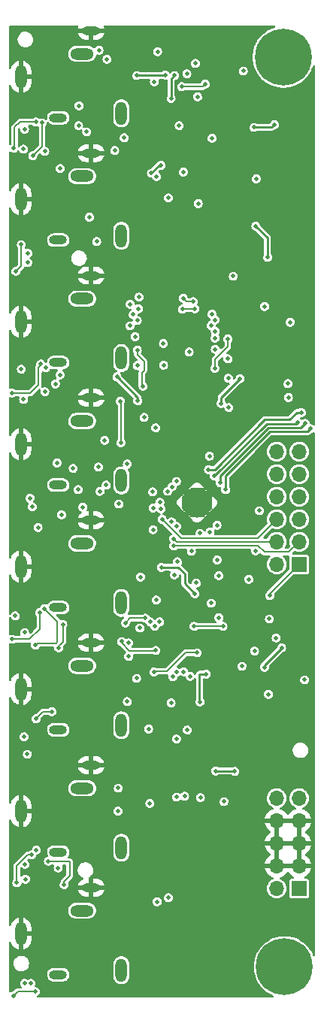
<source format=gbr>
%TF.GenerationSoftware,KiCad,Pcbnew,(6.0.11)*%
%TF.CreationDate,2023-02-21T23:01:43+01:00*%
%TF.ProjectId,eurorack-pmod-pcb,6575726f-7261-4636-9b2d-706d6f642d70,rev?*%
%TF.SameCoordinates,Original*%
%TF.FileFunction,Copper,L4,Bot*%
%TF.FilePolarity,Positive*%
%FSLAX46Y46*%
G04 Gerber Fmt 4.6, Leading zero omitted, Abs format (unit mm)*
G04 Created by KiCad (PCBNEW (6.0.11)) date 2023-02-21 23:01:43*
%MOMM*%
%LPD*%
G01*
G04 APERTURE LIST*
G04 Aperture macros list*
%AMRotRect*
0 Rectangle, with rotation*
0 The origin of the aperture is its center*
0 $1 length*
0 $2 width*
0 $3 Rotation angle, in degrees counterclockwise*
0 Add horizontal line*
21,1,$1,$2,0,0,$3*%
G04 Aperture macros list end*
%TA.AperFunction,ComponentPad*%
%ADD10C,0.500000*%
%TD*%
%TA.AperFunction,SMDPad,CuDef*%
%ADD11RotRect,2.500000X2.500000X135.000000*%
%TD*%
%TA.AperFunction,ComponentPad*%
%ADD12C,0.800000*%
%TD*%
%TA.AperFunction,ComponentPad*%
%ADD13C,6.400000*%
%TD*%
%TA.AperFunction,ComponentPad*%
%ADD14O,1.308000X2.616000*%
%TD*%
%TA.AperFunction,ComponentPad*%
%ADD15O,2.016000X1.008000*%
%TD*%
%TA.AperFunction,ComponentPad*%
%ADD16O,2.616000X1.308000*%
%TD*%
%TA.AperFunction,ComponentPad*%
%ADD17R,1.700000X1.700000*%
%TD*%
%TA.AperFunction,ComponentPad*%
%ADD18O,1.700000X1.700000*%
%TD*%
%TA.AperFunction,ViaPad*%
%ADD19C,0.500000*%
%TD*%
%TA.AperFunction,Conductor*%
%ADD20C,0.200000*%
%TD*%
%TA.AperFunction,Conductor*%
%ADD21C,0.254000*%
%TD*%
%TA.AperFunction,Conductor*%
%ADD22C,0.204000*%
%TD*%
G04 APERTURE END LIST*
D10*
%TO.P,U1,33,PAD*%
%TO.N,GND*%
X742645Y-54694482D03*
X2156859Y-54694482D03*
X2156859Y-53280268D03*
X1449752Y-52573161D03*
X742645Y-53280268D03*
X1449752Y-55401589D03*
X1449752Y-53987375D03*
X2863966Y-53987375D03*
X35538Y-53987375D03*
D11*
X1449752Y-53987375D03*
%TD*%
D12*
%TO.P,REF\u002A\u002A,1*%
%TO.N,N/C*%
X12873056Y-2112944D03*
X8776000Y-3810000D03*
X9478944Y-2112944D03*
D13*
X11176000Y-3810000D03*
D12*
X12873056Y-5507056D03*
X11176000Y-1410000D03*
X11176000Y-6210000D03*
X13576000Y-3810000D03*
X9478944Y-5507056D03*
%TD*%
D14*
%TO.P,J10,G*%
%TO.N,GND*%
X-18382000Y-88772626D03*
D15*
%TO.P,J10,S*%
X-10482000Y-83572626D03*
D16*
%TO.P,J10,SN*%
%TO.N,/JACK_DETECT_OUT3*%
X-11482000Y-86172626D03*
D15*
%TO.P,J10,T*%
%TO.N,Net-(J10-PadT)*%
X-14182000Y-93372626D03*
D14*
%TO.P,J10,TN*%
%TO.N,unconnected-(J10-PadTN)*%
X-7082000Y-92872626D03*
%TD*%
%TO.P,J5,G*%
%TO.N,GND*%
X-18382000Y-19829771D03*
D15*
%TO.P,J5,S*%
X-10482000Y-14629771D03*
D16*
%TO.P,J5,SN*%
%TO.N,/JACK_DETECT_IN2*%
X-11482000Y-17229771D03*
D15*
%TO.P,J5,T*%
%TO.N,Net-(J5-PadT)*%
X-14182000Y-24429771D03*
D14*
%TO.P,J5,TN*%
%TO.N,unconnected-(J5-PadTN)*%
X-7082000Y-23929771D03*
%TD*%
D12*
%TO.P,REF\u002A\u002A,1*%
%TO.N,N/C*%
X11303000Y-108699000D03*
X13000056Y-107996056D03*
X9605944Y-104601944D03*
X13000056Y-104601944D03*
D13*
X11303000Y-106299000D03*
D12*
X9605944Y-107996056D03*
X13703000Y-106299000D03*
X11303000Y-103899000D03*
X8903000Y-106299000D03*
%TD*%
D17*
%TO.P,J1,1,Pin_1*%
%TO.N,Net-(D2-Pad1)*%
X12954000Y-97459800D03*
D18*
%TO.P,J1,2,Pin_2*%
X10414000Y-97459800D03*
%TO.P,J1,3,Pin_3*%
%TO.N,GND*%
X12954000Y-94919800D03*
%TO.P,J1,4,Pin_4*%
X10414000Y-94919800D03*
%TO.P,J1,5,Pin_5*%
X12954000Y-92379800D03*
%TO.P,J1,6,Pin_6*%
X10414000Y-92379800D03*
%TO.P,J1,7,Pin_7*%
X12954000Y-89839800D03*
%TO.P,J1,8,Pin_8*%
X10414000Y-89839800D03*
%TO.P,J1,9,Pin_9*%
%TO.N,Net-(D1-Pad2)*%
X12954000Y-87299800D03*
%TO.P,J1,10,Pin_10*%
X10414000Y-87299800D03*
%TD*%
D14*
%TO.P,J9,G*%
%TO.N,GND*%
X-18382000Y-74984055D03*
D15*
%TO.P,J9,S*%
X-10482000Y-69784055D03*
D16*
%TO.P,J9,SN*%
%TO.N,/JACK_DETECT_OUT2*%
X-11482000Y-72384055D03*
D15*
%TO.P,J9,T*%
%TO.N,Net-(J9-PadT)*%
X-14182000Y-79584055D03*
D14*
%TO.P,J9,TN*%
%TO.N,unconnected-(J9-PadTN)*%
X-7082000Y-79084055D03*
%TD*%
%TO.P,J11,G*%
%TO.N,GND*%
X-18382000Y-102561200D03*
D15*
%TO.P,J11,S*%
X-10482000Y-97361200D03*
D16*
%TO.P,J11,SN*%
%TO.N,/JACK_DETECT_OUT4*%
X-11482000Y-99961200D03*
D15*
%TO.P,J11,T*%
%TO.N,Net-(J11-PadT)*%
X-14182000Y-107161200D03*
D14*
%TO.P,J11,TN*%
%TO.N,unconnected-(J11-PadTN)*%
X-7082000Y-106661200D03*
%TD*%
%TO.P,J7,G*%
%TO.N,GND*%
X-18382000Y-47406913D03*
D15*
%TO.P,J7,S*%
X-10482000Y-42206913D03*
D16*
%TO.P,J7,SN*%
%TO.N,/JACK_DETECT_IN4*%
X-11482000Y-44806913D03*
D15*
%TO.P,J7,T*%
%TO.N,Net-(J7-PadT)*%
X-14182000Y-52006913D03*
D14*
%TO.P,J7,TN*%
%TO.N,unconnected-(J7-PadTN)*%
X-7082000Y-51506913D03*
%TD*%
%TO.P,J4,G*%
%TO.N,GND*%
X-18382000Y-6041200D03*
D15*
%TO.P,J4,S*%
X-10482000Y-841200D03*
D16*
%TO.P,J4,SN*%
%TO.N,/JACK_DETECT_IN1*%
X-11482000Y-3441200D03*
D15*
%TO.P,J4,T*%
%TO.N,Net-(J4-PadT)*%
X-14182000Y-10641200D03*
D14*
%TO.P,J4,TN*%
%TO.N,unconnected-(J4-PadTN)*%
X-7082000Y-10141200D03*
%TD*%
%TO.P,J6,G*%
%TO.N,GND*%
X-18382000Y-33618342D03*
D15*
%TO.P,J6,S*%
X-10482000Y-28418342D03*
D16*
%TO.P,J6,SN*%
%TO.N,/JACK_DETECT_IN3*%
X-11482000Y-31018342D03*
D15*
%TO.P,J6,T*%
%TO.N,Net-(J6-PadT)*%
X-14182000Y-38218342D03*
D14*
%TO.P,J6,TN*%
%TO.N,unconnected-(J6-PadTN)*%
X-7082000Y-37718342D03*
%TD*%
%TO.P,J8,G*%
%TO.N,GND*%
X-18382000Y-61195484D03*
D15*
%TO.P,J8,S*%
X-10482000Y-55995484D03*
D16*
%TO.P,J8,SN*%
%TO.N,/JACK_DETECT_OUT1*%
X-11482000Y-58595484D03*
D15*
%TO.P,J8,T*%
%TO.N,Net-(J8-PadT)*%
X-14182000Y-65795484D03*
D14*
%TO.P,J8,TN*%
%TO.N,unconnected-(J8-PadTN)*%
X-7082000Y-65295484D03*
%TD*%
D17*
%TO.P,J2,1,Pin_1*%
%TO.N,/SDIN1*%
X12954000Y-60960000D03*
D18*
%TO.P,J2,2,Pin_2*%
%TO.N,/SCL*%
X10414000Y-60960000D03*
%TO.P,J2,3,Pin_3*%
%TO.N,/SDOUT1*%
X12954000Y-58420000D03*
%TO.P,J2,4,Pin_4*%
%TO.N,/SDA*%
X10414000Y-58420000D03*
%TO.P,J2,5,Pin_5*%
%TO.N,/LRCK*%
X12954000Y-55880000D03*
%TO.P,J2,6,Pin_6*%
%TO.N,/PDN*%
X10414000Y-55880000D03*
%TO.P,J2,7,Pin_7*%
%TO.N,/BICK*%
X12954000Y-53340000D03*
%TO.P,J2,8,Pin_8*%
%TO.N,/MCLK*%
X10414000Y-53340000D03*
%TO.P,J2,9,Pin_9*%
%TO.N,GNDD*%
X12954000Y-50800000D03*
%TO.P,J2,10,Pin_10*%
X10414000Y-50800000D03*
%TO.P,J2,11,Pin_11*%
%TO.N,/C_3V3*%
X12954000Y-48260000D03*
%TO.P,J2,12,Pin_12*%
X10414000Y-48260000D03*
%TD*%
D19*
%TO.N,GND*%
X2336800Y-18643600D03*
X8331200Y-82092800D03*
X8534400Y-41300400D03*
X4572000Y-19761200D03*
X6553200Y-76047600D03*
X-932100Y-18802608D03*
X-763232Y-8358162D03*
X2435539Y-74665602D03*
X-154910Y-51371921D03*
X4826000Y-24993600D03*
X8483600Y-42773600D03*
X7951500Y-23749500D03*
X5588000Y-59690000D03*
X-2590800Y-48514000D03*
X1593280Y-62044009D03*
X11582400Y-38862000D03*
X8737600Y-37947600D03*
X-1625600Y-88138000D03*
X2214412Y-8170560D03*
X-1074147Y-74653166D03*
X-1625600Y-109169200D03*
X-1063556Y-42806044D03*
X-5042408Y-83005297D03*
X2968102Y-5718698D03*
X4927600Y-69443600D03*
X6553200Y-21386800D03*
X6654800Y-85750400D03*
X6647100Y-31851929D03*
%TO.N,+3.3VA*%
X-3556000Y-52781200D03*
X11684000Y-40589200D03*
%TO.N,VDD*%
X3911600Y-66954400D03*
X9601200Y-67106800D03*
X-6631160Y-67546300D03*
X3708400Y-60452000D03*
X-13970000Y-16357600D03*
X-15697200Y-14427200D03*
X10363200Y-69240400D03*
X3911600Y-62230000D03*
X-4363398Y-67011059D03*
X11734800Y-42164000D03*
%TO.N,+12V*%
X355600Y-79603600D03*
X6502400Y-72440800D03*
X11938000Y-33680400D03*
X-1778000Y-98501200D03*
X3149600Y-12954000D03*
X8128000Y-17526000D03*
%TO.N,-12V*%
X5537200Y-28498800D03*
X-863600Y-80619600D03*
X-3048000Y-98958400D03*
X6654800Y-5384800D03*
X-558800Y-11531600D03*
%TO.N,Net-(C21-Pad2)*%
X-5334000Y-5892800D03*
X-2133600Y-5842000D03*
%TO.N,Net-(C23-Pad1)*%
X-1270000Y-73609200D03*
X-1473200Y-76555600D03*
%TO.N,Net-(C18-Pad1)*%
X-2590800Y-16002000D03*
X-3688646Y-16895988D03*
%TO.N,/SDIN1*%
X1778000Y-57454800D03*
X9652000Y-64465200D03*
X812800Y-59486800D03*
%TO.N,/SCL*%
X1371600Y-63042800D03*
X-762000Y-60655200D03*
X-1397000Y-56159400D03*
X7274135Y-62648630D03*
X-5283200Y-38557200D03*
%TO.N,/SDOUT1*%
X-1168400Y-58877200D03*
%TO.N,/SDA*%
X-2318956Y-38524244D03*
X-1175508Y-58072404D03*
X3048000Y-65328800D03*
%TO.N,/PDN*%
X13563600Y-73964800D03*
X-2489200Y-55880000D03*
%TO.N,Net-(C25-Pad1)*%
X5689600Y-84277200D03*
X3556000Y-84226400D03*
%TO.N,/-VCOM*%
X-101600Y-16764000D03*
X9042400Y-31902400D03*
X-50800Y-73050400D03*
X1219200Y-64262000D03*
X-3352800Y-6604000D03*
X-3505200Y-54610000D03*
X-3505200Y-57048400D03*
X-863600Y-87172800D03*
X-2576689Y-61301489D03*
X304800Y-5689600D03*
X-3098800Y-17272000D03*
%TO.N,/dual_mono_inputs1/IN1_3V*%
X13193999Y-43857265D03*
X2743200Y-50292000D03*
%TO.N,Net-(RN4-Pad5)*%
X-1475846Y-8460844D03*
X-1066800Y-5892800D03*
%TO.N,/dual_mono_inputs1/IN2_3V*%
X12803761Y-44991100D03*
X3403600Y-51003200D03*
%TO.N,/vref/+3V0_AREF*%
X4165600Y-42824400D03*
X-863600Y-51612800D03*
X2844800Y-48768000D03*
X6299200Y-40030400D03*
%TO.N,/dual_mono_inputs2/IN1_3V*%
X13647500Y-45059600D03*
X4064000Y-51765200D03*
%TO.N,Net-(RN3-Pad5)*%
X-269437Y-7156028D03*
X2387600Y-6858000D03*
%TO.N,/dual_mono_inputs2/IN2_3V*%
X7874000Y-11734800D03*
X14224000Y-45669200D03*
X4673600Y-52527200D03*
X10160000Y-11430000D03*
%TO.N,/dual_mono_outputs1/OUT1*%
X-1361352Y-52210926D03*
X660400Y-73558400D03*
%TO.N,Net-(C20-Pad1)*%
X1524326Y-8284952D03*
X1270000Y-4521200D03*
%TO.N,/dual_mono_outputs1/OUT2*%
X-863600Y-73101200D03*
X-1846497Y-52714850D03*
%TO.N,/dual_mono_outputs2/OUT1*%
X56511Y-87067040D03*
X-2743200Y-53949600D03*
%TO.N,/dual_mono_outputs2/OUT2*%
X-2590800Y-54711600D03*
X1828800Y-87223600D03*
%TO.N,Net-(D3-Pad1)*%
X3505200Y-36728400D03*
X-17983200Y-11938000D03*
%TO.N,Net-(C22-Pad1)*%
X2489200Y-73304400D03*
X1778054Y-76440704D03*
%TO.N,Net-(D4-Pad1)*%
X-18084800Y-14173200D03*
X3454400Y-35458400D03*
%TO.N,Net-(D4-Pad2)*%
X-16691985Y-11111802D03*
X-19202400Y-14071600D03*
%TO.N,Net-(D5-Pad1)*%
X-17627600Y-25908000D03*
X3505200Y-34696400D03*
%TO.N,GNDD*%
X3698929Y-56546040D03*
X-851013Y-56665302D03*
X7924800Y-70713600D03*
X4978400Y-39979600D03*
X10972800Y-70358000D03*
X9499600Y-75590400D03*
X8483600Y-54914800D03*
X558800Y-37033200D03*
X9042400Y-72542400D03*
X-1115401Y-62127521D03*
X5029200Y-43281600D03*
X8018844Y-59428444D03*
X4927600Y-37795200D03*
X2899940Y-57306930D03*
%TO.N,Net-(D5-Pad2)*%
X-16002000Y-11226800D03*
X-17050956Y-14917356D03*
%TO.N,Net-(J4-PadT)*%
X-1778000Y-19659600D03*
%TO.N,Net-(J5-PadT)*%
X1574800Y-20320000D03*
%TO.N,Net-(J6-PadT)*%
X-10972800Y-12242800D03*
%TO.N,Net-(J7-PadT)*%
X-2997200Y-3200400D03*
X-11836400Y-9296400D03*
X-11887200Y-11531600D03*
%TO.N,Net-(J8-PadT)*%
X-4013200Y-79502000D03*
%TO.N,Net-(J9-PadT)*%
X-5366956Y-73794556D03*
%TO.N,Net-(D6-Pad1)*%
X-17627600Y-26974800D03*
X3048000Y-34036000D03*
%TO.N,Net-(D6-Pad2)*%
X-18948400Y-27940000D03*
X-18338800Y-24942800D03*
%TO.N,Net-(D7-Pad1)*%
X3454400Y-33426400D03*
X-18338800Y-38963600D03*
%TO.N,Net-(D8-Pad1)*%
X-18084800Y-42367200D03*
X3149600Y-32766000D03*
%TO.N,Net-(D8-Pad2)*%
X-16143262Y-38376033D03*
X-19405600Y-41656000D03*
%TO.N,Net-(D9-Pad1)*%
X-203200Y-32207200D03*
X1219200Y-32156400D03*
X-17373600Y-53492400D03*
%TO.N,Net-(D9-Pad2)*%
X-15687900Y-41505053D03*
X-15595600Y-38811200D03*
%TO.N,Net-(D10-Pad1)*%
X-3200400Y-45567600D03*
X-4521200Y-44399200D03*
X-17119600Y-54457600D03*
X1016000Y-31343600D03*
X-121341Y-30971349D03*
%TO.N,Net-(D10-Pad2)*%
X-13978881Y-39620301D03*
X-14499890Y-40634418D03*
%TO.N,Net-(D11-Pad1)*%
X-19020003Y-66751200D03*
X-5080000Y-30835600D03*
%TO.N,Net-(D12-Pad1)*%
X-17983200Y-68630800D03*
X-6075670Y-31638221D03*
%TO.N,Net-(D12-Pad2)*%
X-16265300Y-66381441D03*
X-19354800Y-69392800D03*
%TO.N,Net-(D13-Pad1)*%
X-14325600Y-49530000D03*
X-5130800Y-32156400D03*
X-16459200Y-56794400D03*
X-18034000Y-80365600D03*
%TO.N,Net-(D13-Pad2)*%
X-16744691Y-70042924D03*
X-15734016Y-65926423D03*
%TO.N,Net-(D14-Pad1)*%
X-12496800Y-50139600D03*
X-13817600Y-55372000D03*
X-17656935Y-82345390D03*
X-5740400Y-32816800D03*
%TO.N,Net-(J10-PadT)*%
X-3860800Y-87884000D03*
%TO.N,Net-(D14-Pad2)*%
X-14893700Y-77548953D03*
X-13665200Y-67716400D03*
X-16697001Y-78340617D03*
X-14122400Y-70358000D03*
%TO.N,Net-(D15-Pad1)*%
X-17932400Y-94742000D03*
X-9652000Y-49987200D03*
X-5283200Y-33477200D03*
X-9499600Y-52730400D03*
%TO.N,Net-(D16-Pad1)*%
X-17881600Y-96418400D03*
X-11430000Y-54508400D03*
X-11938000Y-52527200D03*
X-6096000Y-34086800D03*
%TO.N,Net-(D16-Pad2)*%
X-17194056Y-93667958D03*
X-18846800Y-96824800D03*
%TO.N,Net-(D17-Pad1)*%
X-8940800Y-46990000D03*
X-17971503Y-108153200D03*
X-8788400Y-52019200D03*
X-5537200Y-35306000D03*
%TO.N,Net-(D17-Pad2)*%
X-16644556Y-93134244D03*
X-14182500Y-95148400D03*
%TO.N,Net-(D18-Pad1)*%
X-7213600Y-42570400D03*
X-7112000Y-47244000D03*
X-5283200Y-36830000D03*
X-4622800Y-40894000D03*
X-6400800Y-49631600D03*
X-17272000Y-108153200D03*
%TO.N,Net-(D18-Pad2)*%
X-13512800Y-97028000D03*
X-15290800Y-94386400D03*
X-16764000Y-109067600D03*
X-19258700Y-109575600D03*
%TO.N,/JACK_DETECT_IN1*%
X4927600Y-35560000D03*
X-6756400Y-12903200D03*
X-9601200Y-3048000D03*
X-7823200Y-14325600D03*
X3454400Y-38862000D03*
X-10668000Y-21844000D03*
X-9855200Y-24587200D03*
X-3149600Y-64973200D03*
X-8686800Y-4064000D03*
%TO.N,/JACK_DETECT_IN2*%
X-5232400Y-42519600D03*
X-4927600Y-62382400D03*
X-7569200Y-39827200D03*
%TO.N,/JACK_DETECT_IN3*%
X-4978400Y-68122800D03*
%TO.N,/JACK_DETECT_IN4*%
X-3809244Y-67437928D03*
X-7366000Y-54152800D03*
%TO.N,/JACK_DETECT_OUT1*%
X-3184800Y-70647200D03*
X-7061200Y-69646800D03*
%TO.N,/JACK_DETECT_OUT2*%
X-6248400Y-69799200D03*
X-3302000Y-67919600D03*
%TO.N,/JACK_DETECT_OUT3*%
X-2763353Y-67418293D03*
X-6400800Y-76403200D03*
X-6248400Y-71323200D03*
%TO.N,/JACK_DETECT_OUT4*%
X-3398742Y-73072653D03*
X-7467600Y-88747600D03*
X-7416800Y-86156800D03*
X1473200Y-70916800D03*
%TO.N,Net-(J11-PadT)*%
X4470400Y-87680800D03*
%TO.N,/~{PDN}*%
X-2336800Y-36068000D03*
X4368800Y-67919600D03*
X1117600Y-67919600D03*
%TO.N,Net-(RN7-Pad6)*%
X8077200Y-22860000D03*
X9398000Y-26365200D03*
%TD*%
D20*
%TO.N,VDD*%
X-6095919Y-67011059D02*
X-4363398Y-67011059D01*
X-6631160Y-67546300D02*
X-6095919Y-67011059D01*
D21*
%TO.N,Net-(C21-Pad2)*%
X-2184400Y-5892800D02*
X-2133600Y-5842000D01*
X-5334000Y-5892800D02*
X-2184400Y-5892800D01*
%TO.N,Net-(C18-Pad1)*%
X-2794658Y-16002000D02*
X-3688646Y-16895988D01*
X-2590800Y-16002000D02*
X-2794658Y-16002000D01*
D20*
%TO.N,/SDIN1*%
X9652000Y-64262000D02*
X12954000Y-60960000D01*
X9652000Y-64465200D02*
X9652000Y-64262000D01*
%TO.N,/SDOUT1*%
X9024000Y-59570000D02*
X8280400Y-58826400D01*
X-1117600Y-58826400D02*
X-1168400Y-58877200D01*
X8280400Y-58826400D02*
X-1117600Y-58826400D01*
X11804000Y-59570000D02*
X9024000Y-59570000D01*
X12954000Y-58420000D02*
X11804000Y-59570000D01*
D22*
%TO.N,/SDA*%
X-827912Y-58420000D02*
X-1175508Y-58072404D01*
X10414000Y-58420000D02*
X-827912Y-58420000D01*
D20*
%TO.N,/PDN*%
X8280400Y-58013600D02*
X1778000Y-58013600D01*
X10414000Y-55880000D02*
X8280400Y-58013600D01*
X-355600Y-58013600D02*
X-2489200Y-55880000D01*
X1778000Y-58013600D02*
X-355600Y-58013600D01*
D21*
%TO.N,Net-(C25-Pad1)*%
X5638800Y-84226400D02*
X5689600Y-84277200D01*
X3556000Y-84226400D02*
X5638800Y-84226400D01*
%TO.N,/-VCOM*%
X50800Y-62026800D02*
X-674511Y-61301489D01*
X-674511Y-61301489D02*
X-2576689Y-61301489D01*
X50800Y-63093600D02*
X50800Y-62026800D01*
X1219200Y-64262000D02*
X50800Y-63093600D01*
%TO.N,/dual_mono_inputs1/IN1_3V*%
X12683135Y-43857265D02*
X13193999Y-43857265D01*
X3454400Y-50292000D02*
X9093200Y-44653200D01*
X9093200Y-44653200D02*
X11887200Y-44653200D01*
X11887200Y-44653200D02*
X12683135Y-43857265D01*
X2743200Y-50292000D02*
X3454400Y-50292000D01*
%TO.N,Net-(RN4-Pad5)*%
X-1066800Y-5892800D02*
X-1475846Y-6301846D01*
X-1475846Y-6301846D02*
X-1475846Y-8460844D01*
%TO.N,/dual_mono_inputs1/IN2_3V*%
X9283706Y-45110400D02*
X12684461Y-45110400D01*
X12684461Y-45110400D02*
X12803761Y-44991100D01*
X3403600Y-51003200D02*
X3403600Y-50990506D01*
X3403600Y-50990506D02*
X9283706Y-45110400D01*
%TO.N,/vref/+3V0_AREF*%
X4165600Y-42824400D02*
X4165600Y-42164000D01*
X4165600Y-42164000D02*
X6299200Y-40030400D01*
%TO.N,/dual_mono_inputs2/IN1_3V*%
X9467853Y-45567600D02*
X13139500Y-45567600D01*
X13139500Y-45567600D02*
X13647500Y-45059600D01*
X4064000Y-51765200D02*
X4064000Y-50971453D01*
X4064000Y-50971453D02*
X9467853Y-45567600D01*
D22*
%TO.N,Net-(RN3-Pad5)*%
X2387600Y-6858000D02*
X2089572Y-7156028D01*
X2089572Y-7156028D02*
X-269437Y-7156028D01*
D21*
%TO.N,/dual_mono_inputs2/IN2_3V*%
X4673600Y-51003200D02*
X9652000Y-46024800D01*
X9855200Y-11734800D02*
X10160000Y-11430000D01*
X11328400Y-46024800D02*
X13868400Y-46024800D01*
X13868400Y-46024800D02*
X14224000Y-45669200D01*
X9652000Y-46024800D02*
X11328400Y-46024800D01*
X4673600Y-52527200D02*
X4673600Y-51003200D01*
X7874000Y-11734800D02*
X9855200Y-11734800D01*
%TO.N,Net-(C22-Pad1)*%
X1778000Y-73304400D02*
X2489200Y-73304400D01*
X1727200Y-73355200D02*
X1778000Y-73304400D01*
X1727200Y-76389850D02*
X1727200Y-73355200D01*
X1778054Y-76440704D02*
X1727200Y-76389850D01*
D20*
%TO.N,Net-(D4-Pad2)*%
X-19100800Y-11734800D02*
X-18477802Y-11111802D01*
X-19100800Y-13970000D02*
X-19100800Y-11734800D01*
X-19202400Y-14071600D02*
X-19100800Y-13970000D01*
X-18477802Y-11111802D02*
X-16691985Y-11111802D01*
D21*
%TO.N,GNDD*%
X9042400Y-72288400D02*
X9042400Y-72542400D01*
X10972800Y-70358000D02*
X9042400Y-72288400D01*
D20*
%TO.N,Net-(D5-Pad2)*%
X-16002000Y-11226800D02*
X-16002000Y-13919200D01*
X-16154400Y-14071600D02*
X-16205200Y-14071600D01*
X-16205200Y-14071600D02*
X-17050956Y-14917356D01*
X-16002000Y-13919200D02*
X-16154400Y-14071600D01*
%TO.N,Net-(D6-Pad2)*%
X-18338800Y-27330400D02*
X-18338800Y-24942800D01*
X-18948400Y-27940000D02*
X-18338800Y-27330400D01*
%TO.N,Net-(D8-Pad2)*%
X-16143262Y-38546062D02*
X-16143262Y-38376033D01*
X-16408400Y-38811200D02*
X-16143262Y-38546062D01*
X-16408400Y-40741600D02*
X-16408400Y-38811200D01*
X-19405600Y-41656000D02*
X-17322800Y-41656000D01*
X-17322800Y-41656000D02*
X-16408400Y-40741600D01*
%TO.N,Net-(D9-Pad1)*%
X-152400Y-32156400D02*
X-203200Y-32207200D01*
X1219200Y-32156400D02*
X-152400Y-32156400D01*
%TO.N,Net-(D10-Pad1)*%
X250910Y-31343600D02*
X-121341Y-30971349D01*
X1016000Y-31343600D02*
X250910Y-31343600D01*
%TO.N,Net-(D12-Pad2)*%
X-19354800Y-69392800D02*
X-17424400Y-69392800D01*
X-17424400Y-69392800D02*
X-16265300Y-68233700D01*
X-16265300Y-68233700D02*
X-16265300Y-66381441D01*
%TO.N,Net-(D13-Pad2)*%
X-14427200Y-69850000D02*
X-16551767Y-69850000D01*
X-16551767Y-69850000D02*
X-16744691Y-70042924D01*
X-15734016Y-65926423D02*
X-14274800Y-67385639D01*
X-14274800Y-69697600D02*
X-14427200Y-69850000D01*
X-14274800Y-67385639D02*
X-14274800Y-69697600D01*
%TO.N,Net-(D14-Pad2)*%
X-13665200Y-69697600D02*
X-13970000Y-70002400D01*
X-15905337Y-77548953D02*
X-14893700Y-77548953D01*
X-13665200Y-67716400D02*
X-13665200Y-69697600D01*
X-14122400Y-70154800D02*
X-14122400Y-70358000D01*
X-13970000Y-70002400D02*
X-14122400Y-70154800D01*
X-16697001Y-78340617D02*
X-15905337Y-77548953D01*
%TO.N,Net-(D16-Pad2)*%
X-18846800Y-94879289D02*
X-17635469Y-93667958D01*
X-17635469Y-93667958D02*
X-17194056Y-93667958D01*
X-18846800Y-96824800D02*
X-18846800Y-94879289D01*
%TO.N,Net-(D18-Pad1)*%
X-5283200Y-36830000D02*
X-5283200Y-37338000D01*
X-7112000Y-47244000D02*
X-7112000Y-42672000D01*
X-4775200Y-40741600D02*
X-4622800Y-40894000D01*
X-4775200Y-39370000D02*
X-4775200Y-40741600D01*
X-5283200Y-37338000D02*
X-4521200Y-38100000D01*
X-7112000Y-42672000D02*
X-7213600Y-42570400D01*
X-4521200Y-39116000D02*
X-4775200Y-39370000D01*
X-4521200Y-38100000D02*
X-4521200Y-39116000D01*
%TO.N,Net-(D18-Pad2)*%
X-13512800Y-96672400D02*
X-13512800Y-97028000D01*
X-15240000Y-94437200D02*
X-12903200Y-94437200D01*
X-13106400Y-96266000D02*
X-13512800Y-96672400D01*
X-12903200Y-96062800D02*
X-13106400Y-96266000D01*
X-12903200Y-94437200D02*
X-12903200Y-96062800D01*
X-18750700Y-109067600D02*
X-19258700Y-109575600D01*
X-16764000Y-109067600D02*
X-18750700Y-109067600D01*
X-15290800Y-94386400D02*
X-15240000Y-94437200D01*
%TO.N,/JACK_DETECT_IN1*%
X4927600Y-35560000D02*
X4927600Y-36423600D01*
X3454400Y-37896800D02*
X3454400Y-38862000D01*
X3556000Y-37795200D02*
X3454400Y-37896800D01*
X4927600Y-36423600D02*
X3556000Y-37795200D01*
D21*
%TO.N,/JACK_DETECT_IN2*%
X-5232400Y-42519600D02*
X-5232400Y-42164000D01*
X-5232400Y-42164000D02*
X-7569200Y-39827200D01*
D20*
%TO.N,/JACK_DETECT_OUT1*%
X-3251200Y-70713600D02*
X-3184800Y-70647200D01*
X-7061200Y-69799200D02*
X-6146800Y-70713600D01*
X-6146800Y-70713600D02*
X-3251200Y-70713600D01*
X-7061200Y-69646800D02*
X-7061200Y-69799200D01*
%TO.N,/JACK_DETECT_OUT4*%
X-2133600Y-72999600D02*
X-1930400Y-72999600D01*
X-3398742Y-73072653D02*
X-3325689Y-72999600D01*
X-609600Y-71678800D02*
X152400Y-70916800D01*
X152400Y-70916800D02*
X1473200Y-70916800D01*
X-1930400Y-72999600D02*
X-609600Y-71678800D01*
X-3325689Y-72999600D02*
X-2133600Y-72999600D01*
%TO.N,/~{PDN}*%
X4368800Y-67919600D02*
X1117600Y-67919600D01*
D21*
%TO.N,Net-(RN7-Pad6)*%
X9398000Y-24180800D02*
X8077200Y-22860000D01*
X9398000Y-26365200D02*
X9398000Y-24180800D01*
%TD*%
%TA.AperFunction,Conductor*%
%TO.N,GND*%
G36*
X-11962527Y-274502D02*
G01*
X-11916034Y-328158D01*
X-11905930Y-398432D01*
X-11918332Y-435947D01*
X-11918121Y-436035D01*
X-11919244Y-438706D01*
X-11919815Y-440434D01*
X-11920512Y-441722D01*
X-11925262Y-453024D01*
X-11961439Y-569892D01*
X-11961645Y-583995D01*
X-11954890Y-587200D01*
X-9015905Y-587200D01*
X-9002374Y-583227D01*
X-9001254Y-575432D01*
X-9033409Y-466179D01*
X-9038007Y-454798D01*
X-9046331Y-438876D01*
X-9060166Y-369240D01*
X-9034156Y-303179D01*
X-8976560Y-261667D01*
X-8934670Y-254500D01*
X10141551Y-254500D01*
X10209672Y-274502D01*
X10256165Y-328158D01*
X10266269Y-398432D01*
X10236775Y-463012D01*
X10181531Y-499989D01*
X9902446Y-593369D01*
X9562501Y-749727D01*
X9559567Y-751483D01*
X9559565Y-751484D01*
X9473339Y-803089D01*
X9241431Y-941883D01*
X8942991Y-1167591D01*
X8940509Y-1169930D01*
X8940503Y-1169935D01*
X8758104Y-1341820D01*
X8670674Y-1424210D01*
X8427664Y-1708738D01*
X8425736Y-1711565D01*
X8425734Y-1711567D01*
X8231461Y-1996361D01*
X8216804Y-2017847D01*
X8215197Y-2020857D01*
X8215195Y-2020860D01*
X8051711Y-2327039D01*
X8040561Y-2347921D01*
X8039288Y-2351089D01*
X8039287Y-2351090D01*
X7910798Y-2670718D01*
X7900997Y-2695098D01*
X7865012Y-2823118D01*
X7801470Y-3049177D01*
X7799744Y-3055317D01*
X7799182Y-3058674D01*
X7799182Y-3058675D01*
X7751015Y-3346510D01*
X7737986Y-3424365D01*
X7716447Y-3797924D01*
X7716619Y-3801319D01*
X7716619Y-3801320D01*
X7729648Y-4058517D01*
X7735378Y-4171624D01*
X7735915Y-4174979D01*
X7735916Y-4174985D01*
X7768922Y-4381049D01*
X7794557Y-4541094D01*
X7893293Y-4902011D01*
X8030430Y-5250154D01*
X8204365Y-5581450D01*
X8206262Y-5584274D01*
X8206265Y-5584278D01*
X8363161Y-5817764D01*
X8413061Y-5892024D01*
X8415256Y-5894630D01*
X8415260Y-5894636D01*
X8482608Y-5974614D01*
X8654079Y-6178241D01*
X8924598Y-6436755D01*
X9221455Y-6664541D01*
X9541176Y-6858935D01*
X9880021Y-7017661D01*
X9883239Y-7018763D01*
X9883242Y-7018764D01*
X10230803Y-7137761D01*
X10230811Y-7137763D01*
X10234026Y-7138864D01*
X10599051Y-7221126D01*
X10686200Y-7231056D01*
X10967442Y-7263100D01*
X10967450Y-7263100D01*
X10970825Y-7263485D01*
X10974229Y-7263503D01*
X10974232Y-7263503D01*
X11177556Y-7264567D01*
X11344999Y-7265444D01*
X11348385Y-7265094D01*
X11348387Y-7265094D01*
X11713805Y-7227332D01*
X11713814Y-7227331D01*
X11717197Y-7226981D01*
X11720530Y-7226267D01*
X11720533Y-7226266D01*
X11900820Y-7187616D01*
X12083063Y-7148546D01*
X12438318Y-7031056D01*
X12778807Y-6875887D01*
X12907410Y-6799528D01*
X13097601Y-6686601D01*
X13097606Y-6686598D01*
X13100546Y-6684852D01*
X13130354Y-6662472D01*
X13204664Y-6606678D01*
X13399771Y-6460187D01*
X13672983Y-6204521D01*
X13916985Y-5920842D01*
X13936791Y-5892024D01*
X14126992Y-5615280D01*
X14126997Y-5615273D01*
X14128922Y-5612471D01*
X14130534Y-5609477D01*
X14130539Y-5609469D01*
X14277828Y-5335922D01*
X14306316Y-5283015D01*
X14412443Y-5021655D01*
X14445811Y-4939480D01*
X14445813Y-4939475D01*
X14447091Y-4936327D01*
X14450510Y-4924327D01*
X14484462Y-4805135D01*
X14522361Y-4745100D01*
X14586701Y-4715086D01*
X14657054Y-4724621D01*
X14711084Y-4770678D01*
X14731641Y-4839637D01*
X14732043Y-7783434D01*
X14737143Y-45165110D01*
X14737143Y-45168710D01*
X14717150Y-45236833D01*
X14663501Y-45283333D01*
X14593228Y-45293447D01*
X14542613Y-45274460D01*
X14437790Y-45206517D01*
X14429190Y-45203945D01*
X14307938Y-45167682D01*
X14307936Y-45167682D01*
X14299337Y-45165110D01*
X14290364Y-45165055D01*
X14290362Y-45165055D01*
X14286937Y-45165034D01*
X14280756Y-45164997D01*
X14212759Y-45144581D01*
X14166593Y-45090643D01*
X14156796Y-45056862D01*
X14137974Y-44925435D01*
X14137973Y-44925433D01*
X14136701Y-44916548D01*
X14130368Y-44902618D01*
X14080604Y-44793169D01*
X14076888Y-44784995D01*
X14071030Y-44778196D01*
X14071027Y-44778192D01*
X13988416Y-44682318D01*
X13988413Y-44682316D01*
X13982556Y-44675518D01*
X13917447Y-44633316D01*
X13868824Y-44601800D01*
X13868822Y-44601799D01*
X13861290Y-44596917D01*
X13844421Y-44591872D01*
X13731438Y-44558082D01*
X13731436Y-44558082D01*
X13722837Y-44555510D01*
X13713863Y-44555455D01*
X13713861Y-44555455D01*
X13650582Y-44555069D01*
X13578327Y-44554628D01*
X13569696Y-44557095D01*
X13569694Y-44557095D01*
X13448009Y-44591872D01*
X13448005Y-44591874D01*
X13439379Y-44594339D01*
X13431788Y-44599128D01*
X13431787Y-44599129D01*
X13329414Y-44663721D01*
X13261129Y-44683155D01*
X13193178Y-44662586D01*
X13166727Y-44639408D01*
X13144678Y-44613819D01*
X13144675Y-44613816D01*
X13138817Y-44607018D01*
X13117969Y-44593505D01*
X13071686Y-44539669D01*
X13061856Y-44469356D01*
X13091601Y-44404891D01*
X13151476Y-44366740D01*
X13188810Y-44361795D01*
X13256997Y-44363045D01*
X13266710Y-44360397D01*
X13387762Y-44327395D01*
X13387764Y-44327394D01*
X13396421Y-44325034D01*
X13519571Y-44249419D01*
X13616550Y-44142279D01*
X13679559Y-44012227D01*
X13703535Y-43869718D01*
X13703687Y-43857265D01*
X13687511Y-43744314D01*
X13684473Y-43723100D01*
X13684472Y-43723098D01*
X13683200Y-43714213D01*
X13623387Y-43582660D01*
X13617529Y-43575861D01*
X13617526Y-43575857D01*
X13534915Y-43479983D01*
X13534912Y-43479981D01*
X13529055Y-43473183D01*
X13457619Y-43426880D01*
X13415323Y-43399465D01*
X13415321Y-43399464D01*
X13407789Y-43394582D01*
X13348375Y-43376813D01*
X13277937Y-43355747D01*
X13277935Y-43355747D01*
X13269336Y-43353175D01*
X13260362Y-43353120D01*
X13260360Y-43353120D01*
X13197081Y-43352734D01*
X13124826Y-43352293D01*
X13116195Y-43354760D01*
X13116193Y-43354760D01*
X12994508Y-43389537D01*
X12994504Y-43389539D01*
X12985878Y-43392004D01*
X12978287Y-43396793D01*
X12978286Y-43396794D01*
X12883931Y-43456327D01*
X12816696Y-43475765D01*
X12737270Y-43475765D01*
X12712971Y-43473179D01*
X12711533Y-43473111D01*
X12701355Y-43470920D01*
X12671651Y-43474435D01*
X12667793Y-43474892D01*
X12661815Y-43475244D01*
X12661823Y-43475337D01*
X12656645Y-43475765D01*
X12651443Y-43475765D01*
X12632289Y-43478953D01*
X12626431Y-43479787D01*
X12609817Y-43481753D01*
X12585568Y-43484623D01*
X12585567Y-43484623D01*
X12575228Y-43485847D01*
X12566929Y-43489832D01*
X12557852Y-43491343D01*
X12512484Y-43515823D01*
X12507221Y-43518504D01*
X12467885Y-43537392D01*
X12467881Y-43537395D01*
X12460737Y-43540825D01*
X12456443Y-43544435D01*
X12454511Y-43546367D01*
X12452562Y-43548154D01*
X12452509Y-43548183D01*
X12452390Y-43548053D01*
X12451822Y-43548554D01*
X12446078Y-43551653D01*
X12439011Y-43559298D01*
X12409281Y-43591460D01*
X12405851Y-43595027D01*
X11766081Y-44234796D01*
X11703769Y-44268821D01*
X11676986Y-44271700D01*
X9147336Y-44271700D01*
X9123047Y-44269115D01*
X9121600Y-44269047D01*
X9111420Y-44266855D01*
X9078556Y-44270745D01*
X9077860Y-44270827D01*
X9071879Y-44271180D01*
X9071887Y-44271272D01*
X9066708Y-44271700D01*
X9061508Y-44271700D01*
X9056381Y-44272553D01*
X9056373Y-44272554D01*
X9042351Y-44274888D01*
X9036475Y-44275725D01*
X8995631Y-44280559D01*
X8995629Y-44280560D01*
X8985292Y-44281783D01*
X8976995Y-44285767D01*
X8967917Y-44287278D01*
X8958755Y-44292222D01*
X8958751Y-44292223D01*
X8922556Y-44311753D01*
X8917272Y-44314446D01*
X8870802Y-44336760D01*
X8866508Y-44340370D01*
X8864576Y-44342302D01*
X8862627Y-44344089D01*
X8862574Y-44344118D01*
X8862455Y-44343988D01*
X8861887Y-44344489D01*
X8856143Y-44347588D01*
X8849076Y-44355233D01*
X8819333Y-44387409D01*
X8815903Y-44390975D01*
X3333282Y-49873595D01*
X3270970Y-49907621D01*
X3244187Y-49910500D01*
X3119502Y-49910500D01*
X3050970Y-49890232D01*
X2964524Y-49834200D01*
X2964522Y-49834199D01*
X2956990Y-49829317D01*
X2909165Y-49815014D01*
X2827138Y-49790482D01*
X2827136Y-49790482D01*
X2818537Y-49787910D01*
X2809563Y-49787855D01*
X2809561Y-49787855D01*
X2746282Y-49787469D01*
X2674027Y-49787028D01*
X2665396Y-49789495D01*
X2665394Y-49789495D01*
X2543709Y-49824272D01*
X2543705Y-49824274D01*
X2535079Y-49826739D01*
X2527492Y-49831526D01*
X2527490Y-49831527D01*
X2461492Y-49873169D01*
X2412861Y-49903853D01*
X2406918Y-49910582D01*
X2406917Y-49910583D01*
X2377040Y-49944413D01*
X2317199Y-50012170D01*
X2313385Y-50020293D01*
X2313384Y-50020295D01*
X2297628Y-50053855D01*
X2255783Y-50142982D01*
X2254403Y-50151846D01*
X2254402Y-50151849D01*
X2238102Y-50256539D01*
X2233550Y-50285773D01*
X2234714Y-50294675D01*
X2234714Y-50294678D01*
X2238246Y-50321687D01*
X2252288Y-50429065D01*
X2310489Y-50561339D01*
X2316263Y-50568208D01*
X2317247Y-50569378D01*
X2403476Y-50671960D01*
X2410947Y-50676933D01*
X2410948Y-50676934D01*
X2516301Y-50747063D01*
X2516303Y-50747064D01*
X2523774Y-50752037D01*
X2532338Y-50754713D01*
X2532341Y-50754714D01*
X2565998Y-50765229D01*
X2661710Y-50795132D01*
X2746895Y-50796693D01*
X2780214Y-50797304D01*
X2847957Y-50818551D01*
X2893459Y-50873050D01*
X2902405Y-50942667D01*
X2895331Y-50988099D01*
X2895331Y-50988104D01*
X2893950Y-50996973D01*
X2895114Y-51005875D01*
X2895114Y-51005878D01*
X2911524Y-51131364D01*
X2912688Y-51140265D01*
X2970889Y-51272539D01*
X2976663Y-51279408D01*
X3028517Y-51341095D01*
X3063876Y-51383160D01*
X3071347Y-51388133D01*
X3071348Y-51388134D01*
X3176701Y-51458263D01*
X3176703Y-51458264D01*
X3184174Y-51463237D01*
X3192738Y-51465913D01*
X3192741Y-51465914D01*
X3253142Y-51484785D01*
X3322110Y-51506332D01*
X3448502Y-51508648D01*
X3516244Y-51529895D01*
X3561746Y-51584393D01*
X3570693Y-51654011D01*
X3569444Y-51662035D01*
X3556589Y-51744595D01*
X3554350Y-51758973D01*
X3555514Y-51767875D01*
X3555514Y-51767878D01*
X3569991Y-51878584D01*
X3573088Y-51902265D01*
X3631289Y-52034539D01*
X3724276Y-52145160D01*
X3731747Y-52150133D01*
X3731748Y-52150134D01*
X3837101Y-52220263D01*
X3837103Y-52220264D01*
X3844574Y-52225237D01*
X3853138Y-52227913D01*
X3853141Y-52227914D01*
X3885332Y-52237971D01*
X3982510Y-52268332D01*
X4057835Y-52269712D01*
X4058246Y-52269720D01*
X4125989Y-52290967D01*
X4171490Y-52345466D01*
X4180437Y-52415084D01*
X4165331Y-52512100D01*
X4165331Y-52512101D01*
X4163950Y-52520973D01*
X4165114Y-52529875D01*
X4165114Y-52529878D01*
X4179189Y-52637507D01*
X4182688Y-52664265D01*
X4240889Y-52796539D01*
X4246663Y-52803408D01*
X4322346Y-52893443D01*
X4333876Y-52907160D01*
X4341347Y-52912133D01*
X4341348Y-52912134D01*
X4446701Y-52982263D01*
X4446703Y-52982264D01*
X4454174Y-52987237D01*
X4462738Y-52989913D01*
X4462741Y-52989914D01*
X4518496Y-53007333D01*
X4592110Y-53030332D01*
X4736598Y-53032980D01*
X4748567Y-53029717D01*
X4867363Y-52997330D01*
X4867365Y-52997329D01*
X4876022Y-52994969D01*
X4999172Y-52919354D01*
X5096151Y-52812214D01*
X5137290Y-52727303D01*
X5155245Y-52690243D01*
X5155245Y-52690242D01*
X5159160Y-52682162D01*
X5183136Y-52539653D01*
X5183288Y-52527200D01*
X5167370Y-52416050D01*
X5164074Y-52393035D01*
X5164073Y-52393033D01*
X5162801Y-52384148D01*
X5102988Y-52252595D01*
X5092689Y-52240642D01*
X5085647Y-52232470D01*
X5056333Y-52167808D01*
X5055100Y-52150222D01*
X5055100Y-51213412D01*
X5075102Y-51145291D01*
X5092005Y-51124317D01*
X5445358Y-50770964D01*
X9305148Y-50770964D01*
X9318424Y-50973522D01*
X9319845Y-50979118D01*
X9319846Y-50979123D01*
X9358511Y-51131364D01*
X9368392Y-51170269D01*
X9370809Y-51175512D01*
X9411752Y-51264325D01*
X9453377Y-51354616D01*
X9456710Y-51359332D01*
X9566218Y-51514283D01*
X9570533Y-51520389D01*
X9574675Y-51524424D01*
X9659004Y-51606573D01*
X9715938Y-51662035D01*
X9884720Y-51774812D01*
X9890023Y-51777090D01*
X9890026Y-51777092D01*
X10012031Y-51829509D01*
X10071228Y-51854942D01*
X10128835Y-51867977D01*
X10263579Y-51898467D01*
X10263584Y-51898468D01*
X10269216Y-51899742D01*
X10274987Y-51899969D01*
X10274989Y-51899969D01*
X10334756Y-51902317D01*
X10472053Y-51907712D01*
X10572499Y-51893148D01*
X10667231Y-51879413D01*
X10667236Y-51879412D01*
X10672945Y-51878584D01*
X10678409Y-51876729D01*
X10678414Y-51876728D01*
X10859693Y-51815192D01*
X10859698Y-51815190D01*
X10865165Y-51813334D01*
X10916538Y-51784564D01*
X10962346Y-51758910D01*
X11042276Y-51714147D01*
X11047971Y-51709411D01*
X11193913Y-51588031D01*
X11198345Y-51584345D01*
X11255463Y-51515669D01*
X11324453Y-51432718D01*
X11324455Y-51432715D01*
X11328147Y-51428276D01*
X11387897Y-51321584D01*
X11424510Y-51256208D01*
X11424511Y-51256206D01*
X11427334Y-51251165D01*
X11429190Y-51245698D01*
X11429192Y-51245693D01*
X11490728Y-51064414D01*
X11490729Y-51064409D01*
X11492584Y-51058945D01*
X11493412Y-51053236D01*
X11493413Y-51053231D01*
X11510991Y-50931996D01*
X11521712Y-50858053D01*
X11523232Y-50800000D01*
X11520564Y-50770964D01*
X11845148Y-50770964D01*
X11858424Y-50973522D01*
X11859845Y-50979118D01*
X11859846Y-50979123D01*
X11898511Y-51131364D01*
X11908392Y-51170269D01*
X11910809Y-51175512D01*
X11951752Y-51264325D01*
X11993377Y-51354616D01*
X11996710Y-51359332D01*
X12106218Y-51514283D01*
X12110533Y-51520389D01*
X12114675Y-51524424D01*
X12199004Y-51606573D01*
X12255938Y-51662035D01*
X12424720Y-51774812D01*
X12430023Y-51777090D01*
X12430026Y-51777092D01*
X12552031Y-51829509D01*
X12611228Y-51854942D01*
X12668835Y-51867977D01*
X12803579Y-51898467D01*
X12803584Y-51898468D01*
X12809216Y-51899742D01*
X12814987Y-51899969D01*
X12814989Y-51899969D01*
X12874756Y-51902317D01*
X13012053Y-51907712D01*
X13112499Y-51893148D01*
X13207231Y-51879413D01*
X13207236Y-51879412D01*
X13212945Y-51878584D01*
X13218409Y-51876729D01*
X13218414Y-51876728D01*
X13399693Y-51815192D01*
X13399698Y-51815190D01*
X13405165Y-51813334D01*
X13456538Y-51784564D01*
X13502346Y-51758910D01*
X13582276Y-51714147D01*
X13587971Y-51709411D01*
X13733913Y-51588031D01*
X13738345Y-51584345D01*
X13795463Y-51515669D01*
X13864453Y-51432718D01*
X13864455Y-51432715D01*
X13868147Y-51428276D01*
X13927897Y-51321584D01*
X13964510Y-51256208D01*
X13964511Y-51256206D01*
X13967334Y-51251165D01*
X13969190Y-51245698D01*
X13969192Y-51245693D01*
X14030728Y-51064414D01*
X14030729Y-51064409D01*
X14032584Y-51058945D01*
X14033412Y-51053236D01*
X14033413Y-51053231D01*
X14050991Y-50931996D01*
X14061712Y-50858053D01*
X14063232Y-50800000D01*
X14049009Y-50645215D01*
X14045187Y-50603613D01*
X14045186Y-50603610D01*
X14044658Y-50597859D01*
X14043090Y-50592299D01*
X13991125Y-50408046D01*
X13991124Y-50408044D01*
X13989557Y-50402487D01*
X13978978Y-50381033D01*
X13902331Y-50225609D01*
X13899776Y-50220428D01*
X13778320Y-50057779D01*
X13629258Y-49919987D01*
X13624375Y-49916906D01*
X13624371Y-49916903D01*
X13462464Y-49814748D01*
X13457581Y-49811667D01*
X13269039Y-49736446D01*
X13263379Y-49735320D01*
X13263375Y-49735319D01*
X13075613Y-49697971D01*
X13075610Y-49697971D01*
X13069946Y-49696844D01*
X13064171Y-49696768D01*
X13064167Y-49696768D01*
X12962793Y-49695441D01*
X12866971Y-49694187D01*
X12861274Y-49695166D01*
X12861273Y-49695166D01*
X12672607Y-49727585D01*
X12666910Y-49728564D01*
X12476463Y-49798824D01*
X12471502Y-49801776D01*
X12471501Y-49801776D01*
X12462833Y-49806933D01*
X12302010Y-49902612D01*
X12297670Y-49906418D01*
X12297666Y-49906421D01*
X12171462Y-50017100D01*
X12149392Y-50036455D01*
X12145817Y-50040990D01*
X12145816Y-50040991D01*
X12128931Y-50062409D01*
X12023720Y-50195869D01*
X12021031Y-50200980D01*
X12021029Y-50200983D01*
X12008073Y-50225609D01*
X11929203Y-50375515D01*
X11869007Y-50569378D01*
X11845148Y-50770964D01*
X11520564Y-50770964D01*
X11509009Y-50645215D01*
X11505187Y-50603613D01*
X11505186Y-50603610D01*
X11504658Y-50597859D01*
X11503090Y-50592299D01*
X11451125Y-50408046D01*
X11451124Y-50408044D01*
X11449557Y-50402487D01*
X11438978Y-50381033D01*
X11362331Y-50225609D01*
X11359776Y-50220428D01*
X11238320Y-50057779D01*
X11089258Y-49919987D01*
X11084375Y-49916906D01*
X11084371Y-49916903D01*
X10922464Y-49814748D01*
X10917581Y-49811667D01*
X10729039Y-49736446D01*
X10723379Y-49735320D01*
X10723375Y-49735319D01*
X10535613Y-49697971D01*
X10535610Y-49697971D01*
X10529946Y-49696844D01*
X10524171Y-49696768D01*
X10524167Y-49696768D01*
X10422793Y-49695441D01*
X10326971Y-49694187D01*
X10321274Y-49695166D01*
X10321273Y-49695166D01*
X10132607Y-49727585D01*
X10126910Y-49728564D01*
X9936463Y-49798824D01*
X9931502Y-49801776D01*
X9931501Y-49801776D01*
X9922833Y-49806933D01*
X9762010Y-49902612D01*
X9757670Y-49906418D01*
X9757666Y-49906421D01*
X9631462Y-50017100D01*
X9609392Y-50036455D01*
X9605817Y-50040990D01*
X9605816Y-50040991D01*
X9588931Y-50062409D01*
X9483720Y-50195869D01*
X9481031Y-50200980D01*
X9481029Y-50200983D01*
X9468073Y-50225609D01*
X9389203Y-50375515D01*
X9329007Y-50569378D01*
X9305148Y-50770964D01*
X5445358Y-50770964D01*
X7985358Y-48230964D01*
X9305148Y-48230964D01*
X9318424Y-48433522D01*
X9319845Y-48439118D01*
X9319846Y-48439123D01*
X9340119Y-48518945D01*
X9368392Y-48630269D01*
X9370809Y-48635512D01*
X9408010Y-48716208D01*
X9453377Y-48814616D01*
X9570533Y-48980389D01*
X9715938Y-49122035D01*
X9720742Y-49125245D01*
X9772987Y-49160154D01*
X9884720Y-49234812D01*
X9890023Y-49237090D01*
X9890026Y-49237092D01*
X9978707Y-49275192D01*
X10071228Y-49314942D01*
X10144244Y-49331464D01*
X10263579Y-49358467D01*
X10263584Y-49358468D01*
X10269216Y-49359742D01*
X10274987Y-49359969D01*
X10274989Y-49359969D01*
X10334756Y-49362317D01*
X10472053Y-49367712D01*
X10582003Y-49351770D01*
X10667231Y-49339413D01*
X10667236Y-49339412D01*
X10672945Y-49338584D01*
X10678409Y-49336729D01*
X10678414Y-49336728D01*
X10859693Y-49275192D01*
X10859698Y-49275190D01*
X10865165Y-49273334D01*
X10897198Y-49255395D01*
X10941268Y-49230714D01*
X11042276Y-49174147D01*
X11048565Y-49168917D01*
X11193913Y-49048031D01*
X11198345Y-49044345D01*
X11306661Y-48914110D01*
X11324453Y-48892718D01*
X11324455Y-48892715D01*
X11328147Y-48888276D01*
X11427334Y-48711165D01*
X11429190Y-48705698D01*
X11429192Y-48705693D01*
X11490728Y-48524414D01*
X11490729Y-48524409D01*
X11492584Y-48518945D01*
X11493412Y-48513236D01*
X11493413Y-48513231D01*
X11513446Y-48375062D01*
X11521712Y-48318053D01*
X11523232Y-48260000D01*
X11520564Y-48230964D01*
X11845148Y-48230964D01*
X11858424Y-48433522D01*
X11859845Y-48439118D01*
X11859846Y-48439123D01*
X11880119Y-48518945D01*
X11908392Y-48630269D01*
X11910809Y-48635512D01*
X11948010Y-48716208D01*
X11993377Y-48814616D01*
X12110533Y-48980389D01*
X12255938Y-49122035D01*
X12260742Y-49125245D01*
X12312987Y-49160154D01*
X12424720Y-49234812D01*
X12430023Y-49237090D01*
X12430026Y-49237092D01*
X12518707Y-49275192D01*
X12611228Y-49314942D01*
X12684244Y-49331464D01*
X12803579Y-49358467D01*
X12803584Y-49358468D01*
X12809216Y-49359742D01*
X12814987Y-49359969D01*
X12814989Y-49359969D01*
X12874756Y-49362317D01*
X13012053Y-49367712D01*
X13122003Y-49351770D01*
X13207231Y-49339413D01*
X13207236Y-49339412D01*
X13212945Y-49338584D01*
X13218409Y-49336729D01*
X13218414Y-49336728D01*
X13399693Y-49275192D01*
X13399698Y-49275190D01*
X13405165Y-49273334D01*
X13437198Y-49255395D01*
X13481268Y-49230714D01*
X13582276Y-49174147D01*
X13588565Y-49168917D01*
X13733913Y-49048031D01*
X13738345Y-49044345D01*
X13846661Y-48914110D01*
X13864453Y-48892718D01*
X13864455Y-48892715D01*
X13868147Y-48888276D01*
X13967334Y-48711165D01*
X13969190Y-48705698D01*
X13969192Y-48705693D01*
X14030728Y-48524414D01*
X14030729Y-48524409D01*
X14032584Y-48518945D01*
X14033412Y-48513236D01*
X14033413Y-48513231D01*
X14053446Y-48375062D01*
X14061712Y-48318053D01*
X14063232Y-48260000D01*
X14044658Y-48057859D01*
X14043090Y-48052299D01*
X13991125Y-47868046D01*
X13991124Y-47868044D01*
X13989557Y-47862487D01*
X13978978Y-47841033D01*
X13902331Y-47685609D01*
X13899776Y-47680428D01*
X13885204Y-47660913D01*
X13791680Y-47535670D01*
X13778320Y-47517779D01*
X13629258Y-47379987D01*
X13624375Y-47376906D01*
X13624371Y-47376903D01*
X13462464Y-47274748D01*
X13457581Y-47271667D01*
X13269039Y-47196446D01*
X13263379Y-47195320D01*
X13263375Y-47195319D01*
X13075613Y-47157971D01*
X13075610Y-47157971D01*
X13069946Y-47156844D01*
X13064171Y-47156768D01*
X13064167Y-47156768D01*
X12962793Y-47155441D01*
X12866971Y-47154187D01*
X12861274Y-47155166D01*
X12861273Y-47155166D01*
X12672607Y-47187585D01*
X12666910Y-47188564D01*
X12476463Y-47258824D01*
X12471502Y-47261776D01*
X12471501Y-47261776D01*
X12462833Y-47266933D01*
X12302010Y-47362612D01*
X12297670Y-47366418D01*
X12297666Y-47366421D01*
X12156234Y-47490455D01*
X12149392Y-47496455D01*
X12023720Y-47655869D01*
X12021031Y-47660980D01*
X12021029Y-47660983D01*
X12008073Y-47685609D01*
X11929203Y-47835515D01*
X11869007Y-48029378D01*
X11845148Y-48230964D01*
X11520564Y-48230964D01*
X11504658Y-48057859D01*
X11503090Y-48052299D01*
X11451125Y-47868046D01*
X11451124Y-47868044D01*
X11449557Y-47862487D01*
X11438978Y-47841033D01*
X11362331Y-47685609D01*
X11359776Y-47680428D01*
X11345204Y-47660913D01*
X11251680Y-47535670D01*
X11238320Y-47517779D01*
X11089258Y-47379987D01*
X11084375Y-47376906D01*
X11084371Y-47376903D01*
X10922464Y-47274748D01*
X10917581Y-47271667D01*
X10729039Y-47196446D01*
X10723379Y-47195320D01*
X10723375Y-47195319D01*
X10535613Y-47157971D01*
X10535610Y-47157971D01*
X10529946Y-47156844D01*
X10524171Y-47156768D01*
X10524167Y-47156768D01*
X10422793Y-47155441D01*
X10326971Y-47154187D01*
X10321274Y-47155166D01*
X10321273Y-47155166D01*
X10132607Y-47187585D01*
X10126910Y-47188564D01*
X9936463Y-47258824D01*
X9931502Y-47261776D01*
X9931501Y-47261776D01*
X9922833Y-47266933D01*
X9762010Y-47362612D01*
X9757670Y-47366418D01*
X9757666Y-47366421D01*
X9616234Y-47490455D01*
X9609392Y-47496455D01*
X9483720Y-47655869D01*
X9481031Y-47660980D01*
X9481029Y-47660983D01*
X9468073Y-47685609D01*
X9389203Y-47835515D01*
X9329007Y-48029378D01*
X9305148Y-48230964D01*
X7985358Y-48230964D01*
X9773117Y-46443205D01*
X9835429Y-46409179D01*
X9862212Y-46406300D01*
X13814265Y-46406300D01*
X13838564Y-46408886D01*
X13840002Y-46408954D01*
X13850180Y-46411145D01*
X13883741Y-46407173D01*
X13889720Y-46406821D01*
X13889712Y-46406728D01*
X13894890Y-46406300D01*
X13900092Y-46406300D01*
X13919246Y-46403112D01*
X13925104Y-46402278D01*
X13941718Y-46400312D01*
X13965967Y-46397442D01*
X13965968Y-46397442D01*
X13976307Y-46396218D01*
X13984606Y-46392233D01*
X13993683Y-46390722D01*
X14039051Y-46366242D01*
X14044314Y-46363561D01*
X14083650Y-46344673D01*
X14083654Y-46344670D01*
X14090798Y-46341240D01*
X14095092Y-46337630D01*
X14097024Y-46335698D01*
X14098973Y-46333911D01*
X14099026Y-46333882D01*
X14099145Y-46334012D01*
X14099713Y-46333511D01*
X14105457Y-46330412D01*
X14142266Y-46290592D01*
X14145695Y-46287027D01*
X14224453Y-46208269D01*
X14285467Y-46174952D01*
X14286998Y-46174980D01*
X14294611Y-46172905D01*
X14294614Y-46172904D01*
X14417763Y-46139330D01*
X14417765Y-46139329D01*
X14426422Y-46136969D01*
X14533833Y-46071018D01*
X14545351Y-46063946D01*
X14613868Y-46045348D01*
X14681564Y-46066745D01*
X14726945Y-46121344D01*
X14737280Y-46171302D01*
X14745282Y-104833911D01*
X14745298Y-104948785D01*
X14725305Y-105016908D01*
X14671656Y-105063408D01*
X14601383Y-105073522D01*
X14536799Y-105044038D01*
X14502227Y-104995390D01*
X14444783Y-104851039D01*
X14444779Y-104851031D01*
X14443523Y-104847874D01*
X14268434Y-104517188D01*
X14266534Y-104514382D01*
X14266530Y-104514375D01*
X14060561Y-104210162D01*
X14058654Y-104207345D01*
X13816639Y-103921970D01*
X13545219Y-103664402D01*
X13542512Y-103662340D01*
X13542504Y-103662333D01*
X13250281Y-103439720D01*
X13247569Y-103437654D01*
X12927172Y-103244377D01*
X12924082Y-103242943D01*
X12924077Y-103242940D01*
X12590871Y-103088272D01*
X12590869Y-103088271D01*
X12587775Y-103086835D01*
X12584540Y-103085740D01*
X12584535Y-103085738D01*
X12236583Y-102967963D01*
X12233348Y-102966868D01*
X11868038Y-102885881D01*
X11735294Y-102871226D01*
X11499500Y-102845193D01*
X11499495Y-102845193D01*
X11496119Y-102844820D01*
X11492720Y-102844814D01*
X11492719Y-102844814D01*
X11315987Y-102844506D01*
X11121940Y-102844167D01*
X10983079Y-102859007D01*
X10753263Y-102883567D01*
X10753257Y-102883568D01*
X10749879Y-102883929D01*
X10384289Y-102963641D01*
X10029446Y-103082369D01*
X9689501Y-103238727D01*
X9686567Y-103240483D01*
X9686565Y-103240484D01*
X9677110Y-103246143D01*
X9368431Y-103430883D01*
X9069991Y-103656591D01*
X9067509Y-103658930D01*
X9067503Y-103658935D01*
X9061702Y-103664402D01*
X8797674Y-103913210D01*
X8554664Y-104197738D01*
X8552736Y-104200565D01*
X8552734Y-104200567D01*
X8452537Y-104347451D01*
X8343804Y-104506847D01*
X8167561Y-104836921D01*
X8166288Y-104840089D01*
X8166287Y-104840090D01*
X8034469Y-105167999D01*
X8027997Y-105184098D01*
X7969300Y-105392918D01*
X7938054Y-105504082D01*
X7926744Y-105544317D01*
X7926182Y-105547674D01*
X7926182Y-105547675D01*
X7881067Y-105817272D01*
X7864986Y-105913365D01*
X7843447Y-106286924D01*
X7843619Y-106290319D01*
X7843619Y-106290320D01*
X7856838Y-106551266D01*
X7862378Y-106660624D01*
X7862915Y-106663979D01*
X7862916Y-106663985D01*
X7893782Y-106856690D01*
X7921557Y-107030094D01*
X8020293Y-107391011D01*
X8157430Y-107739154D01*
X8159016Y-107742174D01*
X8159016Y-107742175D01*
X8185067Y-107791794D01*
X8331365Y-108070450D01*
X8333262Y-108073274D01*
X8333265Y-108073278D01*
X8395338Y-108165653D01*
X8540061Y-108381024D01*
X8542256Y-108383630D01*
X8542260Y-108383636D01*
X8631007Y-108489025D01*
X8781079Y-108667241D01*
X9051598Y-108925755D01*
X9348455Y-109153541D01*
X9668176Y-109347935D01*
X9671259Y-109349379D01*
X9996191Y-109501588D01*
X10049394Y-109548598D01*
X10068736Y-109616909D01*
X10048076Y-109684833D01*
X9993973Y-109730805D01*
X9942759Y-109741690D01*
X-203490Y-109742981D01*
X-16457043Y-109745049D01*
X-16525166Y-109725056D01*
X-16571666Y-109671406D01*
X-16581779Y-109601133D01*
X-16552294Y-109536549D01*
X-16522990Y-109511676D01*
X-16438428Y-109459754D01*
X-16341449Y-109352614D01*
X-16278440Y-109222562D01*
X-16254464Y-109080053D01*
X-16254312Y-109067600D01*
X-16274799Y-108924548D01*
X-16334612Y-108792995D01*
X-16340470Y-108786196D01*
X-16340473Y-108786192D01*
X-16423084Y-108690318D01*
X-16423087Y-108690316D01*
X-16428944Y-108683518D01*
X-16525445Y-108620969D01*
X-16542676Y-108609800D01*
X-16542678Y-108609799D01*
X-16550210Y-108604917D01*
X-16558830Y-108602339D01*
X-16680062Y-108566082D01*
X-16680064Y-108566082D01*
X-16688663Y-108563510D01*
X-16697637Y-108563455D01*
X-16697639Y-108563455D01*
X-16707753Y-108563393D01*
X-16709806Y-108563381D01*
X-16777803Y-108542963D01*
X-16823968Y-108489025D01*
X-16833643Y-108418691D01*
X-16822430Y-108382446D01*
X-16820369Y-108378192D01*
X-16786440Y-108308162D01*
X-16762464Y-108165653D01*
X-16762312Y-108153200D01*
X-16782799Y-108010148D01*
X-16788345Y-107997949D01*
X-16823923Y-107919700D01*
X-16842612Y-107878595D01*
X-16848470Y-107871796D01*
X-16848473Y-107871792D01*
X-16931084Y-107775918D01*
X-16931087Y-107775916D01*
X-16936944Y-107769118D01*
X-17058210Y-107690517D01*
X-17106339Y-107676123D01*
X-17188062Y-107651682D01*
X-17188064Y-107651682D01*
X-17196663Y-107649110D01*
X-17205637Y-107649055D01*
X-17205639Y-107649055D01*
X-17268918Y-107648669D01*
X-17341173Y-107648228D01*
X-17349804Y-107650695D01*
X-17349806Y-107650695D01*
X-17471491Y-107685472D01*
X-17471495Y-107685474D01*
X-17480121Y-107687939D01*
X-17487712Y-107692728D01*
X-17487713Y-107692729D01*
X-17554653Y-107734964D01*
X-17622938Y-107754398D01*
X-17690420Y-107734134D01*
X-17750179Y-107695400D01*
X-17750181Y-107695399D01*
X-17757713Y-107690517D01*
X-17805842Y-107676123D01*
X-17887565Y-107651682D01*
X-17887567Y-107651682D01*
X-17896166Y-107649110D01*
X-17905140Y-107649055D01*
X-17905142Y-107649055D01*
X-17968421Y-107648669D01*
X-18040676Y-107648228D01*
X-18049307Y-107650695D01*
X-18049309Y-107650695D01*
X-18170994Y-107685472D01*
X-18170998Y-107685474D01*
X-18179624Y-107687939D01*
X-18187211Y-107692726D01*
X-18187213Y-107692727D01*
X-18260795Y-107739154D01*
X-18301842Y-107765053D01*
X-18397504Y-107873370D01*
X-18458920Y-108004182D01*
X-18460300Y-108013046D01*
X-18460301Y-108013049D01*
X-18474068Y-108101471D01*
X-18481153Y-108146973D01*
X-18479989Y-108155875D01*
X-18479989Y-108155878D01*
X-18471299Y-108222328D01*
X-18462415Y-108290265D01*
X-18404214Y-108422539D01*
X-18398440Y-108429408D01*
X-18334037Y-108506024D01*
X-18305516Y-108571040D01*
X-18316672Y-108641154D01*
X-18363964Y-108694107D01*
X-18430488Y-108713100D01*
X-18699447Y-108713100D01*
X-18719217Y-108710996D01*
X-18723585Y-108710790D01*
X-18733770Y-108708597D01*
X-18764440Y-108712227D01*
X-18769783Y-108712542D01*
X-18769772Y-108712672D01*
X-18774952Y-108713100D01*
X-18780151Y-108713100D01*
X-18785275Y-108713953D01*
X-18785288Y-108713954D01*
X-18797741Y-108716027D01*
X-18803616Y-108716864D01*
X-18840629Y-108721245D01*
X-18850970Y-108722469D01*
X-18858678Y-108726170D01*
X-18867117Y-108727575D01*
X-18876287Y-108732523D01*
X-18909081Y-108750218D01*
X-18914372Y-108752914D01*
X-18950211Y-108770123D01*
X-18950218Y-108770127D01*
X-18957358Y-108773556D01*
X-18961350Y-108776912D01*
X-18963297Y-108778859D01*
X-18964919Y-108780347D01*
X-18965355Y-108780582D01*
X-18965387Y-108780546D01*
X-18965542Y-108780683D01*
X-18970980Y-108783617D01*
X-18978050Y-108791265D01*
X-18978051Y-108791266D01*
X-19005069Y-108820494D01*
X-19008498Y-108824060D01*
X-19218283Y-109033845D01*
X-19280595Y-109067871D01*
X-19308145Y-109070748D01*
X-19316167Y-109070700D01*
X-19327873Y-109070628D01*
X-19336505Y-109073095D01*
X-19458191Y-109107872D01*
X-19458195Y-109107874D01*
X-19466821Y-109110339D01*
X-19474407Y-109115125D01*
X-19474415Y-109115129D01*
X-19552264Y-109164249D01*
X-19620549Y-109183684D01*
X-19688501Y-109163115D01*
X-19734545Y-109109074D01*
X-19745500Y-109057688D01*
X-19745500Y-107202498D01*
X-15448547Y-107202498D01*
X-15447307Y-107209714D01*
X-15447307Y-107209716D01*
X-15419834Y-107369598D01*
X-15418594Y-107376814D01*
X-15349343Y-107539564D01*
X-15345010Y-107545452D01*
X-15345007Y-107545457D01*
X-15295799Y-107612322D01*
X-15244508Y-107682018D01*
X-15238931Y-107686756D01*
X-15238927Y-107686760D01*
X-15115294Y-107791794D01*
X-15115290Y-107791797D01*
X-15109715Y-107796533D01*
X-15028180Y-107838167D01*
X-14958708Y-107873642D01*
X-14958706Y-107873643D01*
X-14952192Y-107876969D01*
X-14945087Y-107878708D01*
X-14945083Y-107878709D01*
X-14862762Y-107898852D01*
X-14780390Y-107919008D01*
X-14774788Y-107919356D01*
X-14774785Y-107919356D01*
X-14771175Y-107919580D01*
X-14771165Y-107919580D01*
X-14769236Y-107919700D01*
X-13633707Y-107919700D01*
X-13563964Y-107911569D01*
X-13509589Y-107905230D01*
X-13509585Y-107905229D01*
X-13502319Y-107904382D01*
X-13495444Y-107901887D01*
X-13495442Y-107901886D01*
X-13342939Y-107846529D01*
X-13342938Y-107846529D01*
X-13336063Y-107844033D01*
X-13329946Y-107840022D01*
X-13329943Y-107840021D01*
X-13194267Y-107751068D01*
X-13194266Y-107751067D01*
X-13188148Y-107747056D01*
X-13066510Y-107618653D01*
X-12977674Y-107465710D01*
X-12948564Y-107369598D01*
X-12946508Y-107362810D01*
X-7990500Y-107362810D01*
X-7989028Y-107376814D01*
X-7980421Y-107458702D01*
X-7975542Y-107505128D01*
X-7916527Y-107686756D01*
X-7913224Y-107692478D01*
X-7913223Y-107692479D01*
X-7889173Y-107734134D01*
X-7821040Y-107852144D01*
X-7816622Y-107857051D01*
X-7816621Y-107857052D01*
X-7697675Y-107989155D01*
X-7693253Y-107994066D01*
X-7671118Y-108010148D01*
X-7545423Y-108101471D01*
X-7538752Y-108106318D01*
X-7532724Y-108109002D01*
X-7532722Y-108109003D01*
X-7370319Y-108181309D01*
X-7364288Y-108183994D01*
X-7270887Y-108203847D01*
X-7183944Y-108222328D01*
X-7183939Y-108222328D01*
X-7177487Y-108223700D01*
X-6986513Y-108223700D01*
X-6980061Y-108222328D01*
X-6980056Y-108222328D01*
X-6893113Y-108203847D01*
X-6799712Y-108183994D01*
X-6793681Y-108181309D01*
X-6631278Y-108109003D01*
X-6631276Y-108109002D01*
X-6625248Y-108106318D01*
X-6618576Y-108101471D01*
X-6492882Y-108010148D01*
X-6470747Y-107994066D01*
X-6466325Y-107989155D01*
X-6347379Y-107857052D01*
X-6347378Y-107857051D01*
X-6342960Y-107852144D01*
X-6274827Y-107734134D01*
X-6250777Y-107692479D01*
X-6250776Y-107692478D01*
X-6247473Y-107686756D01*
X-6188458Y-107505128D01*
X-6183578Y-107458702D01*
X-6174972Y-107376814D01*
X-6173500Y-107362810D01*
X-6173500Y-105959590D01*
X-6188458Y-105817272D01*
X-6247473Y-105635644D01*
X-6342960Y-105470256D01*
X-6454324Y-105346573D01*
X-6466325Y-105333245D01*
X-6466326Y-105333244D01*
X-6470747Y-105328334D01*
X-6625248Y-105216082D01*
X-6631276Y-105213398D01*
X-6631278Y-105213397D01*
X-6793681Y-105141091D01*
X-6793682Y-105141091D01*
X-6799712Y-105138406D01*
X-6907645Y-105115464D01*
X-6980056Y-105100072D01*
X-6980061Y-105100072D01*
X-6986513Y-105098700D01*
X-7177487Y-105098700D01*
X-7183939Y-105100072D01*
X-7183944Y-105100072D01*
X-7256355Y-105115464D01*
X-7364288Y-105138406D01*
X-7370318Y-105141091D01*
X-7370319Y-105141091D01*
X-7532722Y-105213397D01*
X-7532724Y-105213398D01*
X-7538752Y-105216082D01*
X-7693253Y-105328334D01*
X-7697674Y-105333244D01*
X-7697675Y-105333245D01*
X-7709675Y-105346573D01*
X-7821040Y-105470256D01*
X-7916527Y-105635644D01*
X-7975542Y-105817272D01*
X-7990500Y-105959590D01*
X-7990500Y-107362810D01*
X-12946508Y-107362810D01*
X-12928527Y-107303439D01*
X-12926405Y-107296433D01*
X-12915453Y-107119902D01*
X-12945406Y-106945586D01*
X-13014657Y-106782836D01*
X-13018990Y-106776948D01*
X-13018993Y-106776943D01*
X-13102122Y-106663985D01*
X-13119492Y-106640382D01*
X-13125070Y-106635643D01*
X-13125073Y-106635640D01*
X-13248706Y-106530606D01*
X-13248710Y-106530603D01*
X-13254285Y-106525867D01*
X-13352195Y-106475871D01*
X-13405292Y-106448758D01*
X-13405294Y-106448757D01*
X-13411808Y-106445431D01*
X-13418913Y-106443692D01*
X-13418917Y-106443691D01*
X-13523838Y-106418018D01*
X-13583610Y-106403392D01*
X-13589212Y-106403044D01*
X-13589215Y-106403044D01*
X-13592825Y-106402820D01*
X-13592835Y-106402820D01*
X-13594764Y-106402700D01*
X-14730293Y-106402700D01*
X-14800036Y-106410831D01*
X-14854411Y-106417170D01*
X-14854415Y-106417171D01*
X-14861681Y-106418018D01*
X-14868556Y-106420513D01*
X-14868558Y-106420514D01*
X-14946367Y-106448758D01*
X-15027937Y-106478367D01*
X-15034054Y-106482378D01*
X-15034057Y-106482379D01*
X-15169733Y-106571332D01*
X-15175852Y-106575344D01*
X-15297490Y-106703747D01*
X-15386326Y-106856690D01*
X-15388447Y-106863694D01*
X-15388449Y-106863698D01*
X-15428121Y-106994688D01*
X-15437595Y-107025967D01*
X-15448547Y-107202498D01*
X-19745500Y-107202498D01*
X-19745500Y-105868784D01*
X-19219093Y-105868784D01*
X-19218736Y-105875601D01*
X-19218736Y-105875605D01*
X-19214334Y-105959590D01*
X-19209126Y-106058962D01*
X-19207315Y-106065535D01*
X-19207315Y-106065538D01*
X-19160367Y-106235982D01*
X-19158554Y-106242564D01*
X-19069736Y-106411022D01*
X-19065331Y-106416235D01*
X-19065328Y-106416239D01*
X-18999516Y-106494116D01*
X-18946815Y-106556479D01*
X-18941396Y-106560622D01*
X-18941394Y-106560624D01*
X-18800951Y-106668001D01*
X-18795528Y-106672147D01*
X-18789345Y-106675030D01*
X-18789342Y-106675032D01*
X-18703972Y-106714840D01*
X-18622931Y-106752630D01*
X-18437079Y-106794173D01*
X-18431231Y-106794500D01*
X-18291227Y-106794500D01*
X-18149475Y-106779101D01*
X-18143012Y-106776926D01*
X-18143008Y-106776925D01*
X-17975454Y-106720536D01*
X-17975452Y-106720535D01*
X-17968983Y-106718358D01*
X-17805744Y-106620275D01*
X-17763848Y-106580656D01*
X-17672334Y-106494116D01*
X-17672332Y-106494114D01*
X-17667376Y-106489427D01*
X-17560333Y-106331918D01*
X-17543695Y-106290320D01*
X-17492144Y-106161435D01*
X-17492143Y-106161430D01*
X-17489610Y-106155098D01*
X-17458507Y-105967216D01*
X-17458906Y-105959590D01*
X-17468117Y-105783851D01*
X-17468474Y-105777038D01*
X-17496699Y-105674565D01*
X-17517233Y-105600018D01*
X-17519046Y-105593436D01*
X-17607864Y-105424978D01*
X-17612269Y-105419765D01*
X-17612272Y-105419761D01*
X-17726380Y-105284734D01*
X-17730785Y-105279521D01*
X-17813759Y-105216082D01*
X-17876649Y-105167999D01*
X-17876650Y-105167998D01*
X-17882072Y-105163853D01*
X-17888255Y-105160970D01*
X-17888258Y-105160968D01*
X-17985843Y-105115464D01*
X-18054669Y-105083370D01*
X-18240521Y-105041827D01*
X-18246369Y-105041500D01*
X-18386373Y-105041500D01*
X-18528125Y-105056899D01*
X-18534588Y-105059074D01*
X-18534592Y-105059075D01*
X-18702146Y-105115464D01*
X-18702148Y-105115465D01*
X-18708617Y-105117642D01*
X-18871856Y-105215725D01*
X-18876814Y-105220413D01*
X-18876816Y-105220415D01*
X-18996130Y-105333245D01*
X-19010224Y-105346573D01*
X-19117267Y-105504082D01*
X-19119800Y-105510416D01*
X-19119802Y-105510419D01*
X-19185456Y-105674565D01*
X-19185457Y-105674570D01*
X-19187990Y-105680902D01*
X-19189104Y-105687634D01*
X-19210565Y-105817272D01*
X-19219093Y-105868784D01*
X-19745500Y-105868784D01*
X-19745500Y-103572714D01*
X-19725498Y-103504593D01*
X-19671842Y-103458100D01*
X-19601568Y-103447996D01*
X-19536988Y-103477490D01*
X-19498231Y-103538513D01*
X-19473037Y-103627843D01*
X-19468913Y-103638590D01*
X-19379566Y-103819765D01*
X-19373554Y-103829574D01*
X-19252696Y-103991425D01*
X-19244989Y-103999985D01*
X-19096651Y-104137107D01*
X-19087526Y-104144108D01*
X-18916680Y-104251904D01*
X-18906436Y-104257124D01*
X-18718803Y-104331982D01*
X-18707774Y-104335249D01*
X-18653768Y-104345991D01*
X-18640894Y-104344839D01*
X-18636926Y-104332553D01*
X-18128000Y-104332553D01*
X-18124194Y-104345515D01*
X-18109278Y-104347451D01*
X-18085661Y-104343393D01*
X-18074541Y-104340413D01*
X-17885019Y-104270495D01*
X-17874641Y-104265545D01*
X-17701033Y-104162259D01*
X-17691724Y-104155495D01*
X-17539843Y-104022300D01*
X-17531933Y-104013965D01*
X-17406868Y-103855321D01*
X-17400597Y-103845664D01*
X-17306546Y-103666902D01*
X-17302138Y-103656259D01*
X-17242235Y-103463343D01*
X-17239845Y-103452099D01*
X-17220436Y-103288115D01*
X-17220000Y-103280712D01*
X-17220000Y-102833315D01*
X-17224475Y-102818076D01*
X-17225865Y-102816871D01*
X-17233548Y-102815200D01*
X-18109885Y-102815200D01*
X-18125124Y-102819675D01*
X-18126329Y-102821065D01*
X-18128000Y-102828748D01*
X-18128000Y-104332553D01*
X-18636926Y-104332553D01*
X-18636000Y-104329684D01*
X-18636000Y-102289085D01*
X-18128000Y-102289085D01*
X-18123525Y-102304324D01*
X-18122135Y-102305529D01*
X-18114452Y-102307200D01*
X-17238115Y-102307200D01*
X-17222876Y-102302725D01*
X-17221671Y-102301335D01*
X-17220000Y-102293652D01*
X-17220000Y-101855922D01*
X-17220266Y-101850133D01*
X-17234034Y-101700292D01*
X-17236132Y-101688971D01*
X-17290962Y-101494557D01*
X-17295087Y-101483810D01*
X-17384434Y-101302635D01*
X-17390446Y-101292826D01*
X-17511304Y-101130975D01*
X-17519011Y-101122415D01*
X-17667349Y-100985293D01*
X-17676474Y-100978292D01*
X-17847320Y-100870496D01*
X-17857564Y-100865276D01*
X-18045197Y-100790418D01*
X-18056226Y-100787151D01*
X-18110232Y-100776409D01*
X-18123106Y-100777561D01*
X-18128000Y-100792716D01*
X-18128000Y-102289085D01*
X-18636000Y-102289085D01*
X-18636000Y-100789847D01*
X-18639806Y-100776885D01*
X-18654722Y-100774949D01*
X-18678339Y-100779007D01*
X-18689459Y-100781987D01*
X-18878981Y-100851905D01*
X-18889359Y-100856855D01*
X-19062967Y-100960141D01*
X-19072276Y-100966905D01*
X-19224157Y-101100100D01*
X-19232067Y-101108435D01*
X-19357132Y-101267079D01*
X-19363403Y-101276736D01*
X-19457454Y-101455498D01*
X-19461862Y-101466141D01*
X-19499168Y-101586285D01*
X-19538471Y-101645410D01*
X-19603500Y-101673901D01*
X-19673609Y-101662711D01*
X-19726539Y-101615394D01*
X-19745500Y-101548921D01*
X-19745500Y-100056687D01*
X-13044500Y-100056687D01*
X-13004794Y-100243488D01*
X-12927118Y-100417952D01*
X-12814866Y-100572453D01*
X-12672944Y-100700240D01*
X-12572010Y-100758514D01*
X-12516751Y-100790418D01*
X-12507556Y-100795727D01*
X-12325928Y-100854742D01*
X-12319367Y-100855432D01*
X-12319365Y-100855432D01*
X-12266111Y-100861029D01*
X-12183610Y-100869700D01*
X-10780390Y-100869700D01*
X-10697889Y-100861029D01*
X-10644635Y-100855432D01*
X-10644633Y-100855432D01*
X-10638072Y-100854742D01*
X-10456444Y-100795727D01*
X-10447248Y-100790418D01*
X-10391990Y-100758514D01*
X-10291056Y-100700240D01*
X-10149134Y-100572453D01*
X-10036882Y-100417952D01*
X-9959206Y-100243488D01*
X-9919500Y-100056687D01*
X-9919500Y-99865713D01*
X-9959206Y-99678912D01*
X-10036882Y-99504448D01*
X-10066138Y-99464180D01*
X-10145251Y-99355292D01*
X-10149134Y-99349947D01*
X-10162003Y-99338360D01*
X-10286148Y-99226579D01*
X-10286149Y-99226578D01*
X-10291056Y-99222160D01*
X-10456444Y-99126673D01*
X-10638072Y-99067658D01*
X-10644633Y-99066968D01*
X-10644635Y-99066968D01*
X-10697889Y-99061371D01*
X-10780390Y-99052700D01*
X-12183610Y-99052700D01*
X-12266111Y-99061371D01*
X-12319365Y-99066968D01*
X-12319367Y-99066968D01*
X-12325928Y-99067658D01*
X-12507556Y-99126673D01*
X-12672944Y-99222160D01*
X-12677851Y-99226578D01*
X-12677852Y-99226579D01*
X-12801997Y-99338360D01*
X-12814866Y-99349947D01*
X-12818749Y-99355292D01*
X-12897861Y-99464180D01*
X-12927118Y-99504448D01*
X-13004794Y-99678912D01*
X-13044500Y-99865713D01*
X-13044500Y-100056687D01*
X-19745500Y-100056687D01*
X-19745500Y-98952173D01*
X-3557650Y-98952173D01*
X-3556486Y-98961075D01*
X-3556486Y-98961078D01*
X-3540076Y-99086564D01*
X-3538912Y-99095465D01*
X-3480711Y-99227739D01*
X-3387724Y-99338360D01*
X-3380253Y-99343333D01*
X-3380252Y-99343334D01*
X-3274899Y-99413463D01*
X-3274897Y-99413464D01*
X-3267426Y-99418437D01*
X-3258862Y-99421113D01*
X-3258859Y-99421114D01*
X-3198458Y-99439984D01*
X-3129490Y-99461532D01*
X-2985002Y-99464180D01*
X-2965470Y-99458855D01*
X-2854237Y-99428530D01*
X-2854235Y-99428529D01*
X-2845578Y-99426169D01*
X-2722428Y-99350554D01*
X-2625449Y-99243414D01*
X-2562440Y-99113362D01*
X-2538464Y-98970853D01*
X-2538312Y-98958400D01*
X-2558799Y-98815348D01*
X-2618612Y-98683795D01*
X-2624470Y-98676996D01*
X-2624473Y-98676992D01*
X-2707084Y-98581118D01*
X-2707087Y-98581116D01*
X-2712944Y-98574318D01*
X-2806538Y-98513653D01*
X-2826676Y-98500600D01*
X-2826678Y-98500599D01*
X-2834210Y-98495717D01*
X-2836698Y-98494973D01*
X-2287650Y-98494973D01*
X-2286486Y-98503875D01*
X-2286486Y-98503878D01*
X-2278273Y-98566683D01*
X-2268912Y-98638265D01*
X-2210711Y-98770539D01*
X-2117724Y-98881160D01*
X-2110253Y-98886133D01*
X-2110252Y-98886134D01*
X-2004899Y-98956263D01*
X-2004897Y-98956264D01*
X-1997426Y-98961237D01*
X-1988862Y-98963913D01*
X-1988859Y-98963914D01*
X-1928458Y-98982784D01*
X-1859490Y-99004332D01*
X-1715002Y-99006980D01*
X-1695470Y-99001655D01*
X-1584237Y-98971330D01*
X-1584235Y-98971329D01*
X-1575578Y-98968969D01*
X-1452428Y-98893354D01*
X-1355449Y-98786214D01*
X-1292440Y-98656162D01*
X-1268464Y-98513653D01*
X-1268312Y-98501200D01*
X-1286686Y-98372900D01*
X-1287526Y-98367035D01*
X-1287527Y-98367033D01*
X-1288799Y-98358148D01*
X-1348612Y-98226595D01*
X-1354470Y-98219796D01*
X-1354473Y-98219792D01*
X-1437084Y-98123918D01*
X-1437087Y-98123916D01*
X-1442944Y-98117118D01*
X-1564210Y-98038517D01*
X-1581079Y-98033472D01*
X-1694062Y-97999682D01*
X-1694064Y-97999682D01*
X-1702663Y-97997110D01*
X-1711637Y-97997055D01*
X-1711639Y-97997055D01*
X-1774918Y-97996669D01*
X-1847173Y-97996228D01*
X-1855804Y-97998695D01*
X-1855806Y-97998695D01*
X-1977491Y-98033472D01*
X-1977495Y-98033474D01*
X-1986121Y-98035939D01*
X-2108339Y-98113053D01*
X-2204001Y-98221370D01*
X-2207815Y-98229493D01*
X-2207816Y-98229495D01*
X-2237476Y-98292669D01*
X-2265417Y-98352182D01*
X-2266797Y-98361046D01*
X-2266798Y-98361049D01*
X-2281719Y-98456882D01*
X-2287650Y-98494973D01*
X-2836698Y-98494973D01*
X-2903508Y-98474992D01*
X-2964062Y-98456882D01*
X-2964064Y-98456882D01*
X-2972663Y-98454310D01*
X-2981637Y-98454255D01*
X-2981639Y-98454255D01*
X-3044918Y-98453869D01*
X-3117173Y-98453428D01*
X-3125804Y-98455895D01*
X-3125806Y-98455895D01*
X-3247491Y-98490672D01*
X-3247495Y-98490674D01*
X-3256121Y-98493139D01*
X-3263708Y-98497926D01*
X-3263710Y-98497927D01*
X-3361363Y-98559542D01*
X-3378339Y-98570253D01*
X-3474001Y-98678570D01*
X-3535417Y-98809382D01*
X-3536797Y-98818246D01*
X-3536798Y-98818249D01*
X-3545523Y-98874290D01*
X-3557650Y-98952173D01*
X-19745500Y-98952173D01*
X-19745500Y-97626968D01*
X-11962746Y-97626968D01*
X-11930591Y-97736221D01*
X-11925994Y-97747598D01*
X-11839757Y-97912555D01*
X-11833043Y-97922816D01*
X-11716404Y-98067886D01*
X-11707826Y-98076645D01*
X-11565231Y-98196296D01*
X-11555117Y-98203222D01*
X-11391995Y-98292899D01*
X-11380725Y-98297729D01*
X-11203298Y-98354012D01*
X-11191304Y-98356562D01*
X-11046472Y-98372807D01*
X-11039448Y-98373200D01*
X-10754115Y-98373200D01*
X-10738876Y-98368725D01*
X-10737671Y-98367335D01*
X-10736000Y-98359652D01*
X-10736000Y-98355085D01*
X-10228000Y-98355085D01*
X-10223525Y-98370324D01*
X-10222135Y-98371529D01*
X-10214452Y-98373200D01*
X-9931140Y-98373200D01*
X-9924995Y-98372900D01*
X-9786618Y-98359331D01*
X-9774580Y-98356948D01*
X-9596390Y-98303149D01*
X-9585049Y-98298474D01*
X-9420700Y-98211089D01*
X-9410484Y-98204302D01*
X-9266235Y-98086655D01*
X-9257531Y-98078011D01*
X-9138882Y-97934590D01*
X-9132023Y-97924422D01*
X-9043490Y-97760683D01*
X-9038738Y-97749376D01*
X-9002561Y-97632508D01*
X-9002355Y-97618405D01*
X-9009110Y-97615200D01*
X-10209885Y-97615200D01*
X-10225124Y-97619675D01*
X-10226329Y-97621065D01*
X-10228000Y-97628748D01*
X-10228000Y-98355085D01*
X-10736000Y-98355085D01*
X-10736000Y-97633315D01*
X-10740475Y-97618076D01*
X-10741865Y-97616871D01*
X-10749548Y-97615200D01*
X-11948095Y-97615200D01*
X-11961626Y-97619173D01*
X-11962746Y-97626968D01*
X-19745500Y-97626968D01*
X-19745500Y-96818573D01*
X-19356450Y-96818573D01*
X-19355286Y-96827475D01*
X-19355286Y-96827478D01*
X-19338876Y-96952964D01*
X-19337712Y-96961865D01*
X-19279511Y-97094139D01*
X-19273737Y-97101008D01*
X-19198054Y-97191043D01*
X-19186524Y-97204760D01*
X-19179053Y-97209733D01*
X-19179052Y-97209734D01*
X-19073699Y-97279863D01*
X-19073697Y-97279864D01*
X-19066226Y-97284837D01*
X-19057662Y-97287513D01*
X-19057659Y-97287514D01*
X-19001904Y-97304933D01*
X-18928290Y-97327932D01*
X-18783802Y-97330580D01*
X-18743784Y-97319670D01*
X-18653037Y-97294930D01*
X-18653035Y-97294929D01*
X-18644378Y-97292569D01*
X-18521228Y-97216954D01*
X-18424249Y-97109814D01*
X-18384611Y-97028000D01*
X-18365155Y-96987843D01*
X-18365155Y-96987842D01*
X-18361240Y-96979762D01*
X-18359751Y-96970913D01*
X-18359750Y-96970909D01*
X-18351955Y-96924574D01*
X-18320928Y-96860715D01*
X-18260303Y-96823769D01*
X-18189326Y-96825464D01*
X-18157882Y-96840590D01*
X-18101026Y-96878437D01*
X-18092462Y-96881113D01*
X-18092459Y-96881114D01*
X-18051741Y-96893835D01*
X-17963090Y-96921532D01*
X-17818602Y-96924180D01*
X-17799070Y-96918855D01*
X-17687837Y-96888530D01*
X-17687835Y-96888529D01*
X-17679178Y-96886169D01*
X-17556028Y-96810554D01*
X-17459049Y-96703414D01*
X-17418849Y-96620440D01*
X-17399955Y-96581443D01*
X-17399955Y-96581442D01*
X-17396040Y-96573362D01*
X-17372064Y-96430853D01*
X-17371912Y-96418400D01*
X-17392399Y-96275348D01*
X-17452212Y-96143795D01*
X-17458070Y-96136996D01*
X-17458073Y-96136992D01*
X-17540684Y-96041118D01*
X-17540687Y-96041116D01*
X-17546544Y-96034318D01*
X-17607177Y-95995017D01*
X-17660276Y-95960600D01*
X-17660278Y-95960599D01*
X-17667810Y-95955717D01*
X-17684679Y-95950672D01*
X-17797662Y-95916882D01*
X-17797664Y-95916882D01*
X-17806263Y-95914310D01*
X-17815237Y-95914255D01*
X-17815239Y-95914255D01*
X-17878518Y-95913869D01*
X-17950773Y-95913428D01*
X-17959404Y-95915895D01*
X-17959406Y-95915895D01*
X-18081091Y-95950672D01*
X-18081095Y-95950674D01*
X-18089721Y-95953139D01*
X-18097308Y-95957926D01*
X-18097310Y-95957927D01*
X-18204346Y-96025462D01*
X-18211939Y-96030253D01*
X-18262289Y-96087264D01*
X-18271858Y-96098099D01*
X-18331944Y-96135918D01*
X-18402938Y-96135248D01*
X-18462299Y-96096302D01*
X-18491181Y-96031446D01*
X-18492300Y-96014692D01*
X-18492300Y-95205070D01*
X-18472298Y-95136949D01*
X-18418642Y-95090456D01*
X-18348368Y-95080352D01*
X-18282318Y-95111139D01*
X-18277898Y-95115090D01*
X-18272124Y-95121960D01*
X-18264653Y-95126933D01*
X-18264652Y-95126934D01*
X-18159299Y-95197063D01*
X-18159297Y-95197064D01*
X-18151826Y-95202037D01*
X-18143262Y-95204713D01*
X-18143259Y-95204714D01*
X-18082858Y-95223585D01*
X-18013890Y-95245132D01*
X-17869402Y-95247780D01*
X-17849870Y-95242455D01*
X-17738637Y-95212130D01*
X-17738635Y-95212129D01*
X-17729978Y-95209769D01*
X-17606828Y-95134154D01*
X-17509849Y-95027014D01*
X-17446840Y-94896962D01*
X-17422864Y-94754453D01*
X-17422712Y-94742000D01*
X-17437646Y-94637720D01*
X-17441926Y-94607835D01*
X-17441927Y-94607833D01*
X-17443199Y-94598948D01*
X-17503012Y-94467395D01*
X-17508870Y-94460596D01*
X-17508873Y-94460592D01*
X-17578167Y-94380173D01*
X-15800450Y-94380173D01*
X-15799286Y-94389075D01*
X-15799286Y-94389078D01*
X-15790240Y-94458254D01*
X-15781712Y-94523465D01*
X-15723511Y-94655739D01*
X-15717737Y-94662608D01*
X-15674357Y-94714214D01*
X-15630524Y-94766360D01*
X-15623053Y-94771333D01*
X-15623052Y-94771334D01*
X-15517699Y-94841463D01*
X-15517697Y-94841464D01*
X-15510226Y-94846437D01*
X-15501662Y-94849113D01*
X-15501659Y-94849114D01*
X-15449665Y-94865358D01*
X-15372290Y-94889532D01*
X-15227802Y-94892180D01*
X-15218089Y-94889532D01*
X-15097037Y-94856530D01*
X-15097035Y-94856529D01*
X-15088378Y-94854169D01*
X-15016971Y-94810325D01*
X-14951043Y-94791700D01*
X-14770764Y-94791700D01*
X-14702643Y-94811702D01*
X-14656150Y-94865358D01*
X-14646046Y-94935632D01*
X-14656708Y-94971247D01*
X-14669917Y-94999382D01*
X-14671297Y-95008246D01*
X-14671298Y-95008249D01*
X-14689865Y-95127500D01*
X-14692150Y-95142173D01*
X-14690986Y-95151075D01*
X-14690986Y-95151078D01*
X-14683972Y-95204714D01*
X-14673412Y-95285465D01*
X-14615211Y-95417739D01*
X-14522224Y-95528360D01*
X-14514753Y-95533333D01*
X-14514752Y-95533334D01*
X-14409399Y-95603463D01*
X-14409397Y-95603464D01*
X-14401926Y-95608437D01*
X-14393362Y-95611113D01*
X-14393359Y-95611114D01*
X-14346262Y-95625828D01*
X-14263990Y-95651532D01*
X-14119502Y-95654180D01*
X-14099970Y-95648855D01*
X-13988737Y-95618530D01*
X-13988735Y-95618529D01*
X-13980078Y-95616169D01*
X-13856928Y-95540554D01*
X-13759949Y-95433414D01*
X-13696940Y-95303362D01*
X-13672964Y-95160853D01*
X-13672812Y-95148400D01*
X-13693299Y-95005348D01*
X-13698086Y-94994819D01*
X-13709438Y-94969850D01*
X-13719424Y-94899559D01*
X-13689823Y-94835028D01*
X-13630032Y-94796744D01*
X-13594737Y-94791700D01*
X-13383700Y-94791700D01*
X-13315579Y-94811702D01*
X-13269086Y-94865358D01*
X-13257700Y-94917700D01*
X-13257700Y-95863772D01*
X-13277702Y-95931893D01*
X-13294605Y-95952867D01*
X-13727220Y-96385482D01*
X-13742702Y-96397987D01*
X-13745929Y-96400923D01*
X-13754682Y-96406575D01*
X-13773809Y-96430838D01*
X-13777359Y-96434833D01*
X-13777260Y-96434917D01*
X-13780618Y-96438880D01*
X-13784294Y-96442556D01*
X-13787317Y-96446785D01*
X-13787317Y-96446786D01*
X-13794654Y-96457052D01*
X-13798215Y-96461795D01*
X-13821297Y-96491075D01*
X-13821299Y-96491079D01*
X-13827746Y-96499257D01*
X-13830579Y-96507325D01*
X-13835553Y-96514285D01*
X-13838537Y-96524263D01*
X-13849220Y-96559986D01*
X-13851056Y-96565635D01*
X-13866850Y-96610608D01*
X-13867300Y-96615804D01*
X-13867300Y-96618509D01*
X-13867397Y-96620765D01*
X-13867540Y-96621241D01*
X-13867586Y-96621239D01*
X-13867599Y-96621438D01*
X-13869368Y-96627355D01*
X-13869010Y-96636458D01*
X-13899277Y-96703417D01*
X-13938801Y-96748170D01*
X-13942615Y-96756293D01*
X-13942616Y-96756295D01*
X-13957412Y-96787810D01*
X-14000217Y-96878982D01*
X-14001597Y-96887846D01*
X-14001598Y-96887849D01*
X-14015136Y-96974802D01*
X-14022450Y-97021773D01*
X-14021286Y-97030675D01*
X-14021286Y-97030678D01*
X-14011279Y-97107200D01*
X-14003712Y-97165065D01*
X-13945511Y-97297339D01*
X-13852524Y-97407960D01*
X-13845053Y-97412933D01*
X-13845052Y-97412934D01*
X-13739699Y-97483063D01*
X-13739697Y-97483064D01*
X-13732226Y-97488037D01*
X-13723662Y-97490713D01*
X-13723659Y-97490714D01*
X-13663258Y-97509584D01*
X-13594290Y-97531132D01*
X-13449802Y-97533780D01*
X-13404858Y-97521527D01*
X-13319037Y-97498130D01*
X-13319035Y-97498129D01*
X-13310378Y-97495769D01*
X-13187228Y-97420154D01*
X-13090249Y-97313014D01*
X-13027240Y-97182962D01*
X-13003264Y-97040453D01*
X-13003112Y-97028000D01*
X-13023599Y-96884948D01*
X-13027848Y-96875601D01*
X-13050094Y-96826675D01*
X-13060082Y-96756384D01*
X-13030481Y-96691853D01*
X-13024489Y-96685428D01*
X-12688775Y-96349714D01*
X-12673289Y-96337207D01*
X-12670065Y-96334273D01*
X-12661318Y-96328625D01*
X-12642191Y-96304362D01*
X-12638641Y-96300367D01*
X-12638740Y-96300283D01*
X-12635382Y-96296320D01*
X-12631706Y-96292644D01*
X-12628683Y-96288414D01*
X-12621346Y-96278148D01*
X-12617785Y-96273405D01*
X-12594703Y-96244125D01*
X-12594701Y-96244121D01*
X-12588254Y-96235943D01*
X-12585421Y-96227875D01*
X-12580447Y-96220915D01*
X-12570075Y-96186233D01*
X-12566780Y-96175214D01*
X-12564944Y-96169565D01*
X-12551776Y-96132069D01*
X-12549150Y-96124592D01*
X-12548700Y-96119396D01*
X-12548700Y-96116691D01*
X-12548603Y-96114435D01*
X-12548460Y-96113959D01*
X-12548414Y-96113961D01*
X-12548401Y-96113762D01*
X-12546632Y-96107845D01*
X-12548603Y-96057676D01*
X-12548700Y-96052730D01*
X-12548700Y-95353184D01*
X-12005493Y-95353184D01*
X-12005136Y-95360001D01*
X-12005136Y-95360005D01*
X-12000692Y-95444795D01*
X-11995526Y-95543362D01*
X-11993715Y-95549935D01*
X-11993715Y-95549938D01*
X-11965047Y-95654015D01*
X-11944954Y-95726964D01*
X-11856136Y-95895422D01*
X-11851731Y-95900635D01*
X-11851728Y-95900639D01*
X-11785916Y-95978516D01*
X-11733215Y-96040879D01*
X-11727796Y-96045022D01*
X-11727794Y-96045024D01*
X-11613944Y-96132069D01*
X-11581928Y-96156547D01*
X-11575745Y-96159430D01*
X-11575742Y-96159432D01*
X-11434918Y-96225099D01*
X-11381633Y-96272016D01*
X-11362172Y-96340294D01*
X-11382714Y-96408254D01*
X-11429015Y-96450545D01*
X-11543300Y-96511311D01*
X-11553516Y-96518098D01*
X-11697765Y-96635745D01*
X-11706469Y-96644389D01*
X-11825118Y-96787810D01*
X-11831977Y-96797978D01*
X-11920510Y-96961717D01*
X-11925262Y-96973024D01*
X-11961439Y-97089892D01*
X-11961645Y-97103995D01*
X-11954890Y-97107200D01*
X-10754115Y-97107200D01*
X-10738876Y-97102725D01*
X-10737671Y-97101335D01*
X-10736000Y-97093652D01*
X-10736000Y-97089085D01*
X-10228000Y-97089085D01*
X-10223525Y-97104324D01*
X-10222135Y-97105529D01*
X-10214452Y-97107200D01*
X-9015905Y-97107200D01*
X-9002374Y-97103227D01*
X-9001254Y-97095432D01*
X-9033409Y-96986179D01*
X-9038006Y-96974802D01*
X-9124243Y-96809845D01*
X-9130957Y-96799584D01*
X-9247596Y-96654514D01*
X-9256174Y-96645755D01*
X-9398769Y-96526104D01*
X-9408883Y-96519178D01*
X-9572005Y-96429501D01*
X-9583275Y-96424671D01*
X-9760702Y-96368388D01*
X-9772696Y-96365838D01*
X-9917528Y-96349593D01*
X-9924552Y-96349200D01*
X-10209885Y-96349200D01*
X-10225124Y-96353675D01*
X-10226329Y-96355065D01*
X-10228000Y-96362748D01*
X-10228000Y-97089085D01*
X-10736000Y-97089085D01*
X-10736000Y-96367315D01*
X-10749206Y-96322340D01*
X-10755438Y-96312642D01*
X-10755438Y-96241646D01*
X-10717054Y-96181920D01*
X-10699436Y-96169142D01*
X-10668459Y-96150529D01*
X-10592144Y-96104675D01*
X-10584494Y-96097441D01*
X-10458734Y-95978516D01*
X-10458732Y-95978514D01*
X-10453776Y-95973827D01*
X-10346733Y-95816318D01*
X-10344198Y-95809981D01*
X-10278544Y-95645835D01*
X-10278543Y-95645830D01*
X-10276010Y-95639498D01*
X-10244907Y-95451616D01*
X-10245860Y-95433414D01*
X-10254517Y-95268251D01*
X-10254874Y-95261438D01*
X-10259286Y-95245418D01*
X-10275166Y-95187766D01*
X9082257Y-95187766D01*
X9112565Y-95322246D01*
X9115645Y-95332075D01*
X9195770Y-95529403D01*
X9200413Y-95538594D01*
X9311694Y-95720188D01*
X9317777Y-95728499D01*
X9457213Y-95889467D01*
X9464580Y-95896683D01*
X9628434Y-96032716D01*
X9636881Y-96038631D01*
X9820756Y-96146079D01*
X9830042Y-96150529D01*
X9979124Y-96207457D01*
X10035627Y-96250444D01*
X10059920Y-96317155D01*
X10044290Y-96386410D01*
X9993699Y-96436221D01*
X9977785Y-96443379D01*
X9936463Y-96458624D01*
X9762010Y-96562412D01*
X9757670Y-96566218D01*
X9757666Y-96566221D01*
X9666976Y-96645755D01*
X9609392Y-96696255D01*
X9483720Y-96855669D01*
X9481031Y-96860780D01*
X9481029Y-96860783D01*
X9448981Y-96921696D01*
X9389203Y-97035315D01*
X9348915Y-97165065D01*
X9331345Y-97221650D01*
X9329007Y-97229178D01*
X9305148Y-97430764D01*
X9318424Y-97633322D01*
X9319845Y-97638918D01*
X9319846Y-97638923D01*
X9340119Y-97718745D01*
X9368392Y-97830069D01*
X9370809Y-97835312D01*
X9408010Y-97916008D01*
X9453377Y-98014416D01*
X9456710Y-98019132D01*
X9527843Y-98119783D01*
X9570533Y-98180189D01*
X9574675Y-98184224D01*
X9621147Y-98229495D01*
X9715938Y-98321835D01*
X9884720Y-98434612D01*
X9890023Y-98436890D01*
X9890026Y-98436892D01*
X10039708Y-98501200D01*
X10071228Y-98514742D01*
X10144244Y-98531264D01*
X10263579Y-98558267D01*
X10263584Y-98558268D01*
X10269216Y-98559542D01*
X10274987Y-98559769D01*
X10274989Y-98559769D01*
X10334756Y-98562117D01*
X10472053Y-98567512D01*
X10579348Y-98551955D01*
X10667231Y-98539213D01*
X10667236Y-98539212D01*
X10672945Y-98538384D01*
X10678409Y-98536529D01*
X10678414Y-98536528D01*
X10859693Y-98474992D01*
X10859698Y-98474990D01*
X10865165Y-98473134D01*
X10895948Y-98455895D01*
X10939683Y-98431402D01*
X11042276Y-98373947D01*
X11061273Y-98358148D01*
X11193913Y-98247831D01*
X11198345Y-98244145D01*
X11255463Y-98175469D01*
X11324453Y-98092518D01*
X11324455Y-98092515D01*
X11328147Y-98088076D01*
X11387845Y-97981477D01*
X11424510Y-97916008D01*
X11424511Y-97916006D01*
X11427334Y-97910965D01*
X11429190Y-97905498D01*
X11429192Y-97905493D01*
X11490728Y-97724214D01*
X11490729Y-97724209D01*
X11492584Y-97718745D01*
X11493412Y-97713036D01*
X11493413Y-97713031D01*
X11510991Y-97591796D01*
X11521712Y-97517853D01*
X11523232Y-97459800D01*
X11504658Y-97257659D01*
X11503090Y-97252099D01*
X11451125Y-97067846D01*
X11451124Y-97067844D01*
X11449557Y-97062287D01*
X11438978Y-97040833D01*
X11362331Y-96885409D01*
X11359776Y-96880228D01*
X11238320Y-96717579D01*
X11089258Y-96579787D01*
X11084375Y-96576706D01*
X11084371Y-96576703D01*
X10922464Y-96474548D01*
X10917581Y-96471467D01*
X10845614Y-96442755D01*
X10789755Y-96398934D01*
X10766455Y-96331869D01*
X10783111Y-96262854D01*
X10834436Y-96213800D01*
X10856098Y-96205039D01*
X10906252Y-96189992D01*
X10915842Y-96186233D01*
X11107095Y-96092539D01*
X11115945Y-96087264D01*
X11289328Y-95963592D01*
X11297200Y-95956939D01*
X11448052Y-95806612D01*
X11454730Y-95798765D01*
X11582022Y-95621619D01*
X11583147Y-95622427D01*
X11630669Y-95578676D01*
X11700607Y-95566461D01*
X11766046Y-95593997D01*
X11793870Y-95625828D01*
X11851690Y-95720183D01*
X11857777Y-95728499D01*
X11997213Y-95889467D01*
X12004580Y-95896683D01*
X12168434Y-96032716D01*
X12176881Y-96038631D01*
X12317005Y-96120513D01*
X12365729Y-96172152D01*
X12378800Y-96241935D01*
X12352069Y-96307706D01*
X12294022Y-96348585D01*
X12253436Y-96355301D01*
X12078934Y-96355301D01*
X12043182Y-96362412D01*
X12016874Y-96367644D01*
X12016872Y-96367645D01*
X12004699Y-96370066D01*
X11994379Y-96376961D01*
X11994378Y-96376962D01*
X11937818Y-96414755D01*
X11920516Y-96426316D01*
X11864266Y-96510499D01*
X11849500Y-96584733D01*
X11849501Y-98334866D01*
X11864266Y-98409101D01*
X11871161Y-98419420D01*
X11871162Y-98419422D01*
X11911516Y-98479815D01*
X11920516Y-98493284D01*
X12004699Y-98549534D01*
X12078933Y-98564300D01*
X12953858Y-98564300D01*
X13829066Y-98564299D01*
X13864818Y-98557188D01*
X13891126Y-98551956D01*
X13891128Y-98551955D01*
X13903301Y-98549534D01*
X13913621Y-98542639D01*
X13913622Y-98542638D01*
X13977168Y-98500177D01*
X13987484Y-98493284D01*
X14043734Y-98409101D01*
X14058500Y-98334867D01*
X14058499Y-96584734D01*
X14043734Y-96510499D01*
X14036223Y-96499257D01*
X13994377Y-96436632D01*
X13987484Y-96426316D01*
X13903301Y-96370066D01*
X13829067Y-96355300D01*
X13654334Y-96355300D01*
X13586213Y-96335298D01*
X13539720Y-96281642D01*
X13529616Y-96211368D01*
X13559110Y-96146788D01*
X13598902Y-96116148D01*
X13647100Y-96092536D01*
X13655945Y-96087264D01*
X13829328Y-95963592D01*
X13837200Y-95956939D01*
X13988052Y-95806612D01*
X13994730Y-95798765D01*
X14119003Y-95625820D01*
X14124313Y-95616983D01*
X14218670Y-95426067D01*
X14222469Y-95416472D01*
X14284377Y-95212710D01*
X14286555Y-95202637D01*
X14287986Y-95191762D01*
X14285775Y-95177578D01*
X14272617Y-95173800D01*
X9097225Y-95173800D01*
X9083694Y-95177773D01*
X9082257Y-95187766D01*
X-10275166Y-95187766D01*
X-10303633Y-95084418D01*
X-10305446Y-95077836D01*
X-10394264Y-94909378D01*
X-10398669Y-94904165D01*
X-10398672Y-94904161D01*
X-10512780Y-94769134D01*
X-10517185Y-94763921D01*
X-10529568Y-94754453D01*
X-10660977Y-94653983D01*
X9078389Y-94653983D01*
X9079912Y-94662407D01*
X9092292Y-94665800D01*
X10141885Y-94665800D01*
X10157124Y-94661325D01*
X10158329Y-94659935D01*
X10160000Y-94652252D01*
X10160000Y-94647685D01*
X10668000Y-94647685D01*
X10672475Y-94662924D01*
X10673865Y-94664129D01*
X10681548Y-94665800D01*
X12681885Y-94665800D01*
X12697124Y-94661325D01*
X12698329Y-94659935D01*
X12700000Y-94652252D01*
X12700000Y-94647685D01*
X13208000Y-94647685D01*
X13212475Y-94662924D01*
X13213865Y-94664129D01*
X13221548Y-94665800D01*
X14272344Y-94665800D01*
X14285875Y-94661827D01*
X14287180Y-94652747D01*
X14245214Y-94485675D01*
X14241894Y-94475924D01*
X14156972Y-94280614D01*
X14152105Y-94271539D01*
X14036426Y-94092726D01*
X14030136Y-94084557D01*
X13886806Y-93927040D01*
X13879273Y-93920015D01*
X13712139Y-93788022D01*
X13703552Y-93782317D01*
X13666116Y-93761651D01*
X13616146Y-93711219D01*
X13601374Y-93641776D01*
X13626490Y-93575371D01*
X13653842Y-93548764D01*
X13829327Y-93423592D01*
X13837200Y-93416939D01*
X13988052Y-93266612D01*
X13994730Y-93258765D01*
X14119003Y-93085820D01*
X14124313Y-93076983D01*
X14218670Y-92886067D01*
X14222469Y-92876472D01*
X14284377Y-92672710D01*
X14286555Y-92662637D01*
X14287986Y-92651762D01*
X14285775Y-92637578D01*
X14272617Y-92633800D01*
X13226115Y-92633800D01*
X13210876Y-92638275D01*
X13209671Y-92639665D01*
X13208000Y-92647348D01*
X13208000Y-94647685D01*
X12700000Y-94647685D01*
X12700000Y-92651915D01*
X12695525Y-92636676D01*
X12694135Y-92635471D01*
X12686452Y-92633800D01*
X10686115Y-92633800D01*
X10670876Y-92638275D01*
X10669671Y-92639665D01*
X10668000Y-92647348D01*
X10668000Y-94647685D01*
X10160000Y-94647685D01*
X10160000Y-92651915D01*
X10155525Y-92636676D01*
X10154135Y-92635471D01*
X10146452Y-92633800D01*
X9097225Y-92633800D01*
X9083694Y-92637773D01*
X9082257Y-92647766D01*
X9112565Y-92782246D01*
X9115645Y-92792075D01*
X9195770Y-92989403D01*
X9200413Y-92998594D01*
X9311694Y-93180188D01*
X9317777Y-93188499D01*
X9457213Y-93349467D01*
X9464580Y-93356683D01*
X9628434Y-93492716D01*
X9636881Y-93498631D01*
X9706479Y-93539301D01*
X9755203Y-93590940D01*
X9768274Y-93660723D01*
X9741543Y-93726494D01*
X9701087Y-93759853D01*
X9692462Y-93764342D01*
X9683738Y-93769836D01*
X9513433Y-93897705D01*
X9505726Y-93904548D01*
X9358590Y-94058517D01*
X9352104Y-94066527D01*
X9232098Y-94242449D01*
X9227000Y-94251423D01*
X9137338Y-94444583D01*
X9133775Y-94454270D01*
X9078389Y-94653983D01*
X-10660977Y-94653983D01*
X-10663049Y-94652399D01*
X-10663050Y-94652398D01*
X-10668472Y-94648253D01*
X-10674655Y-94645370D01*
X-10674658Y-94645368D01*
X-10791730Y-94590777D01*
X-10841069Y-94567770D01*
X-11026921Y-94526227D01*
X-11032769Y-94525900D01*
X-11172773Y-94525900D01*
X-11314525Y-94541299D01*
X-11320988Y-94543474D01*
X-11320992Y-94543475D01*
X-11488546Y-94599864D01*
X-11488548Y-94599865D01*
X-11495017Y-94602042D01*
X-11658256Y-94700125D01*
X-11663214Y-94704813D01*
X-11663216Y-94704815D01*
X-11787868Y-94822693D01*
X-11796624Y-94830973D01*
X-11903667Y-94988482D01*
X-11906200Y-94994816D01*
X-11906202Y-94994819D01*
X-11971856Y-95158965D01*
X-11971857Y-95158970D01*
X-11974390Y-95165302D01*
X-11988044Y-95247780D01*
X-12000371Y-95322246D01*
X-12005493Y-95353184D01*
X-12548700Y-95353184D01*
X-12548700Y-94458254D01*
X-12548230Y-94447382D01*
X-12545805Y-94419380D01*
X-12544906Y-94409002D01*
X-12554581Y-94370050D01*
X-12556585Y-94360373D01*
X-12561465Y-94331056D01*
X-12563175Y-94320783D01*
X-12568119Y-94311619D01*
X-12569344Y-94308042D01*
X-12570846Y-94304571D01*
X-12573357Y-94294464D01*
X-12579007Y-94285713D01*
X-12595129Y-94260744D01*
X-12600165Y-94252230D01*
X-12605554Y-94242241D01*
X-12619217Y-94216920D01*
X-12626864Y-94209851D01*
X-12629183Y-94206862D01*
X-12631726Y-94204067D01*
X-12637375Y-94195318D01*
X-12645554Y-94188870D01*
X-12645556Y-94188868D01*
X-12668886Y-94170476D01*
X-12676407Y-94164053D01*
X-12698233Y-94143878D01*
X-12698232Y-94143878D01*
X-12705880Y-94136809D01*
X-12715408Y-94132597D01*
X-12718566Y-94130522D01*
X-12721879Y-94128700D01*
X-12730057Y-94122254D01*
X-12767918Y-94108958D01*
X-12777116Y-94105316D01*
X-12789559Y-94099815D01*
X-12813820Y-94089089D01*
X-12824200Y-94088190D01*
X-12829544Y-94086818D01*
X-12830647Y-94086483D01*
X-12833930Y-94085776D01*
X-12841408Y-94083150D01*
X-12846604Y-94082700D01*
X-12882146Y-94082700D01*
X-12893018Y-94082230D01*
X-12901909Y-94081460D01*
X-12931398Y-94078906D01*
X-12941508Y-94081417D01*
X-12951888Y-94082234D01*
X-12951949Y-94081460D01*
X-12962087Y-94082700D01*
X-13012899Y-94082700D01*
X-13081020Y-94062698D01*
X-13127513Y-94009042D01*
X-13137617Y-93938768D01*
X-13104372Y-93870047D01*
X-13071544Y-93835393D01*
X-13066510Y-93830079D01*
X-12977674Y-93677136D01*
X-12966964Y-93641776D01*
X-12946508Y-93574236D01*
X-7990500Y-93574236D01*
X-7983401Y-93641776D01*
X-7980421Y-93670128D01*
X-7975542Y-93716554D01*
X-7916527Y-93898182D01*
X-7913224Y-93903904D01*
X-7913223Y-93903905D01*
X-7884894Y-93952972D01*
X-7821040Y-94063570D01*
X-7816622Y-94068477D01*
X-7816621Y-94068478D01*
X-7708221Y-94188868D01*
X-7693253Y-94205492D01*
X-7538752Y-94317744D01*
X-7532724Y-94320428D01*
X-7532722Y-94320429D01*
X-7370319Y-94392735D01*
X-7364288Y-94395420D01*
X-7270887Y-94415273D01*
X-7183944Y-94433754D01*
X-7183939Y-94433754D01*
X-7177487Y-94435126D01*
X-6986513Y-94435126D01*
X-6980061Y-94433754D01*
X-6980056Y-94433754D01*
X-6893113Y-94415273D01*
X-6799712Y-94395420D01*
X-6793681Y-94392735D01*
X-6631278Y-94320429D01*
X-6631276Y-94320428D01*
X-6625248Y-94317744D01*
X-6470747Y-94205492D01*
X-6455779Y-94188868D01*
X-6347379Y-94068478D01*
X-6347378Y-94068477D01*
X-6342960Y-94063570D01*
X-6279106Y-93952972D01*
X-6250777Y-93903905D01*
X-6250776Y-93903904D01*
X-6247473Y-93898182D01*
X-6188458Y-93716554D01*
X-6183578Y-93670128D01*
X-6180599Y-93641776D01*
X-6173500Y-93574236D01*
X-6173500Y-92171016D01*
X-6179494Y-92113983D01*
X9078389Y-92113983D01*
X9079912Y-92122407D01*
X9092292Y-92125800D01*
X10141885Y-92125800D01*
X10157124Y-92121325D01*
X10158329Y-92119935D01*
X10160000Y-92112252D01*
X10160000Y-92107685D01*
X10668000Y-92107685D01*
X10672475Y-92122924D01*
X10673865Y-92124129D01*
X10681548Y-92125800D01*
X12681885Y-92125800D01*
X12697124Y-92121325D01*
X12698329Y-92119935D01*
X12700000Y-92112252D01*
X12700000Y-92107685D01*
X13208000Y-92107685D01*
X13212475Y-92122924D01*
X13213865Y-92124129D01*
X13221548Y-92125800D01*
X14272344Y-92125800D01*
X14285875Y-92121827D01*
X14287180Y-92112747D01*
X14245214Y-91945675D01*
X14241894Y-91935924D01*
X14156972Y-91740614D01*
X14152105Y-91731539D01*
X14036426Y-91552726D01*
X14030136Y-91544557D01*
X13886806Y-91387040D01*
X13879273Y-91380015D01*
X13712139Y-91248022D01*
X13703552Y-91242317D01*
X13666116Y-91221651D01*
X13616146Y-91171219D01*
X13601374Y-91101776D01*
X13626490Y-91035371D01*
X13653842Y-91008764D01*
X13829327Y-90883592D01*
X13837200Y-90876939D01*
X13988052Y-90726612D01*
X13994730Y-90718765D01*
X14119003Y-90545820D01*
X14124313Y-90536983D01*
X14218670Y-90346067D01*
X14222469Y-90336472D01*
X14284377Y-90132710D01*
X14286555Y-90122637D01*
X14287986Y-90111762D01*
X14285775Y-90097578D01*
X14272617Y-90093800D01*
X13226115Y-90093800D01*
X13210876Y-90098275D01*
X13209671Y-90099665D01*
X13208000Y-90107348D01*
X13208000Y-92107685D01*
X12700000Y-92107685D01*
X12700000Y-90111915D01*
X12695525Y-90096676D01*
X12694135Y-90095471D01*
X12686452Y-90093800D01*
X10686115Y-90093800D01*
X10670876Y-90098275D01*
X10669671Y-90099665D01*
X10668000Y-90107348D01*
X10668000Y-92107685D01*
X10160000Y-92107685D01*
X10160000Y-90111915D01*
X10155525Y-90096676D01*
X10154135Y-90095471D01*
X10146452Y-90093800D01*
X9097225Y-90093800D01*
X9083694Y-90097773D01*
X9082257Y-90107766D01*
X9112565Y-90242246D01*
X9115645Y-90252075D01*
X9195770Y-90449403D01*
X9200413Y-90458594D01*
X9311694Y-90640188D01*
X9317777Y-90648499D01*
X9457213Y-90809467D01*
X9464580Y-90816683D01*
X9628434Y-90952716D01*
X9636881Y-90958631D01*
X9706479Y-90999301D01*
X9755203Y-91050940D01*
X9768274Y-91120723D01*
X9741543Y-91186494D01*
X9701087Y-91219853D01*
X9692462Y-91224342D01*
X9683738Y-91229836D01*
X9513433Y-91357705D01*
X9505726Y-91364548D01*
X9358590Y-91518517D01*
X9352104Y-91526527D01*
X9232098Y-91702449D01*
X9227000Y-91711423D01*
X9137338Y-91904583D01*
X9133775Y-91914270D01*
X9078389Y-92113983D01*
X-6179494Y-92113983D01*
X-6188458Y-92028698D01*
X-6247473Y-91847070D01*
X-6342960Y-91681682D01*
X-6470747Y-91539760D01*
X-6625248Y-91427508D01*
X-6631276Y-91424824D01*
X-6631278Y-91424823D01*
X-6793681Y-91352517D01*
X-6793682Y-91352517D01*
X-6799712Y-91349832D01*
X-6893112Y-91329979D01*
X-6980056Y-91311498D01*
X-6980061Y-91311498D01*
X-6986513Y-91310126D01*
X-7177487Y-91310126D01*
X-7183939Y-91311498D01*
X-7183944Y-91311498D01*
X-7270888Y-91329979D01*
X-7364288Y-91349832D01*
X-7370318Y-91352517D01*
X-7370319Y-91352517D01*
X-7532722Y-91424823D01*
X-7532724Y-91424824D01*
X-7538752Y-91427508D01*
X-7693253Y-91539760D01*
X-7821040Y-91681682D01*
X-7916527Y-91847070D01*
X-7975542Y-92028698D01*
X-7990500Y-92171016D01*
X-7990500Y-93574236D01*
X-12946508Y-93574236D01*
X-12928527Y-93514865D01*
X-12926405Y-93507859D01*
X-12915453Y-93331328D01*
X-12916913Y-93322827D01*
X-12944166Y-93164228D01*
X-12944166Y-93164227D01*
X-12945406Y-93157012D01*
X-13014657Y-92994262D01*
X-13018990Y-92988374D01*
X-13018993Y-92988369D01*
X-13115154Y-92857703D01*
X-13119492Y-92851808D01*
X-13125070Y-92847069D01*
X-13125073Y-92847066D01*
X-13248706Y-92742032D01*
X-13248710Y-92742029D01*
X-13254285Y-92737293D01*
X-13352195Y-92687297D01*
X-13405292Y-92660184D01*
X-13405294Y-92660183D01*
X-13411808Y-92656857D01*
X-13418913Y-92655118D01*
X-13418917Y-92655117D01*
X-13513637Y-92631940D01*
X-13583610Y-92614818D01*
X-13589212Y-92614470D01*
X-13589215Y-92614470D01*
X-13592825Y-92614246D01*
X-13592835Y-92614246D01*
X-13594764Y-92614126D01*
X-14730293Y-92614126D01*
X-14800036Y-92622257D01*
X-14854411Y-92628596D01*
X-14854415Y-92628597D01*
X-14861681Y-92629444D01*
X-14868556Y-92631939D01*
X-14868558Y-92631940D01*
X-14970624Y-92668989D01*
X-15027937Y-92689793D01*
X-15034054Y-92693804D01*
X-15034057Y-92693805D01*
X-15168952Y-92782246D01*
X-15175852Y-92786770D01*
X-15297490Y-92915173D01*
X-15386326Y-93068116D01*
X-15388447Y-93075120D01*
X-15388449Y-93075124D01*
X-15426339Y-93200230D01*
X-15437595Y-93237393D01*
X-15448547Y-93413924D01*
X-15447307Y-93421140D01*
X-15447307Y-93421142D01*
X-15419834Y-93581024D01*
X-15418594Y-93588240D01*
X-15415728Y-93594975D01*
X-15415727Y-93594979D01*
X-15356871Y-93733298D01*
X-15348604Y-93803812D01*
X-15379772Y-93867601D01*
X-15438186Y-93903781D01*
X-15457250Y-93909229D01*
X-15498921Y-93921139D01*
X-15506508Y-93925926D01*
X-15506510Y-93925927D01*
X-15613546Y-93993462D01*
X-15621139Y-93998253D01*
X-15627082Y-94004982D01*
X-15627083Y-94004983D01*
X-15671951Y-94055787D01*
X-15716801Y-94106570D01*
X-15720615Y-94114693D01*
X-15720616Y-94114695D01*
X-15728298Y-94131057D01*
X-15778217Y-94237382D01*
X-15779597Y-94246246D01*
X-15779598Y-94246249D01*
X-15792802Y-94331056D01*
X-15800450Y-94380173D01*
X-17578167Y-94380173D01*
X-17591484Y-94364718D01*
X-17591487Y-94364716D01*
X-17597344Y-94357918D01*
X-17604877Y-94353035D01*
X-17611640Y-94347136D01*
X-17610645Y-94345996D01*
X-17650519Y-94299615D01*
X-17660349Y-94229302D01*
X-17630604Y-94164837D01*
X-17624797Y-94158625D01*
X-17594948Y-94128776D01*
X-17532636Y-94094750D01*
X-17461821Y-94099815D01*
X-17436037Y-94112982D01*
X-17427290Y-94118804D01*
X-17413482Y-94127995D01*
X-17404918Y-94130671D01*
X-17404915Y-94130672D01*
X-17362645Y-94143878D01*
X-17275546Y-94171090D01*
X-17131058Y-94173738D01*
X-17111526Y-94168413D01*
X-17000293Y-94138088D01*
X-17000291Y-94138087D01*
X-16991634Y-94135727D01*
X-16868484Y-94060112D01*
X-16771505Y-93952972D01*
X-16731329Y-93870047D01*
X-16712411Y-93831001D01*
X-16712411Y-93831000D01*
X-16708496Y-93822920D01*
X-16707007Y-93814071D01*
X-16707006Y-93814067D01*
X-16695131Y-93743481D01*
X-16664104Y-93679622D01*
X-16603479Y-93642676D01*
X-16589183Y-93639884D01*
X-16581558Y-93640024D01*
X-16572894Y-93637662D01*
X-16450793Y-93604374D01*
X-16450791Y-93604373D01*
X-16442134Y-93602013D01*
X-16318984Y-93526398D01*
X-16222005Y-93419258D01*
X-16170746Y-93313458D01*
X-16162911Y-93297287D01*
X-16162911Y-93297286D01*
X-16158996Y-93289206D01*
X-16135020Y-93146697D01*
X-16134868Y-93134244D01*
X-16155355Y-92991192D01*
X-16215168Y-92859639D01*
X-16221026Y-92852840D01*
X-16221029Y-92852836D01*
X-16303640Y-92756962D01*
X-16303643Y-92756960D01*
X-16309500Y-92750162D01*
X-16396448Y-92693805D01*
X-16423232Y-92676444D01*
X-16423234Y-92676443D01*
X-16430766Y-92671561D01*
X-16485750Y-92655117D01*
X-16560618Y-92632726D01*
X-16560620Y-92632726D01*
X-16569219Y-92630154D01*
X-16578193Y-92630099D01*
X-16578195Y-92630099D01*
X-16641474Y-92629713D01*
X-16713729Y-92629272D01*
X-16722360Y-92631739D01*
X-16722362Y-92631739D01*
X-16844047Y-92666516D01*
X-16844051Y-92666518D01*
X-16852677Y-92668983D01*
X-16860264Y-92673770D01*
X-16860266Y-92673771D01*
X-16955667Y-92733965D01*
X-16974895Y-92746097D01*
X-16980838Y-92752826D01*
X-16980839Y-92752827D01*
X-17051642Y-92832996D01*
X-17070557Y-92854414D01*
X-17131973Y-92985226D01*
X-17133353Y-92994090D01*
X-17133354Y-92994093D01*
X-17143162Y-93057086D01*
X-17173407Y-93121319D01*
X-17233576Y-93159003D01*
X-17250560Y-93162535D01*
X-17254252Y-93163041D01*
X-17263229Y-93162986D01*
X-17271860Y-93165453D01*
X-17271862Y-93165453D01*
X-17393547Y-93200230D01*
X-17393551Y-93200232D01*
X-17402177Y-93202697D01*
X-17524395Y-93279811D01*
X-17526558Y-93282260D01*
X-17588775Y-93310009D01*
X-17609471Y-93310907D01*
X-17618539Y-93308955D01*
X-17649209Y-93312585D01*
X-17654552Y-93312900D01*
X-17654541Y-93313030D01*
X-17659721Y-93313458D01*
X-17664920Y-93313458D01*
X-17670044Y-93314311D01*
X-17670057Y-93314312D01*
X-17682510Y-93316385D01*
X-17688385Y-93317222D01*
X-17725398Y-93321603D01*
X-17735739Y-93322827D01*
X-17743447Y-93326528D01*
X-17751886Y-93327933D01*
X-17771727Y-93338639D01*
X-17793854Y-93350578D01*
X-17799145Y-93353274D01*
X-17834986Y-93370484D01*
X-17834989Y-93370486D01*
X-17842126Y-93373913D01*
X-17846119Y-93377269D01*
X-17848045Y-93379195D01*
X-17849695Y-93380708D01*
X-17850131Y-93380944D01*
X-17850163Y-93380909D01*
X-17850314Y-93381042D01*
X-17855749Y-93383975D01*
X-17862818Y-93391622D01*
X-17889826Y-93420839D01*
X-17893255Y-93424405D01*
X-18477891Y-94009042D01*
X-19061220Y-94592371D01*
X-19076702Y-94604876D01*
X-19079929Y-94607812D01*
X-19088682Y-94613464D01*
X-19107809Y-94637727D01*
X-19111359Y-94641722D01*
X-19111260Y-94641806D01*
X-19114618Y-94645769D01*
X-19118294Y-94649445D01*
X-19121317Y-94653674D01*
X-19121317Y-94653675D01*
X-19128654Y-94663941D01*
X-19132215Y-94668684D01*
X-19155297Y-94697964D01*
X-19155299Y-94697968D01*
X-19161746Y-94706146D01*
X-19164579Y-94714214D01*
X-19169553Y-94721174D01*
X-19172537Y-94731152D01*
X-19183220Y-94766875D01*
X-19185056Y-94772524D01*
X-19200850Y-94817497D01*
X-19201300Y-94822693D01*
X-19201300Y-94825398D01*
X-19201397Y-94827654D01*
X-19201540Y-94828130D01*
X-19201586Y-94828128D01*
X-19201599Y-94828327D01*
X-19203368Y-94834244D01*
X-19202019Y-94868570D01*
X-19201397Y-94884413D01*
X-19201300Y-94889359D01*
X-19201300Y-96416336D01*
X-19221302Y-96484457D01*
X-19232859Y-96499744D01*
X-19272801Y-96544970D01*
X-19334217Y-96675782D01*
X-19335597Y-96684646D01*
X-19335598Y-96684649D01*
X-19354165Y-96803900D01*
X-19356450Y-96818573D01*
X-19745500Y-96818573D01*
X-19745500Y-89784140D01*
X-19725498Y-89716019D01*
X-19671842Y-89669526D01*
X-19601568Y-89659422D01*
X-19536988Y-89688916D01*
X-19498231Y-89749939D01*
X-19473037Y-89839269D01*
X-19468913Y-89850016D01*
X-19379566Y-90031191D01*
X-19373554Y-90041000D01*
X-19252696Y-90202851D01*
X-19244989Y-90211411D01*
X-19096651Y-90348533D01*
X-19087526Y-90355534D01*
X-18916680Y-90463330D01*
X-18906436Y-90468550D01*
X-18718803Y-90543408D01*
X-18707774Y-90546675D01*
X-18653768Y-90557417D01*
X-18640894Y-90556265D01*
X-18636926Y-90543979D01*
X-18128000Y-90543979D01*
X-18124194Y-90556941D01*
X-18109278Y-90558877D01*
X-18085661Y-90554819D01*
X-18074541Y-90551839D01*
X-17885019Y-90481921D01*
X-17874641Y-90476971D01*
X-17701033Y-90373685D01*
X-17691724Y-90366921D01*
X-17539843Y-90233726D01*
X-17531933Y-90225391D01*
X-17406868Y-90066747D01*
X-17400597Y-90057090D01*
X-17306546Y-89878328D01*
X-17302138Y-89867685D01*
X-17242235Y-89674769D01*
X-17239845Y-89663525D01*
X-17229247Y-89573983D01*
X9078389Y-89573983D01*
X9079912Y-89582407D01*
X9092292Y-89585800D01*
X14272344Y-89585800D01*
X14285875Y-89581827D01*
X14287180Y-89572747D01*
X14245214Y-89405675D01*
X14241894Y-89395924D01*
X14156972Y-89200614D01*
X14152105Y-89191539D01*
X14036426Y-89012726D01*
X14030136Y-89004557D01*
X13886806Y-88847040D01*
X13879273Y-88840015D01*
X13712139Y-88708022D01*
X13703552Y-88702317D01*
X13517117Y-88599399D01*
X13507705Y-88595169D01*
X13393391Y-88554688D01*
X13335855Y-88513094D01*
X13309939Y-88446996D01*
X13323873Y-88377380D01*
X13373232Y-88326349D01*
X13394943Y-88316604D01*
X13405165Y-88313134D01*
X13471198Y-88276154D01*
X13526657Y-88245095D01*
X13582276Y-88213947D01*
X13615380Y-88186415D01*
X13733913Y-88087831D01*
X13738345Y-88084145D01*
X13788181Y-88024224D01*
X13864453Y-87932518D01*
X13864455Y-87932515D01*
X13868147Y-87928076D01*
X13967334Y-87750965D01*
X13969190Y-87745498D01*
X13969192Y-87745493D01*
X14030728Y-87564214D01*
X14030729Y-87564209D01*
X14032584Y-87558745D01*
X14033412Y-87553036D01*
X14033413Y-87553031D01*
X14053242Y-87416272D01*
X14061712Y-87357853D01*
X14063232Y-87299800D01*
X14044658Y-87097659D01*
X14039535Y-87079493D01*
X13991125Y-86907846D01*
X13991124Y-86907844D01*
X13989557Y-86902287D01*
X13984963Y-86892970D01*
X13902331Y-86725409D01*
X13899776Y-86720228D01*
X13888459Y-86705072D01*
X13811326Y-86601779D01*
X13778320Y-86557579D01*
X13629258Y-86419787D01*
X13624375Y-86416706D01*
X13624371Y-86416703D01*
X13462464Y-86314548D01*
X13457581Y-86311467D01*
X13269039Y-86236246D01*
X13263379Y-86235120D01*
X13263375Y-86235119D01*
X13075613Y-86197771D01*
X13075610Y-86197771D01*
X13069946Y-86196644D01*
X13064171Y-86196568D01*
X13064167Y-86196568D01*
X12962793Y-86195241D01*
X12866971Y-86193987D01*
X12861274Y-86194966D01*
X12861273Y-86194966D01*
X12672607Y-86227385D01*
X12666910Y-86228364D01*
X12476463Y-86298624D01*
X12302010Y-86402412D01*
X12297670Y-86406218D01*
X12297666Y-86406221D01*
X12249506Y-86448457D01*
X12149392Y-86536255D01*
X12145817Y-86540790D01*
X12145816Y-86540791D01*
X12139381Y-86548954D01*
X12023720Y-86695669D01*
X12021031Y-86700780D01*
X12021029Y-86700783D01*
X12009823Y-86722082D01*
X11929203Y-86875315D01*
X11903787Y-86957169D01*
X11870823Y-87063331D01*
X11869007Y-87069178D01*
X11845148Y-87270764D01*
X11858424Y-87473322D01*
X11859845Y-87478918D01*
X11859846Y-87478923D01*
X11895790Y-87620450D01*
X11908392Y-87670069D01*
X11910809Y-87675312D01*
X11948010Y-87756008D01*
X11993377Y-87854416D01*
X11996710Y-87859132D01*
X12104862Y-88012164D01*
X12110533Y-88020189D01*
X12114675Y-88024224D01*
X12164698Y-88072954D01*
X12255938Y-88161835D01*
X12424720Y-88274612D01*
X12430023Y-88276890D01*
X12430026Y-88276892D01*
X12526954Y-88318535D01*
X12581647Y-88363803D01*
X12603184Y-88431454D01*
X12584727Y-88500010D01*
X12532136Y-88547704D01*
X12516361Y-88554068D01*
X12430868Y-88582012D01*
X12421359Y-88586009D01*
X12232463Y-88684342D01*
X12223738Y-88689836D01*
X12053433Y-88817705D01*
X12045726Y-88824548D01*
X11898590Y-88978517D01*
X11892104Y-88986527D01*
X11787193Y-89140321D01*
X11732282Y-89185324D01*
X11661757Y-89193495D01*
X11598010Y-89162241D01*
X11577313Y-89137757D01*
X11496427Y-89012726D01*
X11490136Y-89004557D01*
X11346806Y-88847040D01*
X11339273Y-88840015D01*
X11172139Y-88708022D01*
X11163552Y-88702317D01*
X10977117Y-88599399D01*
X10967705Y-88595169D01*
X10853391Y-88554688D01*
X10795855Y-88513094D01*
X10769939Y-88446996D01*
X10783873Y-88377380D01*
X10833232Y-88326349D01*
X10854943Y-88316604D01*
X10865165Y-88313134D01*
X10931198Y-88276154D01*
X10986657Y-88245095D01*
X11042276Y-88213947D01*
X11075380Y-88186415D01*
X11193913Y-88087831D01*
X11198345Y-88084145D01*
X11248181Y-88024224D01*
X11324453Y-87932518D01*
X11324455Y-87932515D01*
X11328147Y-87928076D01*
X11427334Y-87750965D01*
X11429190Y-87745498D01*
X11429192Y-87745493D01*
X11490728Y-87564214D01*
X11490729Y-87564209D01*
X11492584Y-87558745D01*
X11493412Y-87553036D01*
X11493413Y-87553031D01*
X11513242Y-87416272D01*
X11521712Y-87357853D01*
X11523232Y-87299800D01*
X11504658Y-87097659D01*
X11499535Y-87079493D01*
X11451125Y-86907846D01*
X11451124Y-86907844D01*
X11449557Y-86902287D01*
X11444963Y-86892970D01*
X11362331Y-86725409D01*
X11359776Y-86720228D01*
X11348459Y-86705072D01*
X11271326Y-86601779D01*
X11238320Y-86557579D01*
X11089258Y-86419787D01*
X11084375Y-86416706D01*
X11084371Y-86416703D01*
X10922464Y-86314548D01*
X10917581Y-86311467D01*
X10729039Y-86236246D01*
X10723379Y-86235120D01*
X10723375Y-86235119D01*
X10535613Y-86197771D01*
X10535610Y-86197771D01*
X10529946Y-86196644D01*
X10524171Y-86196568D01*
X10524167Y-86196568D01*
X10422793Y-86195241D01*
X10326971Y-86193987D01*
X10321274Y-86194966D01*
X10321273Y-86194966D01*
X10132607Y-86227385D01*
X10126910Y-86228364D01*
X9936463Y-86298624D01*
X9762010Y-86402412D01*
X9757670Y-86406218D01*
X9757666Y-86406221D01*
X9709506Y-86448457D01*
X9609392Y-86536255D01*
X9605817Y-86540790D01*
X9605816Y-86540791D01*
X9599381Y-86548954D01*
X9483720Y-86695669D01*
X9481031Y-86700780D01*
X9481029Y-86700783D01*
X9469823Y-86722082D01*
X9389203Y-86875315D01*
X9363787Y-86957169D01*
X9330823Y-87063331D01*
X9329007Y-87069178D01*
X9305148Y-87270764D01*
X9318424Y-87473322D01*
X9319845Y-87478918D01*
X9319846Y-87478923D01*
X9355790Y-87620450D01*
X9368392Y-87670069D01*
X9370809Y-87675312D01*
X9408010Y-87756008D01*
X9453377Y-87854416D01*
X9456710Y-87859132D01*
X9564862Y-88012164D01*
X9570533Y-88020189D01*
X9574675Y-88024224D01*
X9624698Y-88072954D01*
X9715938Y-88161835D01*
X9884720Y-88274612D01*
X9890023Y-88276890D01*
X9890026Y-88276892D01*
X9986954Y-88318535D01*
X10041647Y-88363803D01*
X10063184Y-88431454D01*
X10044727Y-88500010D01*
X9992136Y-88547704D01*
X9976361Y-88554068D01*
X9890868Y-88582012D01*
X9881359Y-88586009D01*
X9692463Y-88684342D01*
X9683738Y-88689836D01*
X9513433Y-88817705D01*
X9505726Y-88824548D01*
X9358590Y-88978517D01*
X9352104Y-88986527D01*
X9232098Y-89162449D01*
X9227000Y-89171423D01*
X9137338Y-89364583D01*
X9133775Y-89374270D01*
X9078389Y-89573983D01*
X-17229247Y-89573983D01*
X-17220436Y-89499541D01*
X-17220000Y-89492138D01*
X-17220000Y-89044741D01*
X-17224475Y-89029502D01*
X-17225865Y-89028297D01*
X-17233548Y-89026626D01*
X-18109885Y-89026626D01*
X-18125124Y-89031101D01*
X-18126329Y-89032491D01*
X-18128000Y-89040174D01*
X-18128000Y-90543979D01*
X-18636926Y-90543979D01*
X-18636000Y-90541110D01*
X-18636000Y-88741373D01*
X-7977250Y-88741373D01*
X-7976086Y-88750275D01*
X-7976086Y-88750278D01*
X-7964351Y-88840015D01*
X-7958512Y-88884665D01*
X-7900311Y-89016939D01*
X-7807324Y-89127560D01*
X-7799853Y-89132533D01*
X-7799852Y-89132534D01*
X-7694499Y-89202663D01*
X-7694497Y-89202664D01*
X-7687026Y-89207637D01*
X-7678462Y-89210313D01*
X-7678459Y-89210314D01*
X-7618058Y-89229184D01*
X-7549090Y-89250732D01*
X-7404602Y-89253380D01*
X-7385070Y-89248055D01*
X-7273837Y-89217730D01*
X-7273835Y-89217729D01*
X-7265178Y-89215369D01*
X-7142028Y-89139754D01*
X-7045049Y-89032614D01*
X-6982040Y-88902562D01*
X-6958064Y-88760053D01*
X-6957912Y-88747600D01*
X-6978399Y-88604548D01*
X-7038212Y-88472995D01*
X-7044070Y-88466196D01*
X-7044073Y-88466192D01*
X-7126684Y-88370318D01*
X-7126687Y-88370316D01*
X-7132544Y-88363518D01*
X-7210277Y-88313134D01*
X-7246276Y-88289800D01*
X-7246278Y-88289799D01*
X-7253810Y-88284917D01*
X-7305360Y-88269500D01*
X-7383662Y-88246082D01*
X-7383664Y-88246082D01*
X-7392263Y-88243510D01*
X-7401237Y-88243455D01*
X-7401239Y-88243455D01*
X-7464518Y-88243069D01*
X-7536773Y-88242628D01*
X-7545404Y-88245095D01*
X-7545406Y-88245095D01*
X-7667091Y-88279872D01*
X-7667095Y-88279874D01*
X-7675721Y-88282339D01*
X-7683308Y-88287126D01*
X-7683310Y-88287127D01*
X-7765623Y-88339063D01*
X-7797939Y-88359453D01*
X-7893601Y-88467770D01*
X-7955017Y-88598582D01*
X-7956397Y-88607446D01*
X-7956398Y-88607449D01*
X-7972057Y-88708022D01*
X-7977250Y-88741373D01*
X-18636000Y-88741373D01*
X-18636000Y-88500511D01*
X-18128000Y-88500511D01*
X-18123525Y-88515750D01*
X-18122135Y-88516955D01*
X-18114452Y-88518626D01*
X-17238115Y-88518626D01*
X-17222876Y-88514151D01*
X-17221671Y-88512761D01*
X-17220000Y-88505078D01*
X-17220000Y-88067348D01*
X-17220266Y-88061559D01*
X-17234034Y-87911718D01*
X-17236132Y-87900397D01*
X-17242513Y-87877773D01*
X-4370450Y-87877773D01*
X-4369286Y-87886675D01*
X-4369286Y-87886678D01*
X-4366011Y-87911718D01*
X-4351712Y-88021065D01*
X-4293511Y-88153339D01*
X-4287737Y-88160208D01*
X-4218455Y-88242628D01*
X-4200524Y-88263960D01*
X-4193053Y-88268933D01*
X-4193052Y-88268934D01*
X-4087699Y-88339063D01*
X-4087697Y-88339064D01*
X-4080226Y-88344037D01*
X-4071662Y-88346713D01*
X-4071659Y-88346714D01*
X-4017872Y-88363518D01*
X-3942290Y-88387132D01*
X-3797802Y-88389780D01*
X-3778270Y-88384455D01*
X-3667037Y-88354130D01*
X-3667035Y-88354129D01*
X-3658378Y-88351769D01*
X-3535228Y-88276154D01*
X-3438249Y-88169014D01*
X-3375240Y-88038962D01*
X-3351264Y-87896453D01*
X-3351112Y-87884000D01*
X-3371599Y-87740948D01*
X-3377932Y-87727018D01*
X-3384358Y-87712886D01*
X-3431412Y-87609395D01*
X-3437270Y-87602596D01*
X-3437273Y-87602592D01*
X-3519884Y-87506718D01*
X-3519887Y-87506716D01*
X-3525744Y-87499918D01*
X-3607386Y-87447000D01*
X-3639476Y-87426200D01*
X-3639478Y-87426199D01*
X-3647010Y-87421317D01*
X-3687877Y-87409095D01*
X-3776862Y-87382482D01*
X-3776864Y-87382482D01*
X-3785463Y-87379910D01*
X-3794437Y-87379855D01*
X-3794439Y-87379855D01*
X-3857718Y-87379469D01*
X-3929973Y-87379028D01*
X-3938604Y-87381495D01*
X-3938606Y-87381495D01*
X-4060291Y-87416272D01*
X-4060295Y-87416274D01*
X-4068921Y-87418739D01*
X-4076508Y-87423526D01*
X-4076510Y-87423527D01*
X-4178950Y-87488162D01*
X-4191139Y-87495853D01*
X-4197082Y-87502582D01*
X-4197083Y-87502583D01*
X-4218715Y-87527077D01*
X-4286801Y-87604170D01*
X-4290615Y-87612293D01*
X-4290616Y-87612295D01*
X-4297925Y-87627863D01*
X-4348217Y-87734982D01*
X-4349597Y-87743846D01*
X-4349598Y-87743849D01*
X-4366813Y-87854416D01*
X-4370450Y-87877773D01*
X-17242513Y-87877773D01*
X-17290962Y-87705983D01*
X-17295087Y-87695236D01*
X-17384434Y-87514061D01*
X-17390446Y-87504252D01*
X-17511304Y-87342401D01*
X-17519011Y-87333841D01*
X-17667349Y-87196719D01*
X-17676474Y-87189718D01*
X-17713157Y-87166573D01*
X-1373250Y-87166573D01*
X-1372086Y-87175475D01*
X-1372086Y-87175478D01*
X-1360375Y-87265029D01*
X-1354512Y-87309865D01*
X-1296311Y-87442139D01*
X-1290537Y-87449008D01*
X-1213504Y-87540649D01*
X-1203324Y-87552760D01*
X-1195853Y-87557733D01*
X-1195852Y-87557734D01*
X-1090499Y-87627863D01*
X-1090497Y-87627864D01*
X-1083026Y-87632837D01*
X-1074462Y-87635513D01*
X-1074459Y-87635514D01*
X-1014058Y-87654384D01*
X-945090Y-87675932D01*
X-800602Y-87678580D01*
X-781070Y-87673255D01*
X-669837Y-87642930D01*
X-669835Y-87642929D01*
X-661178Y-87640569D01*
X-538028Y-87564954D01*
X-481572Y-87502583D01*
X-448225Y-87465742D01*
X-387681Y-87428661D01*
X-316701Y-87430199D01*
X-284321Y-87448665D01*
X-283213Y-87447000D01*
X-170388Y-87522103D01*
X-170386Y-87522104D01*
X-162915Y-87527077D01*
X-154351Y-87529753D01*
X-154348Y-87529754D01*
X-100315Y-87546635D01*
X-24979Y-87570172D01*
X119509Y-87572820D01*
X139041Y-87567495D01*
X250274Y-87537170D01*
X250276Y-87537169D01*
X258933Y-87534809D01*
X382083Y-87459194D01*
X479062Y-87352054D01*
X532941Y-87240847D01*
X538156Y-87230083D01*
X538156Y-87230082D01*
X542071Y-87222002D01*
X542850Y-87217373D01*
X1319150Y-87217373D01*
X1320314Y-87226275D01*
X1320314Y-87226278D01*
X1329526Y-87296718D01*
X1337888Y-87360665D01*
X1396089Y-87492939D01*
X1401863Y-87499808D01*
X1463098Y-87572655D01*
X1489076Y-87603560D01*
X1496547Y-87608533D01*
X1496548Y-87608534D01*
X1601901Y-87678663D01*
X1601903Y-87678664D01*
X1609374Y-87683637D01*
X1617938Y-87686313D01*
X1617941Y-87686314D01*
X1678342Y-87705184D01*
X1747310Y-87726732D01*
X1891798Y-87729380D01*
X1911330Y-87724055D01*
X2022563Y-87693730D01*
X2022565Y-87693729D01*
X2031222Y-87691369D01*
X2058577Y-87674573D01*
X3960750Y-87674573D01*
X3961914Y-87683475D01*
X3961914Y-87683478D01*
X3978324Y-87808964D01*
X3979488Y-87817865D01*
X4037689Y-87950139D01*
X4043463Y-87957008D01*
X4119146Y-88047043D01*
X4130676Y-88060760D01*
X4138147Y-88065733D01*
X4138148Y-88065734D01*
X4243501Y-88135863D01*
X4243503Y-88135864D01*
X4250974Y-88140837D01*
X4259538Y-88143513D01*
X4259541Y-88143514D01*
X4315296Y-88160933D01*
X4388910Y-88183932D01*
X4533398Y-88186580D01*
X4573416Y-88175670D01*
X4664163Y-88150930D01*
X4664165Y-88150929D01*
X4672822Y-88148569D01*
X4795972Y-88072954D01*
X4892951Y-87965814D01*
X4932589Y-87884000D01*
X4952045Y-87843843D01*
X4952045Y-87843842D01*
X4955960Y-87835762D01*
X4979936Y-87693253D01*
X4980088Y-87680800D01*
X4962608Y-87558745D01*
X4960874Y-87546635D01*
X4960873Y-87546633D01*
X4959601Y-87537748D01*
X4899788Y-87406195D01*
X4893930Y-87399396D01*
X4893927Y-87399392D01*
X4811316Y-87303518D01*
X4811313Y-87303516D01*
X4805456Y-87296718D01*
X4704364Y-87231193D01*
X4691724Y-87223000D01*
X4691722Y-87222999D01*
X4684190Y-87218117D01*
X4652037Y-87208501D01*
X4554338Y-87179282D01*
X4554336Y-87179282D01*
X4545737Y-87176710D01*
X4536763Y-87176655D01*
X4536761Y-87176655D01*
X4473482Y-87176269D01*
X4401227Y-87175828D01*
X4392596Y-87178295D01*
X4392594Y-87178295D01*
X4270909Y-87213072D01*
X4270905Y-87213074D01*
X4262279Y-87215539D01*
X4254692Y-87220326D01*
X4254690Y-87220327D01*
X4239228Y-87230083D01*
X4140061Y-87292653D01*
X4134118Y-87299382D01*
X4134117Y-87299383D01*
X4081722Y-87358710D01*
X4044399Y-87400970D01*
X4040585Y-87409093D01*
X4040584Y-87409095D01*
X4025070Y-87442139D01*
X3982983Y-87531782D01*
X3981603Y-87540646D01*
X3981602Y-87540649D01*
X3966045Y-87640569D01*
X3960750Y-87674573D01*
X2058577Y-87674573D01*
X2154372Y-87615754D01*
X2251351Y-87508614D01*
X2289342Y-87430199D01*
X2310445Y-87386643D01*
X2310445Y-87386642D01*
X2314360Y-87378562D01*
X2338336Y-87236053D01*
X2338488Y-87223600D01*
X2320452Y-87097659D01*
X2319274Y-87089435D01*
X2319273Y-87089433D01*
X2318001Y-87080548D01*
X2312832Y-87069178D01*
X2285559Y-87009195D01*
X2258188Y-86948995D01*
X2252330Y-86942196D01*
X2252327Y-86942192D01*
X2169716Y-86846318D01*
X2169713Y-86846316D01*
X2163856Y-86839518D01*
X2083155Y-86787210D01*
X2050124Y-86765800D01*
X2050122Y-86765799D01*
X2042590Y-86760917D01*
X1923862Y-86725409D01*
X1912738Y-86722082D01*
X1912736Y-86722082D01*
X1904137Y-86719510D01*
X1895163Y-86719455D01*
X1895161Y-86719455D01*
X1831882Y-86719069D01*
X1759627Y-86718628D01*
X1750996Y-86721095D01*
X1750994Y-86721095D01*
X1629309Y-86755872D01*
X1629305Y-86755874D01*
X1620679Y-86758339D01*
X1613092Y-86763126D01*
X1613090Y-86763127D01*
X1566640Y-86792435D01*
X1498461Y-86835453D01*
X1402799Y-86943770D01*
X1398985Y-86951893D01*
X1398984Y-86951895D01*
X1381887Y-86988311D01*
X1341383Y-87074582D01*
X1340003Y-87083446D01*
X1340002Y-87083449D01*
X1322366Y-87196719D01*
X1319150Y-87217373D01*
X542850Y-87217373D01*
X566047Y-87079493D01*
X566199Y-87067040D01*
X549709Y-86951895D01*
X546985Y-86932875D01*
X546984Y-86932873D01*
X545712Y-86923988D01*
X541611Y-86914967D01*
X505086Y-86834635D01*
X485899Y-86792435D01*
X480041Y-86785636D01*
X480038Y-86785632D01*
X397427Y-86689758D01*
X397424Y-86689756D01*
X391567Y-86682958D01*
X301484Y-86624569D01*
X277835Y-86609240D01*
X277833Y-86609239D01*
X270301Y-86604357D01*
X253432Y-86599312D01*
X140449Y-86565522D01*
X140447Y-86565522D01*
X131848Y-86562950D01*
X122874Y-86562895D01*
X122872Y-86562895D01*
X59593Y-86562509D01*
X-12662Y-86562068D01*
X-21293Y-86564535D01*
X-21295Y-86564535D01*
X-142980Y-86599312D01*
X-142984Y-86599314D01*
X-151610Y-86601779D01*
X-159197Y-86606566D01*
X-159199Y-86606567D01*
X-266235Y-86674102D01*
X-273828Y-86678893D01*
X-310334Y-86720228D01*
X-357401Y-86773521D01*
X-417487Y-86811339D01*
X-488480Y-86810669D01*
X-528421Y-86788527D01*
X-528544Y-86788718D01*
X-632873Y-86721095D01*
X-642276Y-86715000D01*
X-642278Y-86714999D01*
X-649810Y-86710117D01*
X-713290Y-86691132D01*
X-779662Y-86671282D01*
X-779664Y-86671282D01*
X-788263Y-86668710D01*
X-797237Y-86668655D01*
X-797239Y-86668655D01*
X-860518Y-86668269D01*
X-932773Y-86667828D01*
X-941404Y-86670295D01*
X-941406Y-86670295D01*
X-1063091Y-86705072D01*
X-1063095Y-86705074D01*
X-1071721Y-86707539D01*
X-1079308Y-86712326D01*
X-1079310Y-86712327D01*
X-1164059Y-86765800D01*
X-1193939Y-86784653D01*
X-1199882Y-86791382D01*
X-1199883Y-86791383D01*
X-1269490Y-86870199D01*
X-1289601Y-86892970D01*
X-1293415Y-86901093D01*
X-1293416Y-86901095D01*
X-1298379Y-86911666D01*
X-1351017Y-87023782D01*
X-1352397Y-87032646D01*
X-1352398Y-87032649D01*
X-1361654Y-87092099D01*
X-1373250Y-87166573D01*
X-17713157Y-87166573D01*
X-17847320Y-87081922D01*
X-17857564Y-87076702D01*
X-18045197Y-87001844D01*
X-18056226Y-86998577D01*
X-18110232Y-86987835D01*
X-18123106Y-86988987D01*
X-18128000Y-87004142D01*
X-18128000Y-88500511D01*
X-18636000Y-88500511D01*
X-18636000Y-87001273D01*
X-18639806Y-86988311D01*
X-18654722Y-86986375D01*
X-18678339Y-86990433D01*
X-18689459Y-86993413D01*
X-18878981Y-87063331D01*
X-18889359Y-87068281D01*
X-19062967Y-87171567D01*
X-19072276Y-87178331D01*
X-19224157Y-87311526D01*
X-19232067Y-87319861D01*
X-19357132Y-87478505D01*
X-19363403Y-87488162D01*
X-19457454Y-87666924D01*
X-19461862Y-87677567D01*
X-19499168Y-87797711D01*
X-19538471Y-87856836D01*
X-19603500Y-87885327D01*
X-19673609Y-87874137D01*
X-19726539Y-87826820D01*
X-19745500Y-87760347D01*
X-19745500Y-86268113D01*
X-13044500Y-86268113D01*
X-13043128Y-86274565D01*
X-13043128Y-86274570D01*
X-13024647Y-86361513D01*
X-13004794Y-86454914D01*
X-13002109Y-86460944D01*
X-13002109Y-86460945D01*
X-12955548Y-86565522D01*
X-12927118Y-86629378D01*
X-12923238Y-86634719D01*
X-12923237Y-86634720D01*
X-12898542Y-86668710D01*
X-12814866Y-86783879D01*
X-12809956Y-86788300D01*
X-12809955Y-86788301D01*
X-12683360Y-86902287D01*
X-12672944Y-86911666D01*
X-12617338Y-86943770D01*
X-12516751Y-87001844D01*
X-12507556Y-87007153D01*
X-12325928Y-87066168D01*
X-12319367Y-87066858D01*
X-12319365Y-87066858D01*
X-12271391Y-87071900D01*
X-12183610Y-87081126D01*
X-10780390Y-87081126D01*
X-10692609Y-87071900D01*
X-10644635Y-87066858D01*
X-10644633Y-87066858D01*
X-10638072Y-87066168D01*
X-10456444Y-87007153D01*
X-10447248Y-87001844D01*
X-10346662Y-86943770D01*
X-10291056Y-86911666D01*
X-10280639Y-86902287D01*
X-10154045Y-86788301D01*
X-10154044Y-86788300D01*
X-10149134Y-86783879D01*
X-10065458Y-86668710D01*
X-10040763Y-86634720D01*
X-10040762Y-86634719D01*
X-10036882Y-86629378D01*
X-10008451Y-86565522D01*
X-9961891Y-86460945D01*
X-9961891Y-86460944D01*
X-9959206Y-86454914D01*
X-9939353Y-86361513D01*
X-9920872Y-86274570D01*
X-9920872Y-86274565D01*
X-9919500Y-86268113D01*
X-9919500Y-86150573D01*
X-7926450Y-86150573D01*
X-7925286Y-86159475D01*
X-7925286Y-86159478D01*
X-7916016Y-86230365D01*
X-7907712Y-86293865D01*
X-7849511Y-86426139D01*
X-7756524Y-86536760D01*
X-7749053Y-86541733D01*
X-7749052Y-86541734D01*
X-7643699Y-86611863D01*
X-7643697Y-86611864D01*
X-7636226Y-86616837D01*
X-7627662Y-86619513D01*
X-7627659Y-86619514D01*
X-7578987Y-86634720D01*
X-7498290Y-86659932D01*
X-7353802Y-86662580D01*
X-7334270Y-86657255D01*
X-7223037Y-86626930D01*
X-7223035Y-86626929D01*
X-7214378Y-86624569D01*
X-7091228Y-86548954D01*
X-6994249Y-86441814D01*
X-6931240Y-86311762D01*
X-6907264Y-86169253D01*
X-6907112Y-86156800D01*
X-6927599Y-86013748D01*
X-6987412Y-85882195D01*
X-6993270Y-85875396D01*
X-6993273Y-85875392D01*
X-7075884Y-85779518D01*
X-7075887Y-85779516D01*
X-7081744Y-85772718D01*
X-7203010Y-85694117D01*
X-7219879Y-85689072D01*
X-7332862Y-85655282D01*
X-7332864Y-85655282D01*
X-7341463Y-85652710D01*
X-7350437Y-85652655D01*
X-7350439Y-85652655D01*
X-7413718Y-85652269D01*
X-7485973Y-85651828D01*
X-7494604Y-85654295D01*
X-7494606Y-85654295D01*
X-7616291Y-85689072D01*
X-7616295Y-85689074D01*
X-7624921Y-85691539D01*
X-7632508Y-85696326D01*
X-7632510Y-85696327D01*
X-7739546Y-85763862D01*
X-7747139Y-85768653D01*
X-7842801Y-85876970D01*
X-7846615Y-85885093D01*
X-7846616Y-85885095D01*
X-7849092Y-85890369D01*
X-7904217Y-86007782D01*
X-7905597Y-86016646D01*
X-7905598Y-86016649D01*
X-7916044Y-86083742D01*
X-7926450Y-86150573D01*
X-9919500Y-86150573D01*
X-9919500Y-86077139D01*
X-9932357Y-86016649D01*
X-9957834Y-85896795D01*
X-9959206Y-85890338D01*
X-10010387Y-85775383D01*
X-10034197Y-85721904D01*
X-10034198Y-85721902D01*
X-10036882Y-85715874D01*
X-10149134Y-85561373D01*
X-10291056Y-85433586D01*
X-10456444Y-85338099D01*
X-10638072Y-85279084D01*
X-10644633Y-85278394D01*
X-10644635Y-85278394D01*
X-10697889Y-85272797D01*
X-10780390Y-85264126D01*
X-12183610Y-85264126D01*
X-12266111Y-85272797D01*
X-12319365Y-85278394D01*
X-12319367Y-85278394D01*
X-12325928Y-85279084D01*
X-12507556Y-85338099D01*
X-12672944Y-85433586D01*
X-12814866Y-85561373D01*
X-12927118Y-85715874D01*
X-12929802Y-85721902D01*
X-12929803Y-85721904D01*
X-12953613Y-85775383D01*
X-13004794Y-85890338D01*
X-13006166Y-85896795D01*
X-13031642Y-86016649D01*
X-13044500Y-86077139D01*
X-13044500Y-86268113D01*
X-19745500Y-86268113D01*
X-19745500Y-83838394D01*
X-11962746Y-83838394D01*
X-11930591Y-83947647D01*
X-11925994Y-83959024D01*
X-11839757Y-84123981D01*
X-11833043Y-84134242D01*
X-11716404Y-84279312D01*
X-11707826Y-84288071D01*
X-11565231Y-84407722D01*
X-11555117Y-84414648D01*
X-11391995Y-84504325D01*
X-11380725Y-84509155D01*
X-11203298Y-84565438D01*
X-11191304Y-84567988D01*
X-11046472Y-84584233D01*
X-11039448Y-84584626D01*
X-10754115Y-84584626D01*
X-10738876Y-84580151D01*
X-10737671Y-84578761D01*
X-10736000Y-84571078D01*
X-10736000Y-84566511D01*
X-10228000Y-84566511D01*
X-10223525Y-84581750D01*
X-10222135Y-84582955D01*
X-10214452Y-84584626D01*
X-9931140Y-84584626D01*
X-9924995Y-84584326D01*
X-9786618Y-84570757D01*
X-9774580Y-84568374D01*
X-9596390Y-84514575D01*
X-9585049Y-84509900D01*
X-9420700Y-84422515D01*
X-9410484Y-84415728D01*
X-9266235Y-84298081D01*
X-9257531Y-84289437D01*
X-9200230Y-84220173D01*
X3046350Y-84220173D01*
X3047514Y-84229075D01*
X3047514Y-84229078D01*
X3056538Y-84298081D01*
X3065088Y-84363465D01*
X3123289Y-84495739D01*
X3129063Y-84502608D01*
X3198007Y-84584626D01*
X3216276Y-84606360D01*
X3223747Y-84611333D01*
X3223748Y-84611334D01*
X3329101Y-84681463D01*
X3329103Y-84681464D01*
X3336574Y-84686437D01*
X3345138Y-84689113D01*
X3345141Y-84689114D01*
X3405542Y-84707985D01*
X3474510Y-84729532D01*
X3618998Y-84732180D01*
X3638530Y-84726855D01*
X3749763Y-84696530D01*
X3749765Y-84696529D01*
X3758422Y-84694169D01*
X3868590Y-84626525D01*
X3934519Y-84607900D01*
X5249781Y-84607900D01*
X5317902Y-84627902D01*
X5337031Y-84644729D01*
X5337409Y-84644306D01*
X5344099Y-84650287D01*
X5349876Y-84657160D01*
X5386386Y-84681463D01*
X5462701Y-84732263D01*
X5462703Y-84732264D01*
X5470174Y-84737237D01*
X5478738Y-84739913D01*
X5478741Y-84739914D01*
X5539142Y-84758784D01*
X5608110Y-84780332D01*
X5752598Y-84782980D01*
X5772130Y-84777655D01*
X5883363Y-84747330D01*
X5883365Y-84747329D01*
X5892022Y-84744969D01*
X6015172Y-84669354D01*
X6112151Y-84562214D01*
X6175160Y-84432162D01*
X6199136Y-84289653D01*
X6199288Y-84277200D01*
X6178801Y-84134148D01*
X6118988Y-84002595D01*
X6113130Y-83995796D01*
X6113127Y-83995792D01*
X6030516Y-83899918D01*
X6030513Y-83899916D01*
X6024656Y-83893118D01*
X5940010Y-83838253D01*
X5910924Y-83819400D01*
X5910922Y-83819399D01*
X5903390Y-83814517D01*
X5886518Y-83809471D01*
X5773538Y-83775682D01*
X5773536Y-83775682D01*
X5764937Y-83773110D01*
X5755963Y-83773055D01*
X5755961Y-83773055D01*
X5692682Y-83772669D01*
X5620427Y-83772228D01*
X5611796Y-83774695D01*
X5611794Y-83774695D01*
X5490113Y-83809471D01*
X5490110Y-83809472D01*
X5481479Y-83811939D01*
X5473885Y-83816730D01*
X5473886Y-83816730D01*
X5460046Y-83825462D01*
X5392811Y-83844900D01*
X3932302Y-83844900D01*
X3863770Y-83824632D01*
X3777324Y-83768600D01*
X3777322Y-83768599D01*
X3769790Y-83763717D01*
X3752921Y-83758672D01*
X3639938Y-83724882D01*
X3639936Y-83724882D01*
X3631337Y-83722310D01*
X3622363Y-83722255D01*
X3622361Y-83722255D01*
X3559082Y-83721869D01*
X3486827Y-83721428D01*
X3478196Y-83723895D01*
X3478194Y-83723895D01*
X3356509Y-83758672D01*
X3356505Y-83758674D01*
X3347879Y-83761139D01*
X3340292Y-83765926D01*
X3340290Y-83765927D01*
X3241440Y-83828297D01*
X3225661Y-83838253D01*
X3219718Y-83844982D01*
X3219717Y-83844983D01*
X3148914Y-83925152D01*
X3129999Y-83946570D01*
X3068583Y-84077382D01*
X3067203Y-84086246D01*
X3067202Y-84086249D01*
X3058361Y-84143035D01*
X3046350Y-84220173D01*
X-9200230Y-84220173D01*
X-9138882Y-84146016D01*
X-9132023Y-84135848D01*
X-9043490Y-83972109D01*
X-9038738Y-83960802D01*
X-9002561Y-83843934D01*
X-9002355Y-83829831D01*
X-9009110Y-83826626D01*
X-10209885Y-83826626D01*
X-10225124Y-83831101D01*
X-10226329Y-83832491D01*
X-10228000Y-83840174D01*
X-10228000Y-84566511D01*
X-10736000Y-84566511D01*
X-10736000Y-83844741D01*
X-10740475Y-83829502D01*
X-10741865Y-83828297D01*
X-10749548Y-83826626D01*
X-11948095Y-83826626D01*
X-11961626Y-83830599D01*
X-11962746Y-83838394D01*
X-19745500Y-83838394D01*
X-19745500Y-83315421D01*
X-11961645Y-83315421D01*
X-11954890Y-83318626D01*
X-10754115Y-83318626D01*
X-10738876Y-83314151D01*
X-10737671Y-83312761D01*
X-10736000Y-83305078D01*
X-10736000Y-83300511D01*
X-10228000Y-83300511D01*
X-10223525Y-83315750D01*
X-10222135Y-83316955D01*
X-10214452Y-83318626D01*
X-9015905Y-83318626D01*
X-9002374Y-83314653D01*
X-9001254Y-83306858D01*
X-9033409Y-83197605D01*
X-9038006Y-83186228D01*
X-9124243Y-83021271D01*
X-9130957Y-83011010D01*
X-9247596Y-82865940D01*
X-9256174Y-82857181D01*
X-9398769Y-82737530D01*
X-9408883Y-82730604D01*
X-9572005Y-82640927D01*
X-9583275Y-82636097D01*
X-9760702Y-82579814D01*
X-9772696Y-82577264D01*
X-9917528Y-82561019D01*
X-9924552Y-82560626D01*
X-10209885Y-82560626D01*
X-10225124Y-82565101D01*
X-10226329Y-82566491D01*
X-10228000Y-82574174D01*
X-10228000Y-83300511D01*
X-10736000Y-83300511D01*
X-10736000Y-82578741D01*
X-10740475Y-82563502D01*
X-10741865Y-82562297D01*
X-10749548Y-82560626D01*
X-11032860Y-82560626D01*
X-11039005Y-82560926D01*
X-11177382Y-82574495D01*
X-11189420Y-82576878D01*
X-11367610Y-82630677D01*
X-11378951Y-82635352D01*
X-11543300Y-82722737D01*
X-11553516Y-82729524D01*
X-11697765Y-82847171D01*
X-11706469Y-82855815D01*
X-11825118Y-82999236D01*
X-11831977Y-83009404D01*
X-11920510Y-83173143D01*
X-11925262Y-83184450D01*
X-11961439Y-83301318D01*
X-11961645Y-83315421D01*
X-19745500Y-83315421D01*
X-19745500Y-82339163D01*
X-18166585Y-82339163D01*
X-18165421Y-82348065D01*
X-18165421Y-82348068D01*
X-18161692Y-82376580D01*
X-18147847Y-82482455D01*
X-18089646Y-82614729D01*
X-18083872Y-82621598D01*
X-18072310Y-82635352D01*
X-17996659Y-82725350D01*
X-17989188Y-82730323D01*
X-17989187Y-82730324D01*
X-17883834Y-82800453D01*
X-17883832Y-82800454D01*
X-17876361Y-82805427D01*
X-17867797Y-82808103D01*
X-17867794Y-82808104D01*
X-17807393Y-82826975D01*
X-17738425Y-82848522D01*
X-17593937Y-82851170D01*
X-17584224Y-82848522D01*
X-17463172Y-82815520D01*
X-17463170Y-82815519D01*
X-17454513Y-82813159D01*
X-17331363Y-82737544D01*
X-17234384Y-82630404D01*
X-17171375Y-82500352D01*
X-17147399Y-82357843D01*
X-17147247Y-82345390D01*
X-17167734Y-82202338D01*
X-17227547Y-82070785D01*
X-17233405Y-82063986D01*
X-17233408Y-82063982D01*
X-17316019Y-81968108D01*
X-17316022Y-81968106D01*
X-17321879Y-81961308D01*
X-17443145Y-81882707D01*
X-17561853Y-81847205D01*
X-17572997Y-81843872D01*
X-17572999Y-81843872D01*
X-17581598Y-81841300D01*
X-17590572Y-81841245D01*
X-17590574Y-81841245D01*
X-17653853Y-81840859D01*
X-17726108Y-81840418D01*
X-17734739Y-81842885D01*
X-17734741Y-81842885D01*
X-17856426Y-81877662D01*
X-17856430Y-81877664D01*
X-17865056Y-81880129D01*
X-17872643Y-81884916D01*
X-17872645Y-81884917D01*
X-17958069Y-81938816D01*
X-17987274Y-81957243D01*
X-18082936Y-82065560D01*
X-18144352Y-82196372D01*
X-18145732Y-82205236D01*
X-18145733Y-82205239D01*
X-18160048Y-82297181D01*
X-18166585Y-82339163D01*
X-19745500Y-82339163D01*
X-19745500Y-81840384D01*
X12226107Y-81840384D01*
X12226464Y-81847201D01*
X12226464Y-81847205D01*
X12232231Y-81957243D01*
X12236074Y-82030562D01*
X12237885Y-82037135D01*
X12237885Y-82037138D01*
X12279508Y-82188249D01*
X12286646Y-82214164D01*
X12375464Y-82382622D01*
X12379869Y-82387835D01*
X12379872Y-82387839D01*
X12445684Y-82465716D01*
X12498385Y-82528079D01*
X12503804Y-82532222D01*
X12503806Y-82532224D01*
X12632220Y-82630404D01*
X12649672Y-82643747D01*
X12655855Y-82646630D01*
X12655858Y-82646632D01*
X12741228Y-82686440D01*
X12822269Y-82724230D01*
X13008121Y-82765773D01*
X13013969Y-82766100D01*
X13153973Y-82766100D01*
X13295725Y-82750701D01*
X13302188Y-82748526D01*
X13302192Y-82748525D01*
X13469746Y-82692136D01*
X13469748Y-82692135D01*
X13476217Y-82689958D01*
X13639456Y-82591875D01*
X13644416Y-82587185D01*
X13772866Y-82465716D01*
X13772868Y-82465714D01*
X13777824Y-82461027D01*
X13884867Y-82303518D01*
X13918191Y-82220203D01*
X13953056Y-82133035D01*
X13953057Y-82133030D01*
X13955590Y-82126698D01*
X13981844Y-81968108D01*
X13985578Y-81945554D01*
X13985578Y-81945550D01*
X13986693Y-81938816D01*
X13984009Y-81887590D01*
X13977083Y-81755451D01*
X13976726Y-81748638D01*
X13948501Y-81646165D01*
X13927967Y-81571618D01*
X13926154Y-81565036D01*
X13837336Y-81396578D01*
X13832931Y-81391365D01*
X13832928Y-81391361D01*
X13718820Y-81256334D01*
X13714415Y-81251121D01*
X13563128Y-81135453D01*
X13556945Y-81132570D01*
X13556942Y-81132568D01*
X13449940Y-81082673D01*
X13390531Y-81054970D01*
X13204679Y-81013427D01*
X13198831Y-81013100D01*
X13058827Y-81013100D01*
X12917075Y-81028499D01*
X12910612Y-81030674D01*
X12910608Y-81030675D01*
X12743054Y-81087064D01*
X12743052Y-81087065D01*
X12736583Y-81089242D01*
X12573344Y-81187325D01*
X12568386Y-81192013D01*
X12568384Y-81192015D01*
X12500369Y-81256334D01*
X12434976Y-81318173D01*
X12327933Y-81475682D01*
X12325400Y-81482016D01*
X12325398Y-81482019D01*
X12259744Y-81646165D01*
X12259743Y-81646170D01*
X12257210Y-81652502D01*
X12226107Y-81840384D01*
X-19745500Y-81840384D01*
X-19745500Y-80359373D01*
X-18543650Y-80359373D01*
X-18542486Y-80368275D01*
X-18542486Y-80368278D01*
X-18528327Y-80476548D01*
X-18524912Y-80502665D01*
X-18466711Y-80634939D01*
X-18373724Y-80745560D01*
X-18366253Y-80750533D01*
X-18366252Y-80750534D01*
X-18260899Y-80820663D01*
X-18260897Y-80820664D01*
X-18253426Y-80825637D01*
X-18244862Y-80828313D01*
X-18244859Y-80828314D01*
X-18184458Y-80847184D01*
X-18115490Y-80868732D01*
X-17971002Y-80871380D01*
X-17951470Y-80866055D01*
X-17840237Y-80835730D01*
X-17840235Y-80835729D01*
X-17831578Y-80833369D01*
X-17708428Y-80757754D01*
X-17611449Y-80650614D01*
X-17548440Y-80520562D01*
X-17524464Y-80378053D01*
X-17524312Y-80365600D01*
X-17539023Y-80262876D01*
X-17543526Y-80231435D01*
X-17543527Y-80231433D01*
X-17544799Y-80222548D01*
X-17604612Y-80090995D01*
X-17610470Y-80084196D01*
X-17610473Y-80084192D01*
X-17693084Y-79988318D01*
X-17693087Y-79988316D01*
X-17698944Y-79981518D01*
X-17820210Y-79902917D01*
X-17871760Y-79887500D01*
X-17950062Y-79864082D01*
X-17950064Y-79864082D01*
X-17958663Y-79861510D01*
X-17967637Y-79861455D01*
X-17967639Y-79861455D01*
X-18030918Y-79861069D01*
X-18103173Y-79860628D01*
X-18111804Y-79863095D01*
X-18111806Y-79863095D01*
X-18233491Y-79897872D01*
X-18233495Y-79897874D01*
X-18242121Y-79900339D01*
X-18249708Y-79905126D01*
X-18249710Y-79905127D01*
X-18352161Y-79969769D01*
X-18364339Y-79977453D01*
X-18370282Y-79984182D01*
X-18370283Y-79984183D01*
X-18380502Y-79995754D01*
X-18460001Y-80085770D01*
X-18463815Y-80093893D01*
X-18463816Y-80093895D01*
X-18491036Y-80151872D01*
X-18521417Y-80216582D01*
X-18522797Y-80225446D01*
X-18522798Y-80225449D01*
X-18541411Y-80344995D01*
X-18543650Y-80359373D01*
X-19745500Y-80359373D01*
X-19745500Y-79625353D01*
X-15448547Y-79625353D01*
X-15447307Y-79632569D01*
X-15447307Y-79632571D01*
X-15419834Y-79792453D01*
X-15418594Y-79799669D01*
X-15349343Y-79962419D01*
X-15345010Y-79968307D01*
X-15345007Y-79968312D01*
X-15315961Y-80007780D01*
X-15244508Y-80104873D01*
X-15238931Y-80109611D01*
X-15238927Y-80109615D01*
X-15115294Y-80214649D01*
X-15115290Y-80214652D01*
X-15109715Y-80219388D01*
X-15028180Y-80261022D01*
X-14958708Y-80296497D01*
X-14958706Y-80296498D01*
X-14952192Y-80299824D01*
X-14945087Y-80301563D01*
X-14945083Y-80301564D01*
X-14862762Y-80321707D01*
X-14780390Y-80341863D01*
X-14774788Y-80342211D01*
X-14774785Y-80342211D01*
X-14771175Y-80342435D01*
X-14771165Y-80342435D01*
X-14769236Y-80342555D01*
X-13633707Y-80342555D01*
X-13563964Y-80334424D01*
X-13509589Y-80328085D01*
X-13509585Y-80328084D01*
X-13502319Y-80327237D01*
X-13495444Y-80324742D01*
X-13495442Y-80324741D01*
X-13342939Y-80269384D01*
X-13342938Y-80269384D01*
X-13336063Y-80266888D01*
X-13329946Y-80262877D01*
X-13329943Y-80262876D01*
X-13194267Y-80173923D01*
X-13194266Y-80173922D01*
X-13188148Y-80169911D01*
X-13066510Y-80041508D01*
X-12977674Y-79888565D01*
X-12975021Y-79879808D01*
X-12946508Y-79785665D01*
X-7990500Y-79785665D01*
X-7989028Y-79799669D01*
X-7978447Y-79900339D01*
X-7975542Y-79927983D01*
X-7916527Y-80109611D01*
X-7821040Y-80274999D01*
X-7816622Y-80279906D01*
X-7816621Y-80279907D01*
X-7743799Y-80360784D01*
X-7693253Y-80416921D01*
X-7538752Y-80529173D01*
X-7532724Y-80531857D01*
X-7532722Y-80531858D01*
X-7370319Y-80604164D01*
X-7364288Y-80606849D01*
X-7281435Y-80624460D01*
X-7183944Y-80645183D01*
X-7183939Y-80645183D01*
X-7177487Y-80646555D01*
X-6986513Y-80646555D01*
X-6980061Y-80645183D01*
X-6980056Y-80645183D01*
X-6882565Y-80624460D01*
X-6830405Y-80613373D01*
X-1373250Y-80613373D01*
X-1372086Y-80622275D01*
X-1372086Y-80622278D01*
X-1368911Y-80646555D01*
X-1354512Y-80756665D01*
X-1296311Y-80888939D01*
X-1203324Y-80999560D01*
X-1195853Y-81004533D01*
X-1195852Y-81004534D01*
X-1090499Y-81074663D01*
X-1090497Y-81074664D01*
X-1083026Y-81079637D01*
X-1074462Y-81082313D01*
X-1074459Y-81082314D01*
X-1041023Y-81092760D01*
X-945090Y-81122732D01*
X-800602Y-81125380D01*
X-781070Y-81120055D01*
X-669837Y-81089730D01*
X-669835Y-81089729D01*
X-661178Y-81087369D01*
X-538028Y-81011754D01*
X-441049Y-80904614D01*
X-402785Y-80825637D01*
X-381955Y-80782643D01*
X-381955Y-80782642D01*
X-378040Y-80774562D01*
X-354064Y-80632053D01*
X-353912Y-80619600D01*
X-367418Y-80525292D01*
X-373126Y-80485435D01*
X-373127Y-80485433D01*
X-374399Y-80476548D01*
X-434212Y-80344995D01*
X-440070Y-80338196D01*
X-440073Y-80338192D01*
X-522684Y-80242318D01*
X-522687Y-80242316D01*
X-528544Y-80235518D01*
X-623573Y-80173923D01*
X-642276Y-80161800D01*
X-642278Y-80161799D01*
X-649810Y-80156917D01*
X-666679Y-80151872D01*
X-779662Y-80118082D01*
X-779664Y-80118082D01*
X-788263Y-80115510D01*
X-797237Y-80115455D01*
X-797239Y-80115455D01*
X-860518Y-80115069D01*
X-932773Y-80114628D01*
X-941404Y-80117095D01*
X-941406Y-80117095D01*
X-1063091Y-80151872D01*
X-1063095Y-80151874D01*
X-1071721Y-80154339D01*
X-1079308Y-80159126D01*
X-1079310Y-80159127D01*
X-1186346Y-80226662D01*
X-1193939Y-80231453D01*
X-1199882Y-80238182D01*
X-1199883Y-80238183D01*
X-1236732Y-80279907D01*
X-1289601Y-80339770D01*
X-1293415Y-80347893D01*
X-1293416Y-80347895D01*
X-1304010Y-80370460D01*
X-1351017Y-80470582D01*
X-1352397Y-80479446D01*
X-1352398Y-80479449D01*
X-1371816Y-80604164D01*
X-1373250Y-80613373D01*
X-6830405Y-80613373D01*
X-6799712Y-80606849D01*
X-6793681Y-80604164D01*
X-6631278Y-80531858D01*
X-6631276Y-80531857D01*
X-6625248Y-80529173D01*
X-6470747Y-80416921D01*
X-6420201Y-80360784D01*
X-6347379Y-80279907D01*
X-6347378Y-80279906D01*
X-6342960Y-80274999D01*
X-6247473Y-80109611D01*
X-6188458Y-79927983D01*
X-6185552Y-79900339D01*
X-6174972Y-79799669D01*
X-6173500Y-79785665D01*
X-6173500Y-79495773D01*
X-4522850Y-79495773D01*
X-4521686Y-79504675D01*
X-4521686Y-79504678D01*
X-4508114Y-79608460D01*
X-4504112Y-79639065D01*
X-4445911Y-79771339D01*
X-4440137Y-79778208D01*
X-4370855Y-79860628D01*
X-4352924Y-79881960D01*
X-4345453Y-79886933D01*
X-4345452Y-79886934D01*
X-4240099Y-79957063D01*
X-4240097Y-79957064D01*
X-4232626Y-79962037D01*
X-4224062Y-79964713D01*
X-4224059Y-79964714D01*
X-4170272Y-79981518D01*
X-4094690Y-80005132D01*
X-3950202Y-80007780D01*
X-3930670Y-80002455D01*
X-3819437Y-79972130D01*
X-3819435Y-79972129D01*
X-3810778Y-79969769D01*
X-3687628Y-79894154D01*
X-3590649Y-79787014D01*
X-3527640Y-79656962D01*
X-3517615Y-79597373D01*
X-154050Y-79597373D01*
X-152886Y-79606275D01*
X-152886Y-79606278D01*
X-137191Y-79726294D01*
X-135312Y-79740665D01*
X-77111Y-79872939D01*
X-71337Y-79879808D01*
X-7555Y-79955685D01*
X15876Y-79983560D01*
X23347Y-79988533D01*
X23348Y-79988534D01*
X128701Y-80058663D01*
X128703Y-80058664D01*
X136174Y-80063637D01*
X144738Y-80066313D01*
X144741Y-80066314D01*
X185481Y-80079042D01*
X274110Y-80106732D01*
X418598Y-80109380D01*
X456052Y-80099169D01*
X549363Y-80073730D01*
X549365Y-80073729D01*
X558022Y-80071369D01*
X681172Y-79995754D01*
X778151Y-79888614D01*
X821244Y-79799669D01*
X837245Y-79766643D01*
X837245Y-79766642D01*
X841160Y-79758562D01*
X865136Y-79616053D01*
X865288Y-79603600D01*
X854947Y-79531396D01*
X846074Y-79469435D01*
X846073Y-79469433D01*
X844801Y-79460548D01*
X784988Y-79328995D01*
X779130Y-79322196D01*
X779127Y-79322192D01*
X696516Y-79226318D01*
X696513Y-79226316D01*
X690656Y-79219518D01*
X569390Y-79140917D01*
X521525Y-79126602D01*
X439538Y-79102082D01*
X439536Y-79102082D01*
X430937Y-79099510D01*
X421963Y-79099455D01*
X421961Y-79099455D01*
X358682Y-79099069D01*
X286427Y-79098628D01*
X277796Y-79101095D01*
X277794Y-79101095D01*
X156109Y-79135872D01*
X156105Y-79135874D01*
X147479Y-79138339D01*
X139892Y-79143126D01*
X139890Y-79143127D01*
X40733Y-79205691D01*
X25261Y-79215453D01*
X19318Y-79222182D01*
X19317Y-79222183D01*
X-31343Y-79279545D01*
X-70401Y-79323770D01*
X-74215Y-79331893D01*
X-74216Y-79331895D01*
X-91374Y-79368441D01*
X-131817Y-79454582D01*
X-133197Y-79463446D01*
X-133198Y-79463449D01*
X-146684Y-79550068D01*
X-154050Y-79597373D01*
X-3517615Y-79597373D01*
X-3503664Y-79514453D01*
X-3503512Y-79502000D01*
X-3523999Y-79358948D01*
X-3583812Y-79227395D01*
X-3589670Y-79220596D01*
X-3589673Y-79220592D01*
X-3672284Y-79124718D01*
X-3672287Y-79124716D01*
X-3678144Y-79117918D01*
X-3799410Y-79039317D01*
X-3816279Y-79034272D01*
X-3929262Y-79000482D01*
X-3929264Y-79000482D01*
X-3937863Y-78997910D01*
X-3946837Y-78997855D01*
X-3946839Y-78997855D01*
X-4010118Y-78997469D01*
X-4082373Y-78997028D01*
X-4091004Y-78999495D01*
X-4091006Y-78999495D01*
X-4212691Y-79034272D01*
X-4212695Y-79034274D01*
X-4221321Y-79036739D01*
X-4228908Y-79041526D01*
X-4228910Y-79041527D01*
X-4263318Y-79063237D01*
X-4343539Y-79113853D01*
X-4349482Y-79120582D01*
X-4349483Y-79120583D01*
X-4365164Y-79138339D01*
X-4439201Y-79222170D01*
X-4443015Y-79230293D01*
X-4443016Y-79230295D01*
X-4469429Y-79286553D01*
X-4500617Y-79352982D01*
X-4501997Y-79361846D01*
X-4501998Y-79361849D01*
X-4517365Y-79460548D01*
X-4522850Y-79495773D01*
X-6173500Y-79495773D01*
X-6173500Y-78382445D01*
X-6188458Y-78240127D01*
X-6247473Y-78058499D01*
X-6274511Y-78011667D01*
X-6284686Y-77994045D01*
X-6342960Y-77893111D01*
X-6354635Y-77880144D01*
X-6466325Y-77756100D01*
X-6466326Y-77756099D01*
X-6470747Y-77751189D01*
X-6625248Y-77638937D01*
X-6631276Y-77636253D01*
X-6631278Y-77636252D01*
X-6793681Y-77563946D01*
X-6793682Y-77563946D01*
X-6799712Y-77561261D01*
X-6893113Y-77541408D01*
X-6980056Y-77522927D01*
X-6980061Y-77522927D01*
X-6986513Y-77521555D01*
X-7177487Y-77521555D01*
X-7183939Y-77522927D01*
X-7183944Y-77522927D01*
X-7270887Y-77541408D01*
X-7364288Y-77561261D01*
X-7370318Y-77563946D01*
X-7370319Y-77563946D01*
X-7532722Y-77636252D01*
X-7532724Y-77636253D01*
X-7538752Y-77638937D01*
X-7693253Y-77751189D01*
X-7697674Y-77756099D01*
X-7697675Y-77756100D01*
X-7809364Y-77880144D01*
X-7821040Y-77893111D01*
X-7879314Y-77994045D01*
X-7889488Y-78011667D01*
X-7916527Y-78058499D01*
X-7975542Y-78240127D01*
X-7990500Y-78382445D01*
X-7990500Y-79785665D01*
X-12946508Y-79785665D01*
X-12928527Y-79726294D01*
X-12926405Y-79719288D01*
X-12915453Y-79542757D01*
X-12920316Y-79514453D01*
X-12944166Y-79375657D01*
X-12944166Y-79375656D01*
X-12945406Y-79368441D01*
X-13014657Y-79205691D01*
X-13018990Y-79199803D01*
X-13018993Y-79199798D01*
X-13115154Y-79069132D01*
X-13119492Y-79063237D01*
X-13125070Y-79058498D01*
X-13125073Y-79058495D01*
X-13248706Y-78953461D01*
X-13248710Y-78953458D01*
X-13254285Y-78948722D01*
X-13352195Y-78898726D01*
X-13405292Y-78871613D01*
X-13405294Y-78871612D01*
X-13411808Y-78868286D01*
X-13418913Y-78866547D01*
X-13418917Y-78866546D01*
X-13513637Y-78843369D01*
X-13583610Y-78826247D01*
X-13589212Y-78825899D01*
X-13589215Y-78825899D01*
X-13592825Y-78825675D01*
X-13592835Y-78825675D01*
X-13594764Y-78825555D01*
X-14730293Y-78825555D01*
X-14800036Y-78833686D01*
X-14854411Y-78840025D01*
X-14854415Y-78840026D01*
X-14861681Y-78840873D01*
X-14868556Y-78843368D01*
X-14868558Y-78843369D01*
X-14946367Y-78871613D01*
X-15027937Y-78901222D01*
X-15034054Y-78905233D01*
X-15034057Y-78905234D01*
X-15095311Y-78945394D01*
X-15175852Y-78998199D01*
X-15297490Y-79126602D01*
X-15386326Y-79279545D01*
X-15388447Y-79286549D01*
X-15388449Y-79286553D01*
X-15428121Y-79417543D01*
X-15437595Y-79448822D01*
X-15448547Y-79625353D01*
X-19745500Y-79625353D01*
X-19745500Y-78334390D01*
X-17206651Y-78334390D01*
X-17205487Y-78343292D01*
X-17205487Y-78343295D01*
X-17202262Y-78367957D01*
X-17187913Y-78477682D01*
X-17129712Y-78609956D01*
X-17036725Y-78720577D01*
X-17029254Y-78725550D01*
X-17029253Y-78725551D01*
X-16923900Y-78795680D01*
X-16923898Y-78795681D01*
X-16916427Y-78800654D01*
X-16907863Y-78803330D01*
X-16907860Y-78803331D01*
X-16847459Y-78822202D01*
X-16778491Y-78843749D01*
X-16634003Y-78846397D01*
X-16613741Y-78840873D01*
X-16503238Y-78810747D01*
X-16503236Y-78810746D01*
X-16494579Y-78808386D01*
X-16371429Y-78732771D01*
X-16274450Y-78625631D01*
X-16211441Y-78495579D01*
X-16209952Y-78486730D01*
X-16209951Y-78486726D01*
X-16189970Y-78367957D01*
X-16154811Y-78299766D01*
X-15795403Y-77940358D01*
X-15733091Y-77906332D01*
X-15706308Y-77903453D01*
X-15308105Y-77903453D01*
X-15239984Y-77923455D01*
X-15234513Y-77927618D01*
X-15233424Y-77928913D01*
X-15228521Y-77932177D01*
X-15228514Y-77932182D01*
X-15120599Y-78004016D01*
X-15120597Y-78004017D01*
X-15113126Y-78008990D01*
X-15104562Y-78011666D01*
X-15104559Y-78011667D01*
X-15044158Y-78030538D01*
X-14975190Y-78052085D01*
X-14830702Y-78054733D01*
X-14811170Y-78049408D01*
X-14699937Y-78019083D01*
X-14699935Y-78019082D01*
X-14691278Y-78016722D01*
X-14568128Y-77941107D01*
X-14471149Y-77833967D01*
X-14431044Y-77751189D01*
X-14412055Y-77711996D01*
X-14412055Y-77711995D01*
X-14408140Y-77703915D01*
X-14384164Y-77561406D01*
X-14384012Y-77548953D01*
X-14404499Y-77405901D01*
X-14464312Y-77274348D01*
X-14470170Y-77267549D01*
X-14470173Y-77267545D01*
X-14552784Y-77171671D01*
X-14552787Y-77171669D01*
X-14558644Y-77164871D01*
X-14679910Y-77086270D01*
X-14696779Y-77081225D01*
X-14809762Y-77047435D01*
X-14809764Y-77047435D01*
X-14818363Y-77044863D01*
X-14827337Y-77044808D01*
X-14827339Y-77044808D01*
X-14890618Y-77044422D01*
X-14962873Y-77043981D01*
X-14971504Y-77046448D01*
X-14971506Y-77046448D01*
X-15093191Y-77081225D01*
X-15093195Y-77081227D01*
X-15101821Y-77083692D01*
X-15224039Y-77160806D01*
X-15227812Y-77165078D01*
X-15291145Y-77193325D01*
X-15307970Y-77194453D01*
X-15854080Y-77194453D01*
X-15873874Y-77192347D01*
X-15878227Y-77192142D01*
X-15888407Y-77189950D01*
X-15919077Y-77193580D01*
X-15924420Y-77193895D01*
X-15924409Y-77194025D01*
X-15929589Y-77194453D01*
X-15934788Y-77194453D01*
X-15939912Y-77195306D01*
X-15939925Y-77195307D01*
X-15952378Y-77197380D01*
X-15958253Y-77198217D01*
X-15995266Y-77202598D01*
X-16005607Y-77203822D01*
X-16013315Y-77207523D01*
X-16021754Y-77208928D01*
X-16063738Y-77231582D01*
X-16069001Y-77234263D01*
X-16111995Y-77254908D01*
X-16115987Y-77258264D01*
X-16117934Y-77260211D01*
X-16119559Y-77261701D01*
X-16119991Y-77261934D01*
X-16120024Y-77261898D01*
X-16120182Y-77262037D01*
X-16125617Y-77264970D01*
X-16132686Y-77272617D01*
X-16159682Y-77301821D01*
X-16163111Y-77305387D01*
X-16656586Y-77798862D01*
X-16718898Y-77832888D01*
X-16746448Y-77835765D01*
X-16754417Y-77835717D01*
X-16766174Y-77835645D01*
X-16774806Y-77838112D01*
X-16896492Y-77872889D01*
X-16896496Y-77872891D01*
X-16905122Y-77875356D01*
X-16912709Y-77880143D01*
X-16912711Y-77880144D01*
X-17019747Y-77947679D01*
X-17027340Y-77952470D01*
X-17123002Y-78060787D01*
X-17184418Y-78191599D01*
X-17185798Y-78200463D01*
X-17185799Y-78200466D01*
X-17190996Y-78233849D01*
X-17206651Y-78334390D01*
X-19745500Y-78334390D01*
X-19745500Y-75995569D01*
X-19725498Y-75927448D01*
X-19671842Y-75880955D01*
X-19601568Y-75870851D01*
X-19536988Y-75900345D01*
X-19498231Y-75961368D01*
X-19473037Y-76050698D01*
X-19468913Y-76061445D01*
X-19379566Y-76242620D01*
X-19373554Y-76252429D01*
X-19252696Y-76414280D01*
X-19244989Y-76422840D01*
X-19096651Y-76559962D01*
X-19087526Y-76566963D01*
X-18916680Y-76674759D01*
X-18906436Y-76679979D01*
X-18718803Y-76754837D01*
X-18707774Y-76758104D01*
X-18653768Y-76768846D01*
X-18640894Y-76767694D01*
X-18636926Y-76755408D01*
X-18128000Y-76755408D01*
X-18124194Y-76768370D01*
X-18109278Y-76770306D01*
X-18085661Y-76766248D01*
X-18074541Y-76763268D01*
X-17885019Y-76693350D01*
X-17874641Y-76688400D01*
X-17701033Y-76585114D01*
X-17691724Y-76578350D01*
X-17539843Y-76445155D01*
X-17531933Y-76436820D01*
X-17500520Y-76396973D01*
X-6910450Y-76396973D01*
X-6909286Y-76405875D01*
X-6909286Y-76405878D01*
X-6903103Y-76453157D01*
X-6891712Y-76540265D01*
X-6833511Y-76672539D01*
X-6827737Y-76679408D01*
X-6796211Y-76716912D01*
X-6740524Y-76783160D01*
X-6733053Y-76788133D01*
X-6733052Y-76788134D01*
X-6627699Y-76858263D01*
X-6627697Y-76858264D01*
X-6620226Y-76863237D01*
X-6611662Y-76865913D01*
X-6611659Y-76865914D01*
X-6551258Y-76884784D01*
X-6482290Y-76906332D01*
X-6337802Y-76908980D01*
X-6318270Y-76903655D01*
X-6207037Y-76873330D01*
X-6207035Y-76873329D01*
X-6198378Y-76870969D01*
X-6075228Y-76795354D01*
X-5978249Y-76688214D01*
X-5946745Y-76623188D01*
X-5919155Y-76566243D01*
X-5919155Y-76566242D01*
X-5915240Y-76558162D01*
X-5913761Y-76549373D01*
X-1982850Y-76549373D01*
X-1981686Y-76558275D01*
X-1981686Y-76558278D01*
X-1975740Y-76603747D01*
X-1964112Y-76692665D01*
X-1905911Y-76824939D01*
X-1900137Y-76831808D01*
X-1833708Y-76910834D01*
X-1812924Y-76935560D01*
X-1805453Y-76940533D01*
X-1805452Y-76940534D01*
X-1700099Y-77010663D01*
X-1700097Y-77010664D01*
X-1692626Y-77015637D01*
X-1684062Y-77018313D01*
X-1684059Y-77018314D01*
X-1623658Y-77037184D01*
X-1554690Y-77058732D01*
X-1410202Y-77061380D01*
X-1390670Y-77056055D01*
X-1279437Y-77025730D01*
X-1279435Y-77025729D01*
X-1270778Y-77023369D01*
X-1147628Y-76947754D01*
X-1050649Y-76840614D01*
X-987640Y-76710562D01*
X-963664Y-76568053D01*
X-963512Y-76555600D01*
X-978879Y-76448297D01*
X-982726Y-76421435D01*
X-982727Y-76421433D01*
X-983999Y-76412548D01*
X-1043812Y-76280995D01*
X-1049670Y-76274196D01*
X-1049673Y-76274192D01*
X-1132284Y-76178318D01*
X-1132287Y-76178316D01*
X-1138144Y-76171518D01*
X-1212427Y-76123370D01*
X-1251876Y-76097800D01*
X-1251878Y-76097799D01*
X-1259410Y-76092917D01*
X-1305563Y-76079114D01*
X-1389262Y-76054082D01*
X-1389264Y-76054082D01*
X-1397863Y-76051510D01*
X-1406837Y-76051455D01*
X-1406839Y-76051455D01*
X-1470118Y-76051069D01*
X-1542373Y-76050628D01*
X-1551004Y-76053095D01*
X-1551006Y-76053095D01*
X-1672691Y-76087872D01*
X-1672695Y-76087874D01*
X-1681321Y-76090339D01*
X-1688908Y-76095126D01*
X-1688910Y-76095127D01*
X-1754908Y-76136769D01*
X-1803539Y-76167453D01*
X-1809482Y-76174182D01*
X-1809483Y-76174183D01*
X-1869924Y-76242620D01*
X-1899201Y-76275770D01*
X-1903015Y-76283893D01*
X-1903016Y-76283895D01*
X-1906674Y-76291686D01*
X-1960617Y-76406582D01*
X-1961997Y-76415446D01*
X-1961998Y-76415449D01*
X-1968615Y-76457951D01*
X-1982850Y-76549373D01*
X-5913761Y-76549373D01*
X-5891264Y-76415653D01*
X-5891112Y-76403200D01*
X-5909017Y-76278176D01*
X-5910326Y-76269035D01*
X-5910327Y-76269033D01*
X-5911599Y-76260148D01*
X-5971412Y-76128595D01*
X-5977270Y-76121796D01*
X-5977273Y-76121792D01*
X-6059884Y-76025918D01*
X-6059887Y-76025916D01*
X-6065744Y-76019118D01*
X-6187010Y-75940517D01*
X-6230709Y-75927448D01*
X-6316862Y-75901682D01*
X-6316864Y-75901682D01*
X-6325463Y-75899110D01*
X-6334437Y-75899055D01*
X-6334439Y-75899055D01*
X-6397718Y-75898669D01*
X-6469973Y-75898228D01*
X-6478604Y-75900695D01*
X-6478606Y-75900695D01*
X-6600291Y-75935472D01*
X-6600295Y-75935474D01*
X-6608921Y-75937939D01*
X-6616508Y-75942726D01*
X-6616510Y-75942727D01*
X-6687074Y-75987250D01*
X-6731139Y-76015053D01*
X-6737082Y-76021782D01*
X-6737083Y-76021783D01*
X-6795450Y-76087872D01*
X-6826801Y-76123370D01*
X-6830615Y-76131493D01*
X-6830616Y-76131495D01*
X-6850658Y-76174183D01*
X-6888217Y-76254182D01*
X-6889597Y-76263046D01*
X-6889598Y-76263049D01*
X-6896369Y-76306539D01*
X-6910450Y-76396973D01*
X-17500520Y-76396973D01*
X-17406868Y-76278176D01*
X-17400597Y-76268519D01*
X-17306546Y-76089757D01*
X-17302138Y-76079114D01*
X-17242235Y-75886198D01*
X-17239845Y-75874954D01*
X-17220436Y-75710970D01*
X-17220000Y-75703567D01*
X-17220000Y-75256170D01*
X-17224475Y-75240931D01*
X-17225865Y-75239726D01*
X-17233548Y-75238055D01*
X-18109885Y-75238055D01*
X-18125124Y-75242530D01*
X-18126329Y-75243920D01*
X-18128000Y-75251603D01*
X-18128000Y-76755408D01*
X-18636926Y-76755408D01*
X-18636000Y-76752539D01*
X-18636000Y-74711940D01*
X-18128000Y-74711940D01*
X-18123525Y-74727179D01*
X-18122135Y-74728384D01*
X-18114452Y-74730055D01*
X-17238115Y-74730055D01*
X-17222876Y-74725580D01*
X-17221671Y-74724190D01*
X-17220000Y-74716507D01*
X-17220000Y-74278777D01*
X-17220266Y-74272988D01*
X-17234034Y-74123147D01*
X-17236132Y-74111826D01*
X-17290962Y-73917412D01*
X-17295087Y-73906665D01*
X-17353445Y-73788329D01*
X-5876606Y-73788329D01*
X-5875442Y-73797231D01*
X-5875442Y-73797234D01*
X-5859726Y-73917412D01*
X-5857868Y-73931621D01*
X-5799667Y-74063895D01*
X-5793893Y-74070764D01*
X-5758813Y-74112496D01*
X-5706680Y-74174516D01*
X-5699209Y-74179489D01*
X-5699208Y-74179490D01*
X-5593855Y-74249619D01*
X-5593853Y-74249620D01*
X-5586382Y-74254593D01*
X-5577818Y-74257269D01*
X-5577815Y-74257270D01*
X-5517414Y-74276140D01*
X-5448446Y-74297688D01*
X-5303958Y-74300336D01*
X-5284426Y-74295011D01*
X-5173193Y-74264686D01*
X-5173191Y-74264685D01*
X-5164534Y-74262325D01*
X-5041384Y-74186710D01*
X-4944405Y-74079570D01*
X-4892180Y-73971776D01*
X-4885311Y-73957599D01*
X-4885311Y-73957598D01*
X-4881396Y-73949518D01*
X-4857420Y-73807009D01*
X-4857268Y-73794556D01*
X-4871459Y-73695465D01*
X-4876482Y-73660391D01*
X-4876483Y-73660389D01*
X-4877755Y-73651504D01*
X-4937568Y-73519951D01*
X-4943426Y-73513152D01*
X-4943429Y-73513148D01*
X-5026040Y-73417274D01*
X-5026043Y-73417272D01*
X-5031900Y-73410474D01*
X-5118874Y-73354100D01*
X-5145632Y-73336756D01*
X-5145634Y-73336755D01*
X-5153166Y-73331873D01*
X-5187359Y-73321647D01*
X-5283018Y-73293038D01*
X-5283020Y-73293038D01*
X-5291619Y-73290466D01*
X-5300593Y-73290411D01*
X-5300595Y-73290411D01*
X-5363874Y-73290025D01*
X-5436129Y-73289584D01*
X-5444760Y-73292051D01*
X-5444762Y-73292051D01*
X-5566447Y-73326828D01*
X-5566451Y-73326830D01*
X-5575077Y-73329295D01*
X-5582664Y-73334082D01*
X-5582666Y-73334083D01*
X-5689702Y-73401618D01*
X-5697295Y-73406409D01*
X-5703238Y-73413138D01*
X-5703239Y-73413139D01*
X-5744786Y-73460182D01*
X-5792957Y-73514726D01*
X-5796771Y-73522849D01*
X-5796772Y-73522851D01*
X-5811316Y-73553830D01*
X-5854373Y-73645538D01*
X-5855753Y-73654402D01*
X-5855754Y-73654405D01*
X-5874457Y-73774530D01*
X-5876606Y-73788329D01*
X-17353445Y-73788329D01*
X-17384434Y-73725490D01*
X-17390446Y-73715681D01*
X-17511304Y-73553830D01*
X-17519011Y-73545270D01*
X-17667349Y-73408148D01*
X-17676474Y-73401147D01*
X-17847320Y-73293351D01*
X-17857564Y-73288131D01*
X-18045197Y-73213273D01*
X-18056226Y-73210006D01*
X-18110232Y-73199264D01*
X-18123106Y-73200416D01*
X-18128000Y-73215571D01*
X-18128000Y-74711940D01*
X-18636000Y-74711940D01*
X-18636000Y-73212702D01*
X-18639806Y-73199740D01*
X-18654722Y-73197804D01*
X-18678339Y-73201862D01*
X-18689459Y-73204842D01*
X-18878981Y-73274760D01*
X-18889359Y-73279710D01*
X-19062967Y-73382996D01*
X-19072276Y-73389760D01*
X-19224157Y-73522955D01*
X-19232067Y-73531290D01*
X-19357132Y-73689934D01*
X-19363403Y-73699591D01*
X-19457454Y-73878353D01*
X-19461862Y-73888996D01*
X-19499168Y-74009140D01*
X-19538471Y-74068265D01*
X-19603500Y-74096756D01*
X-19673609Y-74085566D01*
X-19726539Y-74038249D01*
X-19745500Y-73971776D01*
X-19745500Y-72479542D01*
X-13044500Y-72479542D01*
X-13043128Y-72485994D01*
X-13043128Y-72485999D01*
X-13030484Y-72545483D01*
X-13004794Y-72666343D01*
X-13002109Y-72672373D01*
X-13002109Y-72672374D01*
X-12930117Y-72834070D01*
X-12927118Y-72840807D01*
X-12814866Y-72995308D01*
X-12809956Y-72999729D01*
X-12809955Y-72999730D01*
X-12683841Y-73113283D01*
X-12672944Y-73123095D01*
X-12592681Y-73169435D01*
X-12516751Y-73213273D01*
X-12507556Y-73218582D01*
X-12325928Y-73277597D01*
X-12319367Y-73278287D01*
X-12319365Y-73278287D01*
X-12268974Y-73283583D01*
X-12183610Y-73292555D01*
X-10780390Y-73292555D01*
X-10695026Y-73283583D01*
X-10644635Y-73278287D01*
X-10644633Y-73278287D01*
X-10638072Y-73277597D01*
X-10456444Y-73218582D01*
X-10447248Y-73213273D01*
X-10371319Y-73169435D01*
X-10291056Y-73123095D01*
X-10280158Y-73113283D01*
X-10228118Y-73066426D01*
X-3908392Y-73066426D01*
X-3907228Y-73075328D01*
X-3907228Y-73075331D01*
X-3900982Y-73123095D01*
X-3889654Y-73209718D01*
X-3831453Y-73341992D01*
X-3825679Y-73348861D01*
X-3750982Y-73437723D01*
X-3738466Y-73452613D01*
X-3730995Y-73457586D01*
X-3730994Y-73457587D01*
X-3625641Y-73527716D01*
X-3625639Y-73527717D01*
X-3618168Y-73532690D01*
X-3609604Y-73535366D01*
X-3609601Y-73535367D01*
X-3577903Y-73545270D01*
X-3480232Y-73575785D01*
X-3335744Y-73578433D01*
X-3326633Y-73575949D01*
X-3204979Y-73542783D01*
X-3204977Y-73542782D01*
X-3196320Y-73540422D01*
X-3073170Y-73464807D01*
X-3067144Y-73458150D01*
X-3010476Y-73395545D01*
X-2949933Y-73358463D01*
X-2917061Y-73354100D01*
X-1981657Y-73354100D01*
X-1961863Y-73356206D01*
X-1957510Y-73356411D01*
X-1947330Y-73358603D01*
X-1916660Y-73354973D01*
X-1911315Y-73354658D01*
X-1911326Y-73354528D01*
X-1906147Y-73354100D01*
X-1900949Y-73354100D01*
X-1897700Y-73353559D01*
X-1828708Y-73367771D01*
X-1777955Y-73417415D01*
X-1762097Y-73486618D01*
X-1763367Y-73498398D01*
X-1765664Y-73513148D01*
X-1775803Y-73578268D01*
X-1779650Y-73602973D01*
X-1778486Y-73611875D01*
X-1778486Y-73611878D01*
X-1763801Y-73724176D01*
X-1760912Y-73746265D01*
X-1702711Y-73878539D01*
X-1696937Y-73885408D01*
X-1638228Y-73955250D01*
X-1609724Y-73989160D01*
X-1602253Y-73994133D01*
X-1602252Y-73994134D01*
X-1496899Y-74064263D01*
X-1496897Y-74064264D01*
X-1489426Y-74069237D01*
X-1480862Y-74071913D01*
X-1480859Y-74071914D01*
X-1437161Y-74085566D01*
X-1351490Y-74112332D01*
X-1207002Y-74114980D01*
X-1158896Y-74101865D01*
X-1076237Y-74079330D01*
X-1076235Y-74079329D01*
X-1067578Y-74076969D01*
X-944428Y-74001354D01*
X-847449Y-73894214D01*
X-784440Y-73764162D01*
X-772882Y-73695465D01*
X-769316Y-73674269D01*
X-738289Y-73610411D01*
X-678205Y-73573611D01*
X-676360Y-73573108D01*
X-661178Y-73568969D01*
X-538028Y-73493354D01*
X-519845Y-73473266D01*
X-459301Y-73436185D01*
X-388321Y-73437723D01*
X-356612Y-73452934D01*
X-344930Y-73460710D01*
X-270226Y-73510437D01*
X-261662Y-73513113D01*
X-261659Y-73513114D01*
X-203481Y-73531290D01*
X-132290Y-73553532D01*
X-60046Y-73554856D01*
X3224Y-73556016D01*
X3227Y-73556016D01*
X12198Y-73556180D01*
X20856Y-73553819D01*
X24609Y-73553352D01*
X94680Y-73564781D01*
X147448Y-73612279D01*
X165118Y-73662048D01*
X169488Y-73695465D01*
X227689Y-73827739D01*
X320676Y-73938360D01*
X328147Y-73943333D01*
X328148Y-73943334D01*
X433501Y-74013463D01*
X433503Y-74013464D01*
X440974Y-74018437D01*
X449538Y-74021113D01*
X449541Y-74021114D01*
X504387Y-74038249D01*
X578910Y-74061532D01*
X723398Y-74064180D01*
X742930Y-74058855D01*
X854163Y-74028530D01*
X854165Y-74028529D01*
X862822Y-74026169D01*
X985972Y-73950554D01*
X1082951Y-73843414D01*
X1100274Y-73807659D01*
X1106308Y-73795205D01*
X1154010Y-73742622D01*
X1222568Y-73724176D01*
X1290216Y-73745723D01*
X1335476Y-73800424D01*
X1345700Y-73850143D01*
X1345700Y-76146299D01*
X1333755Y-76199847D01*
X1298110Y-76275770D01*
X1290637Y-76291686D01*
X1289256Y-76300555D01*
X1270435Y-76421435D01*
X1268404Y-76434477D01*
X1269568Y-76443379D01*
X1269568Y-76443382D01*
X1285236Y-76563193D01*
X1287142Y-76577769D01*
X1345343Y-76710043D01*
X1351117Y-76716912D01*
X1410986Y-76788134D01*
X1438330Y-76820664D01*
X1445801Y-76825637D01*
X1445802Y-76825638D01*
X1551155Y-76895767D01*
X1551157Y-76895768D01*
X1558628Y-76900741D01*
X1567192Y-76903417D01*
X1567195Y-76903418D01*
X1627596Y-76922289D01*
X1696564Y-76943836D01*
X1841052Y-76946484D01*
X1860584Y-76941159D01*
X1971817Y-76910834D01*
X1971819Y-76910833D01*
X1980476Y-76908473D01*
X2103626Y-76832858D01*
X2200605Y-76725718D01*
X2263614Y-76595666D01*
X2287590Y-76453157D01*
X2287742Y-76440704D01*
X2267255Y-76297652D01*
X2256589Y-76274192D01*
X2250203Y-76260148D01*
X2207442Y-76166099D01*
X2164827Y-76116642D01*
X2139247Y-76086955D01*
X2109933Y-76022292D01*
X2108700Y-76004707D01*
X2108700Y-75584173D01*
X8989950Y-75584173D01*
X8991114Y-75593075D01*
X8991114Y-75593078D01*
X9005563Y-75703567D01*
X9008688Y-75727465D01*
X9066889Y-75859739D01*
X9072663Y-75866608D01*
X9123805Y-75927448D01*
X9159876Y-75970360D01*
X9167347Y-75975333D01*
X9167348Y-75975334D01*
X9272701Y-76045463D01*
X9272703Y-76045464D01*
X9280174Y-76050437D01*
X9288738Y-76053113D01*
X9288741Y-76053114D01*
X9349142Y-76071984D01*
X9418110Y-76093532D01*
X9562598Y-76096180D01*
X9593072Y-76087872D01*
X9693363Y-76060530D01*
X9693365Y-76060529D01*
X9702022Y-76058169D01*
X9825172Y-75982554D01*
X9922151Y-75875414D01*
X9985160Y-75745362D01*
X10009136Y-75602853D01*
X10009288Y-75590400D01*
X9988801Y-75447348D01*
X9928988Y-75315795D01*
X9923130Y-75308996D01*
X9923127Y-75308992D01*
X9840516Y-75213118D01*
X9840513Y-75213116D01*
X9834656Y-75206318D01*
X9713390Y-75127717D01*
X9696521Y-75122672D01*
X9583538Y-75088882D01*
X9583536Y-75088882D01*
X9574937Y-75086310D01*
X9565963Y-75086255D01*
X9565961Y-75086255D01*
X9502682Y-75085869D01*
X9430427Y-75085428D01*
X9421796Y-75087895D01*
X9421794Y-75087895D01*
X9300109Y-75122672D01*
X9300105Y-75122674D01*
X9291479Y-75125139D01*
X9169261Y-75202253D01*
X9073599Y-75310570D01*
X9012183Y-75441382D01*
X8989950Y-75584173D01*
X2108700Y-75584173D01*
X2108700Y-73958573D01*
X13053950Y-73958573D01*
X13055114Y-73967475D01*
X13055114Y-73967478D01*
X13070557Y-74085566D01*
X13072688Y-74101865D01*
X13130889Y-74234139D01*
X13136663Y-74241008D01*
X13186534Y-74300336D01*
X13223876Y-74344760D01*
X13231347Y-74349733D01*
X13231348Y-74349734D01*
X13336701Y-74419863D01*
X13336703Y-74419864D01*
X13344174Y-74424837D01*
X13352738Y-74427513D01*
X13352741Y-74427514D01*
X13413142Y-74446385D01*
X13482110Y-74467932D01*
X13626598Y-74470580D01*
X13646130Y-74465255D01*
X13757363Y-74434930D01*
X13757365Y-74434929D01*
X13766022Y-74432569D01*
X13889172Y-74356954D01*
X13986151Y-74249814D01*
X14049160Y-74119762D01*
X14073136Y-73977253D01*
X14073288Y-73964800D01*
X14052801Y-73821748D01*
X14046468Y-73807818D01*
X14028124Y-73767473D01*
X13992988Y-73690195D01*
X13987130Y-73683396D01*
X13987127Y-73683392D01*
X13904516Y-73587518D01*
X13904513Y-73587516D01*
X13898656Y-73580718D01*
X13809379Y-73522851D01*
X13784924Y-73507000D01*
X13784922Y-73506999D01*
X13777390Y-73502117D01*
X13680921Y-73473266D01*
X13647538Y-73463282D01*
X13647536Y-73463282D01*
X13638937Y-73460710D01*
X13629963Y-73460655D01*
X13629961Y-73460655D01*
X13566682Y-73460269D01*
X13494427Y-73459828D01*
X13485796Y-73462295D01*
X13485794Y-73462295D01*
X13364109Y-73497072D01*
X13364105Y-73497074D01*
X13355479Y-73499539D01*
X13347892Y-73504326D01*
X13347890Y-73504327D01*
X13262190Y-73558400D01*
X13233261Y-73576653D01*
X13227318Y-73583382D01*
X13227317Y-73583383D01*
X13203447Y-73610411D01*
X13137599Y-73684970D01*
X13133785Y-73693093D01*
X13133784Y-73693095D01*
X13124269Y-73713362D01*
X13076183Y-73815782D01*
X13074803Y-73824646D01*
X13074802Y-73824649D01*
X13055360Y-73949518D01*
X13053950Y-73958573D01*
X2108700Y-73958573D01*
X2108700Y-73885485D01*
X2128702Y-73817364D01*
X2182358Y-73770871D01*
X2252632Y-73760767D01*
X2272271Y-73765217D01*
X2407710Y-73807532D01*
X2552198Y-73810180D01*
X2587983Y-73800424D01*
X2682963Y-73774530D01*
X2682965Y-73774529D01*
X2691622Y-73772169D01*
X2814772Y-73696554D01*
X2911751Y-73589414D01*
X2946269Y-73518169D01*
X2970845Y-73467443D01*
X2970845Y-73467442D01*
X2974760Y-73459362D01*
X2998736Y-73316853D01*
X2998888Y-73304400D01*
X2986505Y-73217933D01*
X2979674Y-73170235D01*
X2979673Y-73170233D01*
X2978401Y-73161348D01*
X2918588Y-73029795D01*
X2912730Y-73022996D01*
X2912727Y-73022992D01*
X2830116Y-72927118D01*
X2830113Y-72927116D01*
X2824256Y-72920318D01*
X2702990Y-72841717D01*
X2651440Y-72826300D01*
X2573138Y-72802882D01*
X2573136Y-72802882D01*
X2564537Y-72800310D01*
X2555563Y-72800255D01*
X2555561Y-72800255D01*
X2492282Y-72799869D01*
X2420027Y-72799428D01*
X2411396Y-72801895D01*
X2411394Y-72801895D01*
X2289709Y-72836672D01*
X2289705Y-72836674D01*
X2281079Y-72839139D01*
X2273488Y-72843928D01*
X2273487Y-72843929D01*
X2179132Y-72903462D01*
X2111897Y-72922900D01*
X1832135Y-72922900D01*
X1807836Y-72920314D01*
X1806398Y-72920246D01*
X1796220Y-72918055D01*
X1766516Y-72921570D01*
X1762658Y-72922027D01*
X1756680Y-72922379D01*
X1756688Y-72922472D01*
X1751510Y-72922900D01*
X1746308Y-72922900D01*
X1727154Y-72926088D01*
X1721296Y-72926922D01*
X1713033Y-72927900D01*
X1680433Y-72931758D01*
X1680432Y-72931758D01*
X1670093Y-72932982D01*
X1661794Y-72936967D01*
X1652717Y-72938478D01*
X1607349Y-72962958D01*
X1602086Y-72965639D01*
X1562750Y-72984527D01*
X1562746Y-72984530D01*
X1555602Y-72987960D01*
X1551308Y-72991570D01*
X1549376Y-72993502D01*
X1547427Y-72995289D01*
X1547374Y-72995318D01*
X1547255Y-72995188D01*
X1546687Y-72995688D01*
X1540943Y-72998788D01*
X1504140Y-73038601D01*
X1500741Y-73042136D01*
X1495724Y-73047153D01*
X1476720Y-73062502D01*
X1475646Y-73063480D01*
X1466896Y-73069129D01*
X1460449Y-73077307D01*
X1445971Y-73095672D01*
X1441994Y-73100147D01*
X1442065Y-73100208D01*
X1438712Y-73104165D01*
X1435029Y-73107848D01*
X1432003Y-73112083D01*
X1432001Y-73112085D01*
X1423747Y-73123636D01*
X1420184Y-73128382D01*
X1388266Y-73168870D01*
X1385215Y-73177557D01*
X1379866Y-73185043D01*
X1376883Y-73195019D01*
X1376882Y-73195020D01*
X1365102Y-73234411D01*
X1363272Y-73240043D01*
X1346184Y-73288702D01*
X1345700Y-73294291D01*
X1345700Y-73295675D01*
X1345386Y-73297133D01*
X1311495Y-73359518D01*
X1249256Y-73393678D01*
X1178430Y-73388765D01*
X1121503Y-73346341D01*
X1107507Y-73322766D01*
X1099156Y-73304400D01*
X1089788Y-73283795D01*
X1083930Y-73276996D01*
X1083927Y-73276992D01*
X1001316Y-73181118D01*
X1001313Y-73181116D01*
X995456Y-73174318D01*
X892906Y-73107848D01*
X881724Y-73100600D01*
X881722Y-73100599D01*
X874190Y-73095717D01*
X864202Y-73092730D01*
X744338Y-73056882D01*
X744336Y-73056882D01*
X735737Y-73054310D01*
X726763Y-73054255D01*
X726761Y-73054255D01*
X661643Y-73053858D01*
X591227Y-73053428D01*
X584915Y-73055232D01*
X515912Y-73044843D01*
X462566Y-72997995D01*
X444286Y-72948441D01*
X444020Y-72946580D01*
X441232Y-72927118D01*
X439674Y-72916235D01*
X439673Y-72916233D01*
X438401Y-72907348D01*
X378588Y-72775795D01*
X372730Y-72768996D01*
X372727Y-72768992D01*
X290116Y-72673118D01*
X290113Y-72673116D01*
X284256Y-72666318D01*
X189539Y-72604925D01*
X170524Y-72592600D01*
X170522Y-72592599D01*
X162990Y-72587717D01*
X107545Y-72571135D01*
X33138Y-72548882D01*
X33136Y-72548882D01*
X24537Y-72546310D01*
X15563Y-72546255D01*
X15561Y-72546255D01*
X-47718Y-72545869D01*
X-119973Y-72545428D01*
X-128604Y-72547895D01*
X-128606Y-72547895D01*
X-250291Y-72582672D01*
X-250295Y-72582674D01*
X-258921Y-72585139D01*
X-266508Y-72589926D01*
X-266510Y-72589927D01*
X-373546Y-72657462D01*
X-381139Y-72662253D01*
X-387082Y-72668982D01*
X-387083Y-72668983D01*
X-393748Y-72676530D01*
X-453833Y-72714348D01*
X-524827Y-72713678D01*
X-556721Y-72698854D01*
X-642276Y-72643400D01*
X-642278Y-72643399D01*
X-649810Y-72638517D01*
X-666886Y-72633410D01*
X-769406Y-72602749D01*
X-828939Y-72564067D01*
X-858109Y-72499339D01*
X-848466Y-72434573D01*
X5992750Y-72434573D01*
X5993914Y-72443475D01*
X5993914Y-72443478D01*
X6007246Y-72545428D01*
X6011488Y-72577865D01*
X6069689Y-72710139D01*
X6075463Y-72717008D01*
X6144745Y-72799428D01*
X6162676Y-72820760D01*
X6170147Y-72825733D01*
X6170148Y-72825734D01*
X6275501Y-72895863D01*
X6275503Y-72895864D01*
X6282974Y-72900837D01*
X6291538Y-72903513D01*
X6291541Y-72903514D01*
X6338084Y-72918055D01*
X6420910Y-72943932D01*
X6565398Y-72946580D01*
X6589141Y-72940107D01*
X6696163Y-72910930D01*
X6696165Y-72910929D01*
X6704822Y-72908569D01*
X6827972Y-72832954D01*
X6924951Y-72725814D01*
X6980006Y-72612180D01*
X6984045Y-72603843D01*
X6984045Y-72603842D01*
X6987960Y-72595762D01*
X6997985Y-72536173D01*
X8532750Y-72536173D01*
X8533914Y-72545075D01*
X8533914Y-72545078D01*
X8546772Y-72643400D01*
X8551488Y-72679465D01*
X8609689Y-72811739D01*
X8615463Y-72818608D01*
X8686791Y-72903462D01*
X8702676Y-72922360D01*
X8710147Y-72927333D01*
X8710148Y-72927334D01*
X8815501Y-72997463D01*
X8815503Y-72997464D01*
X8822974Y-73002437D01*
X8831538Y-73005113D01*
X8831541Y-73005114D01*
X8888765Y-73022992D01*
X8960910Y-73045532D01*
X9105398Y-73048180D01*
X9124930Y-73042855D01*
X9236163Y-73012530D01*
X9236165Y-73012529D01*
X9244822Y-73010169D01*
X9367972Y-72934554D01*
X9377856Y-72923635D01*
X9404271Y-72894452D01*
X9464951Y-72827414D01*
X9496456Y-72762388D01*
X9524045Y-72705443D01*
X9524045Y-72705442D01*
X9527960Y-72697362D01*
X9551936Y-72554853D01*
X9552088Y-72542400D01*
X9532941Y-72408706D01*
X9543083Y-72338440D01*
X9568573Y-72301750D01*
X10973253Y-70897069D01*
X11034269Y-70863752D01*
X11035798Y-70863780D01*
X11043406Y-70861706D01*
X11043411Y-70861705D01*
X11166563Y-70828130D01*
X11166565Y-70828129D01*
X11175222Y-70825769D01*
X11298372Y-70750154D01*
X11395351Y-70643014D01*
X11445494Y-70539518D01*
X11454445Y-70521043D01*
X11454445Y-70521042D01*
X11458360Y-70512962D01*
X11482336Y-70370453D01*
X11482488Y-70358000D01*
X11470682Y-70275562D01*
X11463274Y-70223835D01*
X11463273Y-70223833D01*
X11462001Y-70214948D01*
X11402188Y-70083395D01*
X11396330Y-70076596D01*
X11396327Y-70076592D01*
X11313716Y-69980718D01*
X11313713Y-69980716D01*
X11307856Y-69973918D01*
X11229312Y-69923008D01*
X11194124Y-69900200D01*
X11194122Y-69900199D01*
X11186590Y-69895317D01*
X11107224Y-69871581D01*
X11056738Y-69856482D01*
X11056736Y-69856482D01*
X11048137Y-69853910D01*
X11039163Y-69853855D01*
X11039161Y-69853855D01*
X10975882Y-69853469D01*
X10903627Y-69853028D01*
X10894996Y-69855495D01*
X10894994Y-69855495D01*
X10773309Y-69890272D01*
X10773305Y-69890274D01*
X10764679Y-69892739D01*
X10757092Y-69897526D01*
X10757090Y-69897527D01*
X10650054Y-69965062D01*
X10642461Y-69969853D01*
X10546799Y-70078170D01*
X10485383Y-70208982D01*
X10484003Y-70217846D01*
X10484002Y-70217849D01*
X10473837Y-70283135D01*
X10443592Y-70347368D01*
X10438432Y-70352845D01*
X8810921Y-71980356D01*
X8791905Y-71995715D01*
X8790844Y-71996681D01*
X8782096Y-72002329D01*
X8775650Y-72010506D01*
X8761171Y-72028872D01*
X8757194Y-72033347D01*
X8757265Y-72033408D01*
X8753912Y-72037365D01*
X8750229Y-72041048D01*
X8747203Y-72045283D01*
X8747201Y-72045285D01*
X8738947Y-72056836D01*
X8735384Y-72061582D01*
X8703466Y-72102070D01*
X8700415Y-72110757D01*
X8695066Y-72118243D01*
X8692083Y-72128219D01*
X8692082Y-72128220D01*
X8680304Y-72167604D01*
X8678467Y-72173259D01*
X8675520Y-72181649D01*
X8651082Y-72223298D01*
X8628481Y-72248890D01*
X8616399Y-72262570D01*
X8554983Y-72393382D01*
X8553603Y-72402246D01*
X8553602Y-72402249D01*
X8541568Y-72479542D01*
X8532750Y-72536173D01*
X6997985Y-72536173D01*
X7011936Y-72453253D01*
X7012088Y-72440800D01*
X6991601Y-72297748D01*
X6931788Y-72166195D01*
X6925930Y-72159396D01*
X6925927Y-72159392D01*
X6843316Y-72063518D01*
X6843313Y-72063516D01*
X6837456Y-72056718D01*
X6766160Y-72010506D01*
X6723724Y-71983000D01*
X6723722Y-71982999D01*
X6716190Y-71978117D01*
X6699321Y-71973072D01*
X6586338Y-71939282D01*
X6586336Y-71939282D01*
X6577737Y-71936710D01*
X6568763Y-71936655D01*
X6568761Y-71936655D01*
X6505482Y-71936269D01*
X6433227Y-71935828D01*
X6424596Y-71938295D01*
X6424594Y-71938295D01*
X6302909Y-71973072D01*
X6302905Y-71973074D01*
X6294279Y-71975539D01*
X6286692Y-71980326D01*
X6286690Y-71980327D01*
X6179654Y-72047862D01*
X6172061Y-72052653D01*
X6166118Y-72059382D01*
X6166117Y-72059383D01*
X6105323Y-72128220D01*
X6076399Y-72160970D01*
X6072585Y-72169093D01*
X6072584Y-72169095D01*
X6047136Y-72223298D01*
X6014983Y-72291782D01*
X6013603Y-72300646D01*
X6013602Y-72300649D01*
X5998235Y-72399348D01*
X5992750Y-72434573D01*
X-848466Y-72434573D01*
X-847653Y-72429116D01*
X-822398Y-72392937D01*
X262334Y-71308205D01*
X324646Y-71274179D01*
X351429Y-71271300D01*
X1058795Y-71271300D01*
X1126916Y-71291302D01*
X1132387Y-71295465D01*
X1133476Y-71296760D01*
X1138379Y-71300024D01*
X1138386Y-71300029D01*
X1246301Y-71371863D01*
X1246303Y-71371864D01*
X1253774Y-71376837D01*
X1262338Y-71379513D01*
X1262341Y-71379514D01*
X1322742Y-71398385D01*
X1391710Y-71419932D01*
X1536198Y-71422580D01*
X1555730Y-71417255D01*
X1666963Y-71386930D01*
X1666965Y-71386929D01*
X1675622Y-71384569D01*
X1798772Y-71308954D01*
X1895751Y-71201814D01*
X1958760Y-71071762D01*
X1982736Y-70929253D01*
X1982888Y-70916800D01*
X1968744Y-70818037D01*
X1963674Y-70782635D01*
X1963673Y-70782633D01*
X1962401Y-70773748D01*
X1932222Y-70707373D01*
X7415150Y-70707373D01*
X7416314Y-70716275D01*
X7416314Y-70716278D01*
X7426747Y-70796055D01*
X7433888Y-70850665D01*
X7492089Y-70982939D01*
X7497863Y-70989808D01*
X7573546Y-71079843D01*
X7585076Y-71093560D01*
X7592547Y-71098533D01*
X7592548Y-71098534D01*
X7697901Y-71168663D01*
X7697903Y-71168664D01*
X7705374Y-71173637D01*
X7713938Y-71176313D01*
X7713941Y-71176314D01*
X7769696Y-71193733D01*
X7843310Y-71216732D01*
X7987798Y-71219380D01*
X8007330Y-71214055D01*
X8118563Y-71183730D01*
X8118565Y-71183729D01*
X8127222Y-71181369D01*
X8250372Y-71105754D01*
X8347351Y-70998614D01*
X8386989Y-70916800D01*
X8406445Y-70876643D01*
X8406445Y-70876642D01*
X8410360Y-70868562D01*
X8434336Y-70726053D01*
X8434488Y-70713600D01*
X8422108Y-70627157D01*
X8415274Y-70579435D01*
X8415273Y-70579433D01*
X8414001Y-70570548D01*
X8354188Y-70438995D01*
X8348330Y-70432196D01*
X8348327Y-70432192D01*
X8265716Y-70336318D01*
X8265713Y-70336316D01*
X8259856Y-70329518D01*
X8180618Y-70278158D01*
X8146124Y-70255800D01*
X8146122Y-70255799D01*
X8138590Y-70250917D01*
X8086515Y-70235343D01*
X8008738Y-70212082D01*
X8008736Y-70212082D01*
X8000137Y-70209510D01*
X7991163Y-70209455D01*
X7991161Y-70209455D01*
X7927882Y-70209069D01*
X7855627Y-70208628D01*
X7846996Y-70211095D01*
X7846994Y-70211095D01*
X7725309Y-70245872D01*
X7725305Y-70245874D01*
X7716679Y-70248339D01*
X7709092Y-70253126D01*
X7709090Y-70253127D01*
X7604479Y-70319132D01*
X7594461Y-70325453D01*
X7588518Y-70332182D01*
X7588517Y-70332183D01*
X7545608Y-70380769D01*
X7498799Y-70433770D01*
X7494985Y-70441893D01*
X7494984Y-70441895D01*
X7474200Y-70486164D01*
X7437383Y-70564582D01*
X7436003Y-70573446D01*
X7436002Y-70573449D01*
X7420466Y-70673234D01*
X7415150Y-70707373D01*
X1932222Y-70707373D01*
X1902588Y-70642195D01*
X1896730Y-70635396D01*
X1896727Y-70635392D01*
X1814116Y-70539518D01*
X1814113Y-70539516D01*
X1808256Y-70532718D01*
X1686990Y-70454117D01*
X1639031Y-70439774D01*
X1557138Y-70415282D01*
X1557136Y-70415282D01*
X1548537Y-70412710D01*
X1539563Y-70412655D01*
X1539561Y-70412655D01*
X1476282Y-70412269D01*
X1404027Y-70411828D01*
X1395396Y-70414295D01*
X1395394Y-70414295D01*
X1273709Y-70449072D01*
X1273705Y-70449074D01*
X1265079Y-70451539D01*
X1257492Y-70456326D01*
X1257490Y-70456327D01*
X1167614Y-70513035D01*
X1142861Y-70528653D01*
X1139088Y-70532925D01*
X1075755Y-70561172D01*
X1058930Y-70562300D01*
X203657Y-70562300D01*
X183863Y-70560194D01*
X179510Y-70559989D01*
X169330Y-70557797D01*
X138660Y-70561427D01*
X133317Y-70561742D01*
X133328Y-70561872D01*
X128148Y-70562300D01*
X122949Y-70562300D01*
X117825Y-70563153D01*
X117812Y-70563154D01*
X105359Y-70565227D01*
X99484Y-70566064D01*
X62471Y-70570445D01*
X52130Y-70571669D01*
X44422Y-70575370D01*
X35983Y-70576775D01*
X-5660Y-70599245D01*
X-5985Y-70599420D01*
X-11276Y-70602116D01*
X-47117Y-70619326D01*
X-47120Y-70619328D01*
X-54257Y-70622755D01*
X-58250Y-70626111D01*
X-60176Y-70628037D01*
X-61826Y-70629550D01*
X-62262Y-70629786D01*
X-62294Y-70629751D01*
X-62445Y-70629884D01*
X-67880Y-70632817D01*
X-74949Y-70640464D01*
X-101945Y-70669668D01*
X-105373Y-70673234D01*
X-820244Y-71388106D01*
X-820250Y-71388111D01*
X-2040334Y-72608196D01*
X-2102645Y-72642220D01*
X-2129428Y-72645100D01*
X-3093491Y-72645100D01*
X-3162022Y-72624833D01*
X-3184952Y-72609970D01*
X-3243032Y-72592600D01*
X-3314804Y-72571135D01*
X-3314806Y-72571135D01*
X-3323405Y-72568563D01*
X-3332379Y-72568508D01*
X-3332381Y-72568508D01*
X-3395660Y-72568122D01*
X-3467915Y-72567681D01*
X-3476546Y-72570148D01*
X-3476548Y-72570148D01*
X-3598233Y-72604925D01*
X-3598237Y-72604927D01*
X-3606863Y-72607392D01*
X-3614450Y-72612179D01*
X-3614452Y-72612180D01*
X-3709853Y-72672374D01*
X-3729081Y-72684506D01*
X-3735024Y-72691235D01*
X-3735025Y-72691236D01*
X-3757786Y-72717008D01*
X-3824743Y-72792823D01*
X-3828557Y-72800946D01*
X-3828558Y-72800948D01*
X-3849991Y-72846600D01*
X-3886159Y-72923635D01*
X-3887539Y-72932499D01*
X-3887540Y-72932502D01*
X-3906868Y-73056641D01*
X-3908392Y-73066426D01*
X-10228118Y-73066426D01*
X-10154045Y-72999730D01*
X-10154044Y-72999729D01*
X-10149134Y-72995308D01*
X-10036882Y-72840807D01*
X-10033882Y-72834070D01*
X-9961891Y-72672374D01*
X-9961891Y-72672373D01*
X-9959206Y-72666343D01*
X-9933516Y-72545483D01*
X-9920872Y-72485999D01*
X-9920872Y-72485994D01*
X-9919500Y-72479542D01*
X-9919500Y-72288568D01*
X-9933373Y-72223298D01*
X-9939353Y-72195167D01*
X-9959206Y-72101767D01*
X-10016504Y-71973072D01*
X-10034197Y-71933333D01*
X-10034198Y-71933331D01*
X-10036882Y-71927303D01*
X-10149134Y-71772802D01*
X-10207721Y-71720050D01*
X-10286148Y-71649434D01*
X-10286149Y-71649433D01*
X-10291056Y-71645015D01*
X-10456444Y-71549528D01*
X-10638072Y-71490513D01*
X-10644633Y-71489823D01*
X-10644635Y-71489823D01*
X-10697889Y-71484226D01*
X-10780390Y-71475555D01*
X-12183610Y-71475555D01*
X-12266111Y-71484226D01*
X-12319365Y-71489823D01*
X-12319367Y-71489823D01*
X-12325928Y-71490513D01*
X-12507556Y-71549528D01*
X-12672944Y-71645015D01*
X-12677851Y-71649433D01*
X-12677852Y-71649434D01*
X-12756279Y-71720050D01*
X-12814866Y-71772802D01*
X-12927118Y-71927303D01*
X-12929802Y-71933331D01*
X-12929803Y-71933333D01*
X-12947496Y-71973072D01*
X-13004794Y-72101767D01*
X-13024647Y-72195167D01*
X-13030626Y-72223298D01*
X-13044500Y-72288568D01*
X-13044500Y-72479542D01*
X-19745500Y-72479542D01*
X-19745500Y-69969432D01*
X-19725498Y-69901311D01*
X-19671842Y-69854818D01*
X-19601568Y-69844714D01*
X-19574270Y-69852977D01*
X-19574226Y-69852837D01*
X-19436290Y-69895932D01*
X-19291802Y-69898580D01*
X-19261328Y-69890272D01*
X-19161037Y-69862930D01*
X-19161035Y-69862929D01*
X-19152378Y-69860569D01*
X-19029228Y-69784954D01*
X-19023205Y-69778300D01*
X-19020862Y-69776355D01*
X-18955673Y-69748232D01*
X-18940378Y-69747300D01*
X-17475657Y-69747300D01*
X-17455863Y-69749406D01*
X-17451510Y-69749611D01*
X-17441330Y-69751803D01*
X-17410660Y-69748173D01*
X-17405317Y-69747858D01*
X-17405328Y-69747728D01*
X-17400148Y-69747300D01*
X-17394949Y-69747300D01*
X-17389825Y-69746447D01*
X-17389812Y-69746446D01*
X-17377359Y-69744373D01*
X-17371485Y-69743537D01*
X-17369559Y-69743309D01*
X-17299560Y-69755164D01*
X-17247081Y-69802982D01*
X-17228786Y-69871581D01*
X-17232401Y-69893860D01*
X-17232108Y-69893906D01*
X-17246216Y-69984516D01*
X-17254341Y-70036697D01*
X-17253177Y-70045599D01*
X-17253177Y-70045602D01*
X-17242351Y-70128385D01*
X-17235603Y-70179989D01*
X-17177402Y-70312263D01*
X-17171628Y-70319132D01*
X-17093013Y-70412655D01*
X-17084415Y-70422884D01*
X-17076944Y-70427857D01*
X-17076943Y-70427858D01*
X-16971590Y-70497987D01*
X-16971588Y-70497988D01*
X-16964117Y-70502961D01*
X-16955553Y-70505637D01*
X-16955550Y-70505638D01*
X-16906241Y-70521043D01*
X-16826181Y-70546056D01*
X-16681693Y-70548704D01*
X-16662161Y-70543379D01*
X-16550928Y-70513054D01*
X-16550926Y-70513053D01*
X-16542269Y-70510693D01*
X-16419119Y-70435078D01*
X-16322140Y-70327938D01*
X-16296764Y-70275562D01*
X-16249062Y-70222979D01*
X-16183372Y-70204500D01*
X-14756256Y-70204500D01*
X-14688135Y-70224502D01*
X-14641642Y-70278158D01*
X-14633962Y-70333884D01*
X-14630559Y-70333926D01*
X-14630669Y-70342902D01*
X-14632050Y-70351773D01*
X-14630886Y-70360675D01*
X-14630886Y-70360678D01*
X-14619004Y-70451539D01*
X-14613312Y-70495065D01*
X-14555111Y-70627339D01*
X-14462124Y-70737960D01*
X-14454653Y-70742933D01*
X-14454652Y-70742934D01*
X-14349299Y-70813063D01*
X-14349297Y-70813064D01*
X-14341826Y-70818037D01*
X-14333262Y-70820713D01*
X-14333259Y-70820714D01*
X-14294308Y-70832883D01*
X-14203890Y-70861132D01*
X-14059402Y-70863780D01*
X-14011296Y-70850665D01*
X-13928637Y-70828130D01*
X-13928635Y-70828129D01*
X-13919978Y-70825769D01*
X-13796828Y-70750154D01*
X-13699849Y-70643014D01*
X-13649706Y-70539518D01*
X-13640755Y-70521043D01*
X-13640755Y-70521042D01*
X-13636840Y-70512962D01*
X-13612864Y-70370453D01*
X-13612712Y-70358000D01*
X-13626300Y-70263118D01*
X-13630278Y-70235343D01*
X-13620136Y-70165074D01*
X-13594646Y-70128385D01*
X-13516084Y-70049823D01*
X-11962746Y-70049823D01*
X-11930591Y-70159076D01*
X-11925994Y-70170453D01*
X-11839757Y-70335410D01*
X-11833043Y-70345671D01*
X-11716404Y-70490741D01*
X-11707826Y-70499500D01*
X-11565231Y-70619151D01*
X-11555117Y-70626077D01*
X-11391995Y-70715754D01*
X-11380725Y-70720584D01*
X-11203298Y-70776867D01*
X-11191304Y-70779417D01*
X-11046472Y-70795662D01*
X-11039448Y-70796055D01*
X-10754115Y-70796055D01*
X-10738876Y-70791580D01*
X-10737671Y-70790190D01*
X-10736000Y-70782507D01*
X-10736000Y-70777940D01*
X-10228000Y-70777940D01*
X-10223525Y-70793179D01*
X-10222135Y-70794384D01*
X-10214452Y-70796055D01*
X-9931140Y-70796055D01*
X-9924995Y-70795755D01*
X-9786618Y-70782186D01*
X-9774580Y-70779803D01*
X-9596390Y-70726004D01*
X-9585049Y-70721329D01*
X-9420700Y-70633944D01*
X-9410484Y-70627157D01*
X-9266235Y-70509510D01*
X-9257531Y-70500866D01*
X-9138882Y-70357445D01*
X-9132023Y-70347277D01*
X-9043490Y-70183538D01*
X-9038738Y-70172231D01*
X-9002561Y-70055363D01*
X-9002355Y-70041260D01*
X-9009110Y-70038055D01*
X-10209885Y-70038055D01*
X-10225124Y-70042530D01*
X-10226329Y-70043920D01*
X-10228000Y-70051603D01*
X-10228000Y-70777940D01*
X-10736000Y-70777940D01*
X-10736000Y-70056170D01*
X-10740475Y-70040931D01*
X-10741865Y-70039726D01*
X-10749548Y-70038055D01*
X-11948095Y-70038055D01*
X-11961626Y-70042028D01*
X-11962746Y-70049823D01*
X-13516084Y-70049823D01*
X-13450777Y-69984516D01*
X-13435291Y-69972008D01*
X-13432066Y-69969074D01*
X-13423318Y-69963425D01*
X-13404197Y-69939170D01*
X-13400641Y-69935169D01*
X-13400741Y-69935084D01*
X-13397388Y-69931127D01*
X-13393706Y-69927445D01*
X-13383318Y-69912909D01*
X-13379799Y-69908222D01*
X-13350254Y-69870743D01*
X-13347421Y-69862675D01*
X-13342447Y-69855715D01*
X-13328780Y-69810014D01*
X-13326944Y-69804365D01*
X-13313776Y-69766869D01*
X-13311150Y-69759392D01*
X-13310700Y-69754196D01*
X-13310700Y-69751491D01*
X-13310603Y-69749235D01*
X-13310460Y-69748759D01*
X-13310414Y-69748761D01*
X-13310401Y-69748562D01*
X-13308632Y-69742645D01*
X-13310603Y-69692476D01*
X-13310700Y-69687530D01*
X-13310700Y-69640573D01*
X-7570850Y-69640573D01*
X-7569686Y-69649475D01*
X-7569686Y-69649478D01*
X-7556618Y-69749406D01*
X-7552112Y-69783865D01*
X-7493911Y-69916139D01*
X-7488137Y-69923008D01*
X-7439626Y-69980718D01*
X-7400924Y-70026760D01*
X-7393453Y-70031733D01*
X-7393452Y-70031734D01*
X-7288099Y-70101863D01*
X-7288097Y-70101864D01*
X-7280626Y-70106837D01*
X-7272059Y-70109514D01*
X-7263955Y-70113379D01*
X-7264421Y-70114355D01*
X-7221289Y-70140451D01*
X-6591169Y-70770571D01*
X-6557143Y-70832883D01*
X-6562208Y-70903698D01*
X-6585823Y-70943073D01*
X-6664978Y-71032700D01*
X-6674401Y-71043370D01*
X-6735817Y-71174182D01*
X-6737197Y-71183046D01*
X-6737198Y-71183049D01*
X-6755765Y-71302300D01*
X-6758050Y-71316973D01*
X-6756886Y-71325875D01*
X-6756886Y-71325878D01*
X-6744936Y-71417255D01*
X-6739312Y-71460265D01*
X-6681111Y-71592539D01*
X-6588124Y-71703160D01*
X-6580653Y-71708133D01*
X-6580652Y-71708134D01*
X-6475299Y-71778263D01*
X-6475297Y-71778264D01*
X-6467826Y-71783237D01*
X-6459262Y-71785913D01*
X-6459259Y-71785914D01*
X-6398858Y-71804785D01*
X-6329890Y-71826332D01*
X-6185402Y-71828980D01*
X-6165870Y-71823655D01*
X-6054637Y-71793330D01*
X-6054635Y-71793329D01*
X-6045978Y-71790969D01*
X-5922828Y-71715354D01*
X-5825849Y-71608214D01*
X-5768824Y-71490513D01*
X-5766755Y-71486243D01*
X-5766755Y-71486242D01*
X-5762840Y-71478162D01*
X-5738864Y-71335653D01*
X-5738712Y-71323200D01*
X-5754643Y-71211962D01*
X-5744501Y-71141695D01*
X-5697978Y-71088065D01*
X-5629916Y-71068100D01*
X-3501122Y-71068100D01*
X-3431303Y-71089213D01*
X-3411699Y-71102263D01*
X-3411697Y-71102264D01*
X-3404226Y-71107237D01*
X-3395662Y-71109913D01*
X-3395659Y-71109914D01*
X-3335258Y-71128784D01*
X-3266290Y-71150332D01*
X-3121802Y-71152980D01*
X-3102270Y-71147655D01*
X-2991037Y-71117330D01*
X-2991035Y-71117329D01*
X-2982378Y-71114969D01*
X-2859228Y-71039354D01*
X-2762249Y-70932214D01*
X-2699240Y-70802162D01*
X-2675264Y-70659653D01*
X-2675112Y-70647200D01*
X-2686944Y-70564582D01*
X-2694326Y-70513035D01*
X-2694327Y-70513033D01*
X-2695599Y-70504148D01*
X-2755412Y-70372595D01*
X-2761270Y-70365796D01*
X-2761273Y-70365792D01*
X-2843884Y-70269918D01*
X-2843887Y-70269916D01*
X-2849744Y-70263118D01*
X-2924061Y-70214948D01*
X-2963476Y-70189400D01*
X-2963478Y-70189399D01*
X-2971010Y-70184517D01*
X-3012091Y-70172231D01*
X-3100862Y-70145682D01*
X-3100864Y-70145682D01*
X-3109463Y-70143110D01*
X-3118437Y-70143055D01*
X-3118439Y-70143055D01*
X-3181718Y-70142669D01*
X-3253973Y-70142228D01*
X-3262604Y-70144695D01*
X-3262606Y-70144695D01*
X-3384291Y-70179472D01*
X-3384295Y-70179474D01*
X-3392921Y-70181939D01*
X-3400508Y-70186726D01*
X-3400510Y-70186727D01*
X-3507551Y-70254265D01*
X-3507552Y-70254266D01*
X-3515139Y-70259053D01*
X-3521080Y-70265780D01*
X-3565880Y-70316507D01*
X-3625966Y-70354326D01*
X-3660322Y-70359100D01*
X-5790663Y-70359100D01*
X-5858784Y-70339098D01*
X-5905277Y-70285442D01*
X-5915381Y-70215168D01*
X-5884078Y-70148544D01*
X-5856907Y-70118526D01*
X-5825849Y-70084214D01*
X-5772950Y-69975030D01*
X-5766755Y-69962243D01*
X-5766755Y-69962242D01*
X-5762840Y-69954162D01*
X-5738864Y-69811653D01*
X-5738712Y-69799200D01*
X-5752856Y-69700437D01*
X-5757926Y-69665035D01*
X-5757927Y-69665033D01*
X-5759199Y-69656148D01*
X-5819012Y-69524595D01*
X-5824870Y-69517796D01*
X-5824873Y-69517792D01*
X-5907484Y-69421918D01*
X-5907487Y-69421916D01*
X-5913344Y-69415118D01*
X-5998007Y-69360242D01*
X-6027076Y-69341400D01*
X-6027078Y-69341399D01*
X-6034610Y-69336517D01*
X-6079282Y-69323157D01*
X-6164462Y-69297682D01*
X-6164464Y-69297682D01*
X-6173063Y-69295110D01*
X-6182037Y-69295055D01*
X-6182039Y-69295055D01*
X-6245318Y-69294669D01*
X-6317573Y-69294228D01*
X-6326204Y-69296695D01*
X-6326206Y-69296695D01*
X-6447891Y-69331472D01*
X-6447895Y-69331474D01*
X-6456521Y-69333939D01*
X-6464107Y-69338725D01*
X-6464115Y-69338729D01*
X-6499611Y-69361126D01*
X-6567896Y-69380561D01*
X-6635848Y-69359992D01*
X-6662300Y-69336812D01*
X-6720281Y-69269521D01*
X-6720286Y-69269517D01*
X-6726144Y-69262718D01*
X-6770183Y-69234173D01*
X9853550Y-69234173D01*
X9854714Y-69243075D01*
X9854714Y-69243078D01*
X9867572Y-69341400D01*
X9872288Y-69377465D01*
X9930489Y-69509739D01*
X10023476Y-69620360D01*
X10030947Y-69625333D01*
X10030948Y-69625334D01*
X10136301Y-69695463D01*
X10136303Y-69695464D01*
X10143774Y-69700437D01*
X10152338Y-69703113D01*
X10152341Y-69703114D01*
X10212742Y-69721984D01*
X10281710Y-69743532D01*
X10426198Y-69746180D01*
X10435309Y-69743696D01*
X10556963Y-69710530D01*
X10556965Y-69710529D01*
X10565622Y-69708169D01*
X10688772Y-69632554D01*
X10785751Y-69525414D01*
X10835894Y-69421918D01*
X10844845Y-69403443D01*
X10844845Y-69403442D01*
X10848760Y-69395362D01*
X10872736Y-69252853D01*
X10872888Y-69240400D01*
X10859266Y-69145282D01*
X10853674Y-69106235D01*
X10853673Y-69106233D01*
X10852401Y-69097348D01*
X10792588Y-68965795D01*
X10786730Y-68958996D01*
X10786727Y-68958992D01*
X10704116Y-68863118D01*
X10704113Y-68863116D01*
X10698256Y-68856318D01*
X10593924Y-68788693D01*
X10584524Y-68782600D01*
X10584522Y-68782599D01*
X10576990Y-68777717D01*
X10516285Y-68759562D01*
X10447138Y-68738882D01*
X10447136Y-68738882D01*
X10438537Y-68736310D01*
X10429563Y-68736255D01*
X10429561Y-68736255D01*
X10366282Y-68735869D01*
X10294027Y-68735428D01*
X10285396Y-68737895D01*
X10285394Y-68737895D01*
X10163709Y-68772672D01*
X10163705Y-68772674D01*
X10155079Y-68775139D01*
X10147492Y-68779926D01*
X10147490Y-68779927D01*
X10040454Y-68847462D01*
X10032861Y-68852253D01*
X10026918Y-68858982D01*
X10026917Y-68858983D01*
X9998392Y-68891282D01*
X9937199Y-68960570D01*
X9933385Y-68968693D01*
X9933384Y-68968695D01*
X9913635Y-69010760D01*
X9875783Y-69091382D01*
X9874403Y-69100246D01*
X9874402Y-69100249D01*
X9860584Y-69189000D01*
X9853550Y-69234173D01*
X-6770183Y-69234173D01*
X-6790764Y-69220833D01*
X-6839876Y-69189000D01*
X-6839878Y-69188999D01*
X-6847410Y-69184117D01*
X-6864279Y-69179072D01*
X-6977262Y-69145282D01*
X-6977264Y-69145282D01*
X-6985863Y-69142710D01*
X-6994837Y-69142655D01*
X-6994839Y-69142655D01*
X-7058118Y-69142269D01*
X-7130373Y-69141828D01*
X-7139004Y-69144295D01*
X-7139006Y-69144295D01*
X-7260691Y-69179072D01*
X-7260695Y-69179074D01*
X-7269321Y-69181539D01*
X-7276908Y-69186326D01*
X-7276910Y-69186327D01*
X-7374644Y-69247993D01*
X-7391539Y-69258653D01*
X-7397482Y-69265382D01*
X-7397483Y-69265383D01*
X-7464618Y-69341400D01*
X-7487201Y-69366970D01*
X-7491015Y-69375093D01*
X-7491016Y-69375095D01*
X-7512999Y-69421918D01*
X-7548617Y-69497782D01*
X-7549997Y-69506646D01*
X-7549998Y-69506649D01*
X-7568565Y-69625900D01*
X-7570850Y-69640573D01*
X-13310700Y-69640573D01*
X-13310700Y-69526850D01*
X-11961645Y-69526850D01*
X-11954890Y-69530055D01*
X-10754115Y-69530055D01*
X-10738876Y-69525580D01*
X-10737671Y-69524190D01*
X-10736000Y-69516507D01*
X-10736000Y-69511940D01*
X-10228000Y-69511940D01*
X-10223525Y-69527179D01*
X-10222135Y-69528384D01*
X-10214452Y-69530055D01*
X-9015905Y-69530055D01*
X-9002374Y-69526082D01*
X-9001254Y-69518287D01*
X-9033409Y-69409034D01*
X-9038006Y-69397657D01*
X-9124243Y-69232700D01*
X-9130957Y-69222439D01*
X-9247596Y-69077369D01*
X-9256174Y-69068610D01*
X-9398769Y-68948959D01*
X-9408883Y-68942033D01*
X-9572005Y-68852356D01*
X-9583275Y-68847526D01*
X-9760702Y-68791243D01*
X-9772696Y-68788693D01*
X-9917528Y-68772448D01*
X-9924552Y-68772055D01*
X-10209885Y-68772055D01*
X-10225124Y-68776530D01*
X-10226329Y-68777920D01*
X-10228000Y-68785603D01*
X-10228000Y-69511940D01*
X-10736000Y-69511940D01*
X-10736000Y-68790170D01*
X-10740475Y-68774931D01*
X-10741865Y-68773726D01*
X-10749548Y-68772055D01*
X-11032860Y-68772055D01*
X-11039005Y-68772355D01*
X-11177382Y-68785924D01*
X-11189420Y-68788307D01*
X-11367610Y-68842106D01*
X-11378951Y-68846781D01*
X-11543300Y-68934166D01*
X-11553516Y-68940953D01*
X-11697765Y-69058600D01*
X-11706469Y-69067244D01*
X-11825118Y-69210665D01*
X-11831977Y-69220833D01*
X-11920510Y-69384572D01*
X-11925262Y-69395879D01*
X-11961439Y-69512747D01*
X-11961645Y-69526850D01*
X-13310700Y-69526850D01*
X-13310700Y-68125152D01*
X-13308181Y-68116573D01*
X-5488050Y-68116573D01*
X-5486886Y-68125475D01*
X-5486886Y-68125478D01*
X-5473404Y-68228576D01*
X-5469312Y-68259865D01*
X-5411111Y-68392139D01*
X-5405337Y-68399008D01*
X-5328304Y-68490649D01*
X-5318124Y-68502760D01*
X-5310653Y-68507733D01*
X-5310652Y-68507734D01*
X-5205299Y-68577863D01*
X-5205297Y-68577864D01*
X-5197826Y-68582837D01*
X-5189262Y-68585513D01*
X-5189259Y-68585514D01*
X-5128858Y-68604384D01*
X-5059890Y-68625932D01*
X-4915402Y-68628580D01*
X-4895870Y-68623255D01*
X-4784637Y-68592930D01*
X-4784635Y-68592929D01*
X-4775978Y-68590569D01*
X-4652828Y-68514954D01*
X-4555849Y-68407814D01*
X-4505143Y-68303155D01*
X-4496755Y-68285843D01*
X-4496755Y-68285842D01*
X-4492840Y-68277762D01*
X-4468864Y-68135253D01*
X-4468712Y-68122800D01*
X-4482455Y-68026841D01*
X-4487926Y-67988635D01*
X-4487927Y-67988633D01*
X-4489199Y-67979748D01*
X-4496821Y-67962983D01*
X-4508705Y-67936847D01*
X-4549012Y-67848195D01*
X-4554870Y-67841396D01*
X-4554873Y-67841392D01*
X-4637484Y-67745518D01*
X-4637487Y-67745516D01*
X-4643344Y-67738718D01*
X-4764610Y-67660117D01*
X-4805477Y-67647895D01*
X-4894462Y-67621282D01*
X-4894464Y-67621282D01*
X-4903063Y-67618710D01*
X-4912037Y-67618655D01*
X-4912039Y-67618655D01*
X-4975318Y-67618269D01*
X-5047573Y-67617828D01*
X-5056204Y-67620295D01*
X-5056206Y-67620295D01*
X-5177891Y-67655072D01*
X-5177895Y-67655074D01*
X-5186521Y-67657539D01*
X-5194108Y-67662326D01*
X-5194110Y-67662327D01*
X-5291844Y-67723993D01*
X-5308739Y-67734653D01*
X-5314682Y-67741382D01*
X-5314683Y-67741383D01*
X-5338523Y-67768377D01*
X-5404401Y-67842970D01*
X-5465817Y-67973782D01*
X-5467197Y-67982646D01*
X-5467198Y-67982649D01*
X-5481825Y-68076595D01*
X-5488050Y-68116573D01*
X-13308181Y-68116573D01*
X-13290698Y-68057031D01*
X-13278115Y-68040596D01*
X-13271798Y-68033617D01*
X-13242649Y-68001414D01*
X-13202909Y-67919390D01*
X-13183555Y-67879443D01*
X-13183555Y-67879442D01*
X-13179640Y-67871362D01*
X-13155664Y-67728853D01*
X-13155512Y-67716400D01*
X-13169134Y-67621282D01*
X-13174726Y-67582235D01*
X-13174727Y-67582233D01*
X-13175999Y-67573348D01*
X-13235812Y-67441795D01*
X-13241670Y-67434996D01*
X-13241673Y-67434992D01*
X-13324284Y-67339118D01*
X-13324287Y-67339116D01*
X-13330144Y-67332318D01*
X-13414469Y-67277661D01*
X-13443876Y-67258600D01*
X-13443878Y-67258599D01*
X-13451410Y-67253717D01*
X-13499235Y-67239414D01*
X-13581262Y-67214882D01*
X-13581264Y-67214882D01*
X-13589863Y-67212310D01*
X-13598837Y-67212255D01*
X-13598839Y-67212255D01*
X-13662118Y-67211869D01*
X-13734373Y-67211428D01*
X-13743004Y-67213895D01*
X-13743006Y-67213895D01*
X-13760759Y-67218969D01*
X-13835875Y-67240437D01*
X-13906868Y-67239925D01*
X-13966316Y-67201111D01*
X-13976348Y-67187639D01*
X-13977322Y-67186131D01*
X-13980755Y-67178981D01*
X-13984111Y-67174989D01*
X-13986052Y-67173048D01*
X-13987548Y-67171417D01*
X-13987781Y-67170985D01*
X-13987745Y-67170952D01*
X-13987884Y-67170794D01*
X-13990817Y-67165359D01*
X-14027681Y-67131282D01*
X-14031247Y-67127853D01*
X-14390021Y-66769079D01*
X-14424047Y-66706767D01*
X-14418982Y-66635952D01*
X-14376435Y-66579116D01*
X-14309915Y-66554305D01*
X-14300926Y-66553984D01*
X-13633707Y-66553984D01*
X-13563493Y-66545798D01*
X-13509589Y-66539514D01*
X-13509585Y-66539513D01*
X-13502319Y-66538666D01*
X-13495444Y-66536171D01*
X-13495442Y-66536170D01*
X-13342939Y-66480813D01*
X-13342938Y-66480813D01*
X-13336063Y-66478317D01*
X-13329946Y-66474306D01*
X-13329943Y-66474305D01*
X-13194267Y-66385352D01*
X-13194266Y-66385351D01*
X-13188148Y-66381340D01*
X-13066510Y-66252937D01*
X-12977674Y-66099994D01*
X-12946509Y-65997094D01*
X-7990500Y-65997094D01*
X-7990156Y-66000364D01*
X-7980421Y-66092986D01*
X-7975542Y-66139412D01*
X-7916527Y-66321040D01*
X-7821040Y-66486428D01*
X-7816622Y-66491335D01*
X-7816621Y-66491336D01*
X-7697675Y-66623439D01*
X-7693253Y-66628350D01*
X-7634504Y-66671034D01*
X-7582702Y-66708670D01*
X-7538752Y-66740602D01*
X-7532724Y-66743286D01*
X-7532722Y-66743287D01*
X-7370319Y-66815593D01*
X-7364288Y-66818278D01*
X-7270888Y-66838131D01*
X-7183944Y-66856612D01*
X-7183939Y-66856612D01*
X-7177487Y-66857984D01*
X-6986513Y-66857984D01*
X-6980058Y-66856612D01*
X-6980049Y-66856611D01*
X-6912771Y-66842310D01*
X-6841980Y-66847711D01*
X-6785347Y-66890527D01*
X-6760853Y-66957165D01*
X-6776274Y-67026466D01*
X-6826714Y-67076429D01*
X-6831633Y-67078853D01*
X-6839281Y-67081039D01*
X-6846871Y-67085828D01*
X-6951528Y-67151862D01*
X-6961499Y-67158153D01*
X-6967442Y-67164882D01*
X-6967443Y-67164883D01*
X-7010745Y-67213914D01*
X-7057161Y-67266470D01*
X-7060975Y-67274593D01*
X-7060976Y-67274595D01*
X-7066034Y-67285369D01*
X-7118577Y-67397282D01*
X-7119957Y-67406146D01*
X-7119958Y-67406149D01*
X-7139340Y-67530635D01*
X-7140810Y-67540073D01*
X-7139646Y-67548975D01*
X-7139646Y-67548978D01*
X-7125112Y-67660117D01*
X-7122072Y-67683365D01*
X-7063871Y-67815639D01*
X-7058097Y-67822508D01*
X-6989174Y-67904501D01*
X-6970884Y-67926260D01*
X-6963413Y-67931233D01*
X-6963412Y-67931234D01*
X-6858059Y-68001363D01*
X-6858057Y-68001364D01*
X-6850586Y-68006337D01*
X-6842022Y-68009013D01*
X-6842019Y-68009014D01*
X-6784958Y-68026841D01*
X-6712650Y-68049432D01*
X-6568162Y-68052080D01*
X-6547555Y-68046462D01*
X-6437397Y-68016430D01*
X-6437395Y-68016429D01*
X-6428738Y-68014069D01*
X-6305588Y-67938454D01*
X-6208609Y-67831314D01*
X-6159456Y-67729862D01*
X-6149515Y-67709343D01*
X-6149515Y-67709342D01*
X-6145600Y-67701262D01*
X-6124128Y-67573637D01*
X-6088969Y-67505447D01*
X-5985986Y-67402464D01*
X-5923674Y-67368438D01*
X-5896891Y-67365559D01*
X-4777803Y-67365559D01*
X-4709682Y-67385561D01*
X-4704211Y-67389724D01*
X-4703122Y-67391019D01*
X-4698219Y-67394283D01*
X-4698212Y-67394288D01*
X-4590297Y-67466122D01*
X-4590295Y-67466123D01*
X-4582824Y-67471096D01*
X-4574260Y-67473772D01*
X-4574257Y-67473773D01*
X-4532688Y-67486760D01*
X-4444888Y-67514191D01*
X-4406517Y-67514894D01*
X-4338775Y-67536141D01*
X-4293497Y-67590127D01*
X-4241955Y-67707267D01*
X-4236181Y-67714136D01*
X-4181279Y-67779449D01*
X-4148968Y-67817888D01*
X-4141497Y-67822861D01*
X-4141496Y-67822862D01*
X-4036143Y-67892991D01*
X-4036141Y-67892992D01*
X-4028670Y-67897965D01*
X-4020106Y-67900641D01*
X-4020103Y-67900642D01*
X-3904219Y-67936847D01*
X-3890734Y-67941060D01*
X-3891098Y-67942224D01*
X-3834993Y-67969060D01*
X-3797675Y-68029457D01*
X-3794247Y-68046459D01*
X-3792912Y-68056665D01*
X-3734711Y-68188939D01*
X-3728937Y-68195808D01*
X-3653254Y-68285843D01*
X-3641724Y-68299560D01*
X-3634253Y-68304533D01*
X-3634252Y-68304534D01*
X-3528899Y-68374663D01*
X-3528897Y-68374664D01*
X-3521426Y-68379637D01*
X-3512862Y-68382313D01*
X-3512859Y-68382314D01*
X-3457104Y-68399733D01*
X-3383490Y-68422732D01*
X-3239002Y-68425380D01*
X-3198984Y-68414470D01*
X-3108237Y-68389730D01*
X-3108235Y-68389729D01*
X-3099578Y-68387369D01*
X-2976428Y-68311754D01*
X-2968644Y-68303155D01*
X-2952809Y-68285660D01*
X-2879449Y-68204614D01*
X-2839811Y-68122800D01*
X-2820355Y-68082643D01*
X-2820355Y-68082642D01*
X-2816440Y-68074562D01*
X-2808411Y-68026841D01*
X-2777383Y-67962983D01*
X-2716757Y-67926037D01*
X-2706152Y-67923967D01*
X-2700355Y-67924073D01*
X-2691700Y-67921713D01*
X-2691697Y-67921713D01*
X-2661106Y-67913373D01*
X607950Y-67913373D01*
X609114Y-67922275D01*
X609114Y-67922278D01*
X622788Y-68026841D01*
X626688Y-68056665D01*
X684889Y-68188939D01*
X690663Y-68195808D01*
X766346Y-68285843D01*
X777876Y-68299560D01*
X785347Y-68304533D01*
X785348Y-68304534D01*
X890701Y-68374663D01*
X890703Y-68374664D01*
X898174Y-68379637D01*
X906738Y-68382313D01*
X906741Y-68382314D01*
X962496Y-68399733D01*
X1036110Y-68422732D01*
X1180598Y-68425380D01*
X1220616Y-68414470D01*
X1311363Y-68389730D01*
X1311365Y-68389729D01*
X1320022Y-68387369D01*
X1443172Y-68311754D01*
X1449195Y-68305100D01*
X1451538Y-68303155D01*
X1516727Y-68275032D01*
X1532022Y-68274100D01*
X3954395Y-68274100D01*
X4022516Y-68294102D01*
X4027987Y-68298265D01*
X4029076Y-68299560D01*
X4033979Y-68302824D01*
X4033986Y-68302829D01*
X4141901Y-68374663D01*
X4141903Y-68374664D01*
X4149374Y-68379637D01*
X4157938Y-68382313D01*
X4157941Y-68382314D01*
X4213696Y-68399733D01*
X4287310Y-68422732D01*
X4431798Y-68425380D01*
X4471816Y-68414470D01*
X4562563Y-68389730D01*
X4562565Y-68389729D01*
X4571222Y-68387369D01*
X4694372Y-68311754D01*
X4702156Y-68303155D01*
X4717991Y-68285660D01*
X4791351Y-68204614D01*
X4830989Y-68122800D01*
X4850445Y-68082643D01*
X4850445Y-68082642D01*
X4854360Y-68074562D01*
X4878336Y-67932053D01*
X4878488Y-67919600D01*
X4867288Y-67841392D01*
X4859274Y-67785435D01*
X4859273Y-67785433D01*
X4858001Y-67776548D01*
X4798188Y-67644995D01*
X4792330Y-67638196D01*
X4792327Y-67638192D01*
X4709716Y-67542318D01*
X4709713Y-67542316D01*
X4703856Y-67535518D01*
X4608596Y-67473773D01*
X4590124Y-67461800D01*
X4590122Y-67461799D01*
X4582590Y-67456917D01*
X4444137Y-67415510D01*
X4435161Y-67415455D01*
X4430925Y-67414822D01*
X4366510Y-67384969D01*
X4328460Y-67325030D01*
X4328856Y-67254034D01*
X4336159Y-67235269D01*
X4341745Y-67223739D01*
X4397160Y-67109362D01*
X4398639Y-67100573D01*
X9091550Y-67100573D01*
X9092714Y-67109475D01*
X9092714Y-67109478D01*
X9104697Y-67201111D01*
X9110288Y-67243865D01*
X9168489Y-67376139D01*
X9174263Y-67383008D01*
X9208009Y-67423153D01*
X9261476Y-67486760D01*
X9268947Y-67491733D01*
X9268948Y-67491734D01*
X9374301Y-67561863D01*
X9374303Y-67561864D01*
X9381774Y-67566837D01*
X9390338Y-67569513D01*
X9390341Y-67569514D01*
X9431059Y-67582235D01*
X9519710Y-67609932D01*
X9664198Y-67612580D01*
X9746552Y-67590128D01*
X9794963Y-67576930D01*
X9794965Y-67576929D01*
X9803622Y-67574569D01*
X9926772Y-67498954D01*
X10023751Y-67391814D01*
X10086760Y-67261762D01*
X10110736Y-67119253D01*
X10110888Y-67106800D01*
X10090401Y-66963748D01*
X10030588Y-66832195D01*
X10024730Y-66825396D01*
X10024727Y-66825392D01*
X9942116Y-66729518D01*
X9942113Y-66729516D01*
X9936256Y-66722718D01*
X9859722Y-66673111D01*
X9822524Y-66649000D01*
X9822522Y-66648999D01*
X9814990Y-66644117D01*
X9780416Y-66633777D01*
X9685138Y-66605282D01*
X9685136Y-66605282D01*
X9676537Y-66602710D01*
X9667563Y-66602655D01*
X9667561Y-66602655D01*
X9604282Y-66602269D01*
X9532027Y-66601828D01*
X9523396Y-66604295D01*
X9523394Y-66604295D01*
X9401709Y-66639072D01*
X9401705Y-66639074D01*
X9393079Y-66641539D01*
X9385492Y-66646326D01*
X9385490Y-66646327D01*
X9319492Y-66687969D01*
X9270861Y-66718653D01*
X9264918Y-66725382D01*
X9264917Y-66725383D01*
X9226326Y-66769079D01*
X9175199Y-66826970D01*
X9171385Y-66835093D01*
X9171384Y-66835095D01*
X9161282Y-66856612D01*
X9113783Y-66957782D01*
X9112403Y-66966646D01*
X9112402Y-66966649D01*
X9093846Y-67085828D01*
X9091550Y-67100573D01*
X4398639Y-67100573D01*
X4421136Y-66966853D01*
X4421288Y-66954400D01*
X4407480Y-66857984D01*
X4402074Y-66820235D01*
X4402073Y-66820233D01*
X4400801Y-66811348D01*
X4391183Y-66790193D01*
X4380070Y-66765753D01*
X4340988Y-66679795D01*
X4335130Y-66672996D01*
X4335127Y-66672992D01*
X4252516Y-66577118D01*
X4252513Y-66577116D01*
X4246656Y-66570318D01*
X4179394Y-66526721D01*
X4132924Y-66496600D01*
X4132922Y-66496599D01*
X4125390Y-66491717D01*
X4084523Y-66479495D01*
X3995538Y-66452882D01*
X3995536Y-66452882D01*
X3986937Y-66450310D01*
X3977963Y-66450255D01*
X3977961Y-66450255D01*
X3914682Y-66449869D01*
X3842427Y-66449428D01*
X3833796Y-66451895D01*
X3833794Y-66451895D01*
X3712109Y-66486672D01*
X3712105Y-66486674D01*
X3703479Y-66489139D01*
X3695892Y-66493926D01*
X3695890Y-66493927D01*
X3588854Y-66561462D01*
X3581261Y-66566253D01*
X3575318Y-66572982D01*
X3575317Y-66572983D01*
X3526419Y-66628350D01*
X3485599Y-66674570D01*
X3481785Y-66682693D01*
X3481784Y-66682695D01*
X3456545Y-66736454D01*
X3424183Y-66805382D01*
X3422803Y-66814246D01*
X3422802Y-66814249D01*
X3403782Y-66936410D01*
X3401950Y-66948173D01*
X3403114Y-66957075D01*
X3403114Y-66957078D01*
X3414090Y-67041011D01*
X3420688Y-67091465D01*
X3478889Y-67223739D01*
X3571876Y-67334360D01*
X3579351Y-67339336D01*
X3585874Y-67345168D01*
X3623326Y-67405483D01*
X3622223Y-67476471D01*
X3582917Y-67535594D01*
X3517886Y-67564081D01*
X3501893Y-67565100D01*
X1531865Y-67565100D01*
X1463744Y-67545098D01*
X1455712Y-67539065D01*
X1452656Y-67535518D01*
X1415623Y-67511514D01*
X1338924Y-67461800D01*
X1338922Y-67461799D01*
X1331390Y-67456917D01*
X1308158Y-67449969D01*
X1201538Y-67418082D01*
X1201536Y-67418082D01*
X1192937Y-67415510D01*
X1183963Y-67415455D01*
X1183961Y-67415455D01*
X1120682Y-67415069D01*
X1048427Y-67414628D01*
X1039796Y-67417095D01*
X1039794Y-67417095D01*
X918109Y-67451872D01*
X918105Y-67451874D01*
X909479Y-67454339D01*
X901892Y-67459126D01*
X901890Y-67459127D01*
X794854Y-67526662D01*
X787261Y-67531453D01*
X781318Y-67538182D01*
X781317Y-67538183D01*
X757545Y-67565100D01*
X691599Y-67639770D01*
X687785Y-67647893D01*
X687784Y-67647895D01*
X663766Y-67699053D01*
X630183Y-67770582D01*
X628803Y-67779446D01*
X628802Y-67779449D01*
X611124Y-67892991D01*
X607950Y-67913373D01*
X-2661106Y-67913373D01*
X-2569590Y-67888423D01*
X-2569588Y-67888422D01*
X-2560931Y-67886062D01*
X-2437781Y-67810447D01*
X-2340802Y-67703307D01*
X-2300583Y-67620295D01*
X-2281708Y-67581336D01*
X-2281708Y-67581335D01*
X-2277793Y-67573255D01*
X-2253817Y-67430746D01*
X-2253665Y-67418293D01*
X-2266677Y-67327435D01*
X-2272879Y-67284128D01*
X-2272880Y-67284126D01*
X-2274152Y-67275241D01*
X-2333965Y-67143688D01*
X-2339823Y-67136889D01*
X-2339826Y-67136885D01*
X-2422437Y-67041011D01*
X-2422440Y-67041009D01*
X-2428297Y-67034211D01*
X-2488930Y-66994911D01*
X-2542029Y-66960493D01*
X-2542031Y-66960492D01*
X-2549563Y-66955610D01*
X-2574430Y-66948173D01*
X-2679415Y-66916775D01*
X-2679417Y-66916775D01*
X-2688016Y-66914203D01*
X-2696990Y-66914148D01*
X-2696992Y-66914148D01*
X-2760271Y-66913762D01*
X-2832526Y-66913321D01*
X-2841157Y-66915788D01*
X-2841159Y-66915788D01*
X-2962844Y-66950565D01*
X-2962848Y-66950567D01*
X-2971474Y-66953032D01*
X-2979061Y-66957819D01*
X-2979063Y-66957820D01*
X-3078466Y-67020539D01*
X-3093692Y-67030146D01*
X-3099635Y-67036875D01*
X-3099636Y-67036876D01*
X-3176622Y-67124047D01*
X-3189354Y-67138463D01*
X-3190686Y-67141300D01*
X-3242565Y-67185352D01*
X-3312937Y-67194752D01*
X-3377219Y-67164613D01*
X-3389205Y-67152473D01*
X-3474188Y-67053846D01*
X-3595454Y-66975245D01*
X-3623514Y-66966853D01*
X-3725306Y-66936410D01*
X-3725308Y-66936410D01*
X-3733907Y-66933838D01*
X-3742882Y-66933783D01*
X-3742884Y-66933783D01*
X-3763995Y-66933654D01*
X-3831992Y-66913235D01*
X-3877925Y-66859807D01*
X-3917082Y-66773686D01*
X-3934010Y-66736454D01*
X-3939868Y-66729655D01*
X-3939871Y-66729651D01*
X-4022482Y-66633777D01*
X-4022485Y-66633775D01*
X-4028342Y-66626977D01*
X-4123289Y-66565435D01*
X-4142074Y-66553259D01*
X-4142076Y-66553258D01*
X-4149608Y-66548376D01*
X-4222016Y-66526721D01*
X-4279460Y-66509541D01*
X-4279462Y-66509541D01*
X-4288061Y-66506969D01*
X-4297035Y-66506914D01*
X-4297037Y-66506914D01*
X-4360316Y-66506528D01*
X-4432571Y-66506087D01*
X-4441202Y-66508554D01*
X-4441204Y-66508554D01*
X-4562889Y-66543331D01*
X-4562893Y-66543333D01*
X-4571519Y-66545798D01*
X-4579106Y-66550585D01*
X-4579108Y-66550586D01*
X-4670338Y-66608148D01*
X-4693737Y-66622912D01*
X-4697510Y-66627184D01*
X-4760843Y-66655431D01*
X-4777668Y-66656559D01*
X-6044662Y-66656559D01*
X-6064456Y-66654453D01*
X-6068809Y-66654248D01*
X-6078989Y-66652056D01*
X-6109659Y-66655686D01*
X-6115002Y-66656001D01*
X-6114991Y-66656131D01*
X-6120171Y-66656559D01*
X-6125370Y-66656559D01*
X-6130494Y-66657412D01*
X-6130507Y-66657413D01*
X-6142960Y-66659486D01*
X-6148835Y-66660323D01*
X-6185848Y-66664704D01*
X-6196189Y-66665928D01*
X-6202741Y-66669074D01*
X-6208681Y-66670425D01*
X-6211074Y-66670824D01*
X-6211556Y-66670904D01*
X-6282034Y-66662341D01*
X-6336695Y-66617034D01*
X-6358184Y-66549368D01*
X-6341333Y-66483611D01*
X-6247473Y-66321040D01*
X-6188458Y-66139412D01*
X-6183578Y-66092986D01*
X-6173844Y-66000364D01*
X-6173500Y-65997094D01*
X-6173500Y-64966973D01*
X-3659250Y-64966973D01*
X-3658086Y-64975875D01*
X-3658086Y-64975878D01*
X-3644507Y-65079715D01*
X-3640512Y-65110265D01*
X-3582311Y-65242539D01*
X-3489324Y-65353160D01*
X-3481853Y-65358133D01*
X-3481852Y-65358134D01*
X-3376499Y-65428263D01*
X-3376497Y-65428264D01*
X-3369026Y-65433237D01*
X-3360462Y-65435913D01*
X-3360459Y-65435914D01*
X-3300058Y-65454785D01*
X-3231090Y-65476332D01*
X-3086602Y-65478980D01*
X-3038496Y-65465865D01*
X-2955837Y-65443330D01*
X-2955835Y-65443329D01*
X-2947178Y-65440969D01*
X-2824028Y-65365354D01*
X-2785304Y-65322573D01*
X2538350Y-65322573D01*
X2539514Y-65331475D01*
X2539514Y-65331478D01*
X2543000Y-65358134D01*
X2557088Y-65465865D01*
X2615289Y-65598139D01*
X2708276Y-65708760D01*
X2715747Y-65713733D01*
X2715748Y-65713734D01*
X2821101Y-65783863D01*
X2821103Y-65783864D01*
X2828574Y-65788837D01*
X2837138Y-65791513D01*
X2837141Y-65791514D01*
X2897542Y-65810385D01*
X2966510Y-65831932D01*
X3110998Y-65834580D01*
X3130530Y-65829255D01*
X3241763Y-65798930D01*
X3241765Y-65798929D01*
X3250422Y-65796569D01*
X3373572Y-65720954D01*
X3470551Y-65613814D01*
X3533560Y-65483762D01*
X3557536Y-65341253D01*
X3557688Y-65328800D01*
X3540621Y-65209628D01*
X3538474Y-65194635D01*
X3538473Y-65194633D01*
X3537201Y-65185748D01*
X3477388Y-65054195D01*
X3471530Y-65047396D01*
X3471527Y-65047392D01*
X3388916Y-64951518D01*
X3388913Y-64951516D01*
X3383056Y-64944718D01*
X3261790Y-64866117D01*
X3210240Y-64850700D01*
X3131938Y-64827282D01*
X3131936Y-64827282D01*
X3123337Y-64824710D01*
X3114363Y-64824655D01*
X3114361Y-64824655D01*
X3051082Y-64824269D01*
X2978827Y-64823828D01*
X2970196Y-64826295D01*
X2970194Y-64826295D01*
X2848509Y-64861072D01*
X2848505Y-64861074D01*
X2839879Y-64863539D01*
X2717661Y-64940653D01*
X2711718Y-64947382D01*
X2711717Y-64947383D
... [295724 chars truncated]
</source>
